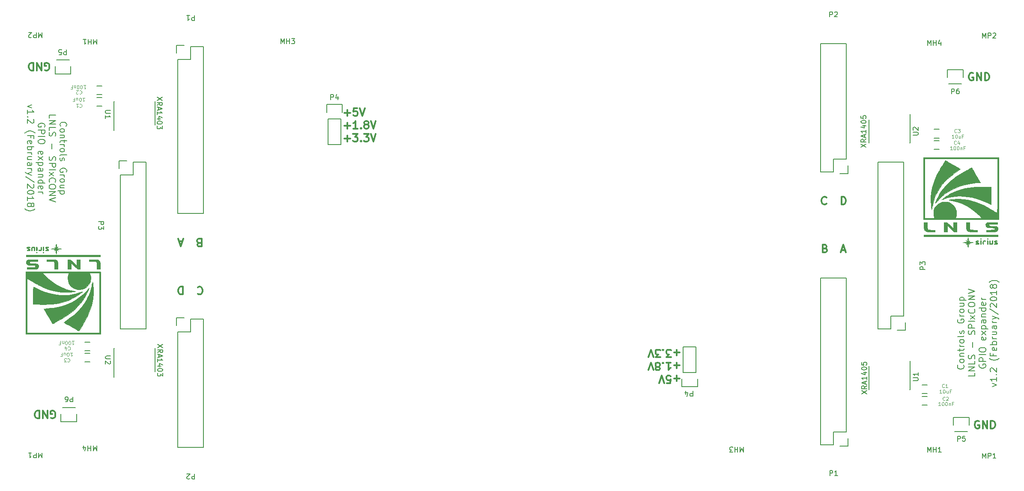
<source format=gto>
G04 #@! TF.FileFunction,Legend,Top*
%FSLAX46Y46*%
G04 Gerber Fmt 4.6, Leading zero omitted, Abs format (unit mm)*
G04 Created by KiCad (PCBNEW 4.0.5+dfsg1-4) date Tue Feb 27 09:26:50 2018*
%MOMM*%
%LPD*%
G01*
G04 APERTURE LIST*
%ADD10C,0.150000*%
%ADD11C,0.100000*%
%ADD12C,0.200000*%
%ADD13C,0.300000*%
%ADD14C,0.304800*%
%ADD15C,0.010000*%
G04 APERTURE END LIST*
D10*
D11*
X-3861840Y-97863493D02*
X-3461840Y-97863493D01*
X-3661840Y-97863493D02*
X-3661840Y-98563493D01*
X-3595174Y-98463493D01*
X-3528507Y-98396827D01*
X-3461840Y-98363493D01*
X-4295174Y-98563493D02*
X-4361841Y-98563493D01*
X-4428507Y-98530160D01*
X-4461841Y-98496827D01*
X-4495174Y-98430160D01*
X-4528507Y-98296827D01*
X-4528507Y-98130160D01*
X-4495174Y-97996827D01*
X-4461841Y-97930160D01*
X-4428507Y-97896827D01*
X-4361841Y-97863493D01*
X-4295174Y-97863493D01*
X-4228507Y-97896827D01*
X-4195174Y-97930160D01*
X-4161841Y-97996827D01*
X-4128507Y-98130160D01*
X-4128507Y-98296827D01*
X-4161841Y-98430160D01*
X-4195174Y-98496827D01*
X-4228507Y-98530160D01*
X-4295174Y-98563493D01*
X-5128508Y-98330160D02*
X-5128508Y-97863493D01*
X-4828508Y-98330160D02*
X-4828508Y-97963493D01*
X-4861841Y-97896827D01*
X-4928508Y-97863493D01*
X-5028508Y-97863493D01*
X-5095174Y-97896827D01*
X-5128508Y-97930160D01*
X-5695174Y-98230160D02*
X-5461841Y-98230160D01*
X-5461841Y-97863493D02*
X-5461841Y-98563493D01*
X-5795174Y-98563493D01*
X-3533586Y-95567333D02*
X-3133586Y-95567333D01*
X-3333586Y-95567333D02*
X-3333586Y-96267333D01*
X-3266920Y-96167333D01*
X-3200253Y-96100667D01*
X-3133586Y-96067333D01*
X-3966920Y-96267333D02*
X-4033587Y-96267333D01*
X-4100253Y-96234000D01*
X-4133587Y-96200667D01*
X-4166920Y-96134000D01*
X-4200253Y-96000667D01*
X-4200253Y-95834000D01*
X-4166920Y-95700667D01*
X-4133587Y-95634000D01*
X-4100253Y-95600667D01*
X-4033587Y-95567333D01*
X-3966920Y-95567333D01*
X-3900253Y-95600667D01*
X-3866920Y-95634000D01*
X-3833587Y-95700667D01*
X-3800253Y-95834000D01*
X-3800253Y-96000667D01*
X-3833587Y-96134000D01*
X-3866920Y-96200667D01*
X-3900253Y-96234000D01*
X-3966920Y-96267333D01*
X-4633587Y-96267333D02*
X-4700254Y-96267333D01*
X-4766920Y-96234000D01*
X-4800254Y-96200667D01*
X-4833587Y-96134000D01*
X-4866920Y-96000667D01*
X-4866920Y-95834000D01*
X-4833587Y-95700667D01*
X-4800254Y-95634000D01*
X-4766920Y-95600667D01*
X-4700254Y-95567333D01*
X-4633587Y-95567333D01*
X-4566920Y-95600667D01*
X-4533587Y-95634000D01*
X-4500254Y-95700667D01*
X-4466920Y-95834000D01*
X-4466920Y-96000667D01*
X-4500254Y-96134000D01*
X-4533587Y-96200667D01*
X-4566920Y-96234000D01*
X-4633587Y-96267333D01*
X-5166921Y-96034000D02*
X-5166921Y-95567333D01*
X-5166921Y-95967333D02*
X-5200254Y-96000667D01*
X-5266921Y-96034000D01*
X-5366921Y-96034000D01*
X-5433587Y-96000667D01*
X-5466921Y-95934000D01*
X-5466921Y-95567333D01*
X-6033587Y-95934000D02*
X-5800254Y-95934000D01*
X-5800254Y-95567333D02*
X-5800254Y-96267333D01*
X-6133587Y-96267333D01*
X-4411354Y-99063000D02*
X-4378020Y-99029667D01*
X-4278020Y-98996333D01*
X-4211354Y-98996333D01*
X-4111354Y-99029667D01*
X-4044687Y-99096333D01*
X-4011354Y-99163000D01*
X-3978020Y-99296333D01*
X-3978020Y-99396333D01*
X-4011354Y-99529667D01*
X-4044687Y-99596333D01*
X-4111354Y-99663000D01*
X-4211354Y-99696333D01*
X-4278020Y-99696333D01*
X-4378020Y-99663000D01*
X-4411354Y-99629667D01*
X-4644687Y-99696333D02*
X-5078020Y-99696333D01*
X-4844687Y-99429667D01*
X-4944687Y-99429667D01*
X-5011354Y-99396333D01*
X-5044687Y-99363000D01*
X-5078020Y-99296333D01*
X-5078020Y-99129667D01*
X-5044687Y-99063000D01*
X-5011354Y-99029667D01*
X-4944687Y-98996333D01*
X-4744687Y-98996333D01*
X-4678020Y-99029667D01*
X-4644687Y-99063000D01*
X-4307214Y-96710960D02*
X-4273880Y-96677627D01*
X-4173880Y-96644293D01*
X-4107214Y-96644293D01*
X-4007214Y-96677627D01*
X-3940547Y-96744293D01*
X-3907214Y-96810960D01*
X-3873880Y-96944293D01*
X-3873880Y-97044293D01*
X-3907214Y-97177627D01*
X-3940547Y-97244293D01*
X-4007214Y-97310960D01*
X-4107214Y-97344293D01*
X-4173880Y-97344293D01*
X-4273880Y-97310960D01*
X-4307214Y-97277627D01*
X-4907214Y-97110960D02*
X-4907214Y-96644293D01*
X-4740547Y-97377627D02*
X-4573880Y-96877627D01*
X-5007214Y-96877627D01*
X-2056774Y-46010020D02*
X-2023440Y-45976687D01*
X-1923440Y-45943353D01*
X-1856774Y-45943353D01*
X-1756774Y-45976687D01*
X-1690107Y-46043353D01*
X-1656774Y-46110020D01*
X-1623440Y-46243353D01*
X-1623440Y-46343353D01*
X-1656774Y-46476687D01*
X-1690107Y-46543353D01*
X-1756774Y-46610020D01*
X-1856774Y-46643353D01*
X-1923440Y-46643353D01*
X-2023440Y-46610020D01*
X-2056774Y-46576687D01*
X-2323440Y-46576687D02*
X-2356774Y-46610020D01*
X-2423440Y-46643353D01*
X-2590107Y-46643353D01*
X-2656774Y-46610020D01*
X-2690107Y-46576687D01*
X-2723440Y-46510020D01*
X-2723440Y-46443353D01*
X-2690107Y-46343353D01*
X-2290107Y-45943353D01*
X-2723440Y-45943353D01*
X-2026294Y-48659240D02*
X-1992960Y-48625907D01*
X-1892960Y-48592573D01*
X-1826294Y-48592573D01*
X-1726294Y-48625907D01*
X-1659627Y-48692573D01*
X-1626294Y-48759240D01*
X-1592960Y-48892573D01*
X-1592960Y-48992573D01*
X-1626294Y-49125907D01*
X-1659627Y-49192573D01*
X-1726294Y-49259240D01*
X-1826294Y-49292573D01*
X-1892960Y-49292573D01*
X-1992960Y-49259240D01*
X-2026294Y-49225907D01*
X-2692960Y-48592573D02*
X-2292960Y-48592573D01*
X-2492960Y-48592573D02*
X-2492960Y-49292573D01*
X-2426294Y-49192573D01*
X-2359627Y-49125907D01*
X-2292960Y-49092573D01*
D10*
X1390013Y-35794959D02*
X1390013Y-36794959D01*
X1056679Y-36080673D01*
X723346Y-36794959D01*
X723346Y-35794959D01*
X247156Y-35794959D02*
X247156Y-36794959D01*
X247156Y-36318769D02*
X-324273Y-36318769D01*
X-324273Y-35794959D02*
X-324273Y-36794959D01*
X-1324273Y-35794959D02*
X-752844Y-35794959D01*
X-1038558Y-35794959D02*
X-1038558Y-36794959D01*
X-943320Y-36652102D01*
X-848082Y-36556864D01*
X-752844Y-36509245D01*
X1349373Y-116246919D02*
X1349373Y-117246919D01*
X1016039Y-116532633D01*
X682706Y-117246919D01*
X682706Y-116246919D01*
X206516Y-116246919D02*
X206516Y-117246919D01*
X206516Y-116770729D02*
X-364913Y-116770729D01*
X-364913Y-116246919D02*
X-364913Y-117246919D01*
X-1269675Y-116913586D02*
X-1269675Y-116246919D01*
X-1031579Y-117294538D02*
X-793484Y-116580252D01*
X-1412532Y-116580252D01*
X20698215Y-121852699D02*
X20698215Y-122852699D01*
X20317262Y-122852699D01*
X20222024Y-122805080D01*
X20174405Y-122757461D01*
X20126786Y-122662223D01*
X20126786Y-122519366D01*
X20174405Y-122424128D01*
X20222024Y-122376509D01*
X20317262Y-122328890D01*
X20698215Y-122328890D01*
X19745834Y-122757461D02*
X19698215Y-122805080D01*
X19602977Y-122852699D01*
X19364881Y-122852699D01*
X19269643Y-122805080D01*
X19222024Y-122757461D01*
X19174405Y-122662223D01*
X19174405Y-122566985D01*
X19222024Y-122424128D01*
X19793453Y-121852699D01*
X19174405Y-121852699D01*
X20665195Y-31070559D02*
X20665195Y-32070559D01*
X20284242Y-32070559D01*
X20189004Y-32022940D01*
X20141385Y-31975321D01*
X20093766Y-31880083D01*
X20093766Y-31737226D01*
X20141385Y-31641988D01*
X20189004Y-31594369D01*
X20284242Y-31546750D01*
X20665195Y-31546750D01*
X19141385Y-31070559D02*
X19712814Y-31070559D01*
X19427100Y-31070559D02*
X19427100Y-32070559D01*
X19522338Y-31927702D01*
X19617576Y-31832464D01*
X19712814Y-31784845D01*
X4099339Y-98510455D02*
X3289815Y-98510455D01*
X3194577Y-98558074D01*
X3146958Y-98605693D01*
X3099339Y-98700931D01*
X3099339Y-98891408D01*
X3146958Y-98986646D01*
X3194577Y-99034265D01*
X3289815Y-99081884D01*
X4099339Y-99081884D01*
X4004101Y-99510455D02*
X4051720Y-99558074D01*
X4099339Y-99653312D01*
X4099339Y-99891408D01*
X4051720Y-99986646D01*
X4004101Y-100034265D01*
X3908863Y-100081884D01*
X3813625Y-100081884D01*
X3670768Y-100034265D01*
X3099339Y-99462836D01*
X3099339Y-100081884D01*
X4079019Y-49894855D02*
X3269495Y-49894855D01*
X3174257Y-49942474D01*
X3126638Y-49990093D01*
X3079019Y-50085331D01*
X3079019Y-50275808D01*
X3126638Y-50371046D01*
X3174257Y-50418665D01*
X3269495Y-50466284D01*
X4079019Y-50466284D01*
X3079019Y-51466284D02*
X3079019Y-50894855D01*
X3079019Y-51180569D02*
X4079019Y-51180569D01*
X3936162Y-51085331D01*
X3840924Y-50990093D01*
X3793305Y-50894855D01*
X14388879Y-96217453D02*
X13388879Y-96884120D01*
X14388879Y-96884120D02*
X13388879Y-96217453D01*
X13388879Y-97836501D02*
X13865070Y-97503167D01*
X13388879Y-97265072D02*
X14388879Y-97265072D01*
X14388879Y-97646025D01*
X14341260Y-97741263D01*
X14293641Y-97788882D01*
X14198403Y-97836501D01*
X14055546Y-97836501D01*
X13960308Y-97788882D01*
X13912689Y-97741263D01*
X13865070Y-97646025D01*
X13865070Y-97265072D01*
X13674593Y-98217453D02*
X13674593Y-98693644D01*
X13388879Y-98122215D02*
X14388879Y-98455548D01*
X13388879Y-98788882D01*
X13388879Y-99646025D02*
X13388879Y-99074596D01*
X13388879Y-99360310D02*
X14388879Y-99360310D01*
X14246022Y-99265072D01*
X14150784Y-99169834D01*
X14103165Y-99074596D01*
X14055546Y-100503168D02*
X13388879Y-100503168D01*
X14436498Y-100265072D02*
X13722212Y-100026977D01*
X13722212Y-100646025D01*
X14388879Y-101217453D02*
X14388879Y-101312692D01*
X14341260Y-101407930D01*
X14293641Y-101455549D01*
X14198403Y-101503168D01*
X14007927Y-101550787D01*
X13769831Y-101550787D01*
X13579355Y-101503168D01*
X13484117Y-101455549D01*
X13436498Y-101407930D01*
X13388879Y-101312692D01*
X13388879Y-101217453D01*
X13436498Y-101122215D01*
X13484117Y-101074596D01*
X13579355Y-101026977D01*
X13769831Y-100979358D01*
X14007927Y-100979358D01*
X14198403Y-101026977D01*
X14293641Y-101074596D01*
X14341260Y-101122215D01*
X14388879Y-101217453D01*
X14388879Y-101884120D02*
X14388879Y-102503168D01*
X14007927Y-102169834D01*
X14007927Y-102312692D01*
X13960308Y-102407930D01*
X13912689Y-102455549D01*
X13817450Y-102503168D01*
X13579355Y-102503168D01*
X13484117Y-102455549D01*
X13436498Y-102407930D01*
X13388879Y-102312692D01*
X13388879Y-102026977D01*
X13436498Y-101931739D01*
X13484117Y-101884120D01*
X14297439Y-47284353D02*
X13297439Y-47951020D01*
X14297439Y-47951020D02*
X13297439Y-47284353D01*
X13297439Y-48903401D02*
X13773630Y-48570067D01*
X13297439Y-48331972D02*
X14297439Y-48331972D01*
X14297439Y-48712925D01*
X14249820Y-48808163D01*
X14202201Y-48855782D01*
X14106963Y-48903401D01*
X13964106Y-48903401D01*
X13868868Y-48855782D01*
X13821249Y-48808163D01*
X13773630Y-48712925D01*
X13773630Y-48331972D01*
X13583153Y-49284353D02*
X13583153Y-49760544D01*
X13297439Y-49189115D02*
X14297439Y-49522448D01*
X13297439Y-49855782D01*
X13297439Y-50712925D02*
X13297439Y-50141496D01*
X13297439Y-50427210D02*
X14297439Y-50427210D01*
X14154582Y-50331972D01*
X14059344Y-50236734D01*
X14011725Y-50141496D01*
X13964106Y-51570068D02*
X13297439Y-51570068D01*
X14345058Y-51331972D02*
X13630772Y-51093877D01*
X13630772Y-51712925D01*
X14297439Y-52284353D02*
X14297439Y-52379592D01*
X14249820Y-52474830D01*
X14202201Y-52522449D01*
X14106963Y-52570068D01*
X13916487Y-52617687D01*
X13678391Y-52617687D01*
X13487915Y-52570068D01*
X13392677Y-52522449D01*
X13345058Y-52474830D01*
X13297439Y-52379592D01*
X13297439Y-52284353D01*
X13345058Y-52189115D01*
X13392677Y-52141496D01*
X13487915Y-52093877D01*
X13678391Y-52046258D01*
X13916487Y-52046258D01*
X14106963Y-52093877D01*
X14202201Y-52141496D01*
X14249820Y-52189115D01*
X14297439Y-52284353D01*
X14297439Y-52951020D02*
X14297439Y-53570068D01*
X13916487Y-53236734D01*
X13916487Y-53379592D01*
X13868868Y-53474830D01*
X13821249Y-53522449D01*
X13726010Y-53570068D01*
X13487915Y-53570068D01*
X13392677Y-53522449D01*
X13345058Y-53474830D01*
X13297439Y-53379592D01*
X13297439Y-53093877D01*
X13345058Y-52998639D01*
X13392677Y-52951020D01*
D11*
X-1217106Y-44924813D02*
X-817106Y-44924813D01*
X-1017106Y-44924813D02*
X-1017106Y-45624813D01*
X-950440Y-45524813D01*
X-883773Y-45458147D01*
X-817106Y-45424813D01*
X-1650440Y-45624813D02*
X-1717107Y-45624813D01*
X-1783773Y-45591480D01*
X-1817107Y-45558147D01*
X-1850440Y-45491480D01*
X-1883773Y-45358147D01*
X-1883773Y-45191480D01*
X-1850440Y-45058147D01*
X-1817107Y-44991480D01*
X-1783773Y-44958147D01*
X-1717107Y-44924813D01*
X-1650440Y-44924813D01*
X-1583773Y-44958147D01*
X-1550440Y-44991480D01*
X-1517107Y-45058147D01*
X-1483773Y-45191480D01*
X-1483773Y-45358147D01*
X-1517107Y-45491480D01*
X-1550440Y-45558147D01*
X-1583773Y-45591480D01*
X-1650440Y-45624813D01*
X-2317107Y-45624813D02*
X-2383774Y-45624813D01*
X-2450440Y-45591480D01*
X-2483774Y-45558147D01*
X-2517107Y-45491480D01*
X-2550440Y-45358147D01*
X-2550440Y-45191480D01*
X-2517107Y-45058147D01*
X-2483774Y-44991480D01*
X-2450440Y-44958147D01*
X-2383774Y-44924813D01*
X-2317107Y-44924813D01*
X-2250440Y-44958147D01*
X-2217107Y-44991480D01*
X-2183774Y-45058147D01*
X-2150440Y-45191480D01*
X-2150440Y-45358147D01*
X-2183774Y-45491480D01*
X-2217107Y-45558147D01*
X-2250440Y-45591480D01*
X-2317107Y-45624813D01*
X-2850441Y-45391480D02*
X-2850441Y-44924813D01*
X-2850441Y-45324813D02*
X-2883774Y-45358147D01*
X-2950441Y-45391480D01*
X-3050441Y-45391480D01*
X-3117107Y-45358147D01*
X-3150441Y-45291480D01*
X-3150441Y-44924813D01*
X-3717107Y-45291480D02*
X-3483774Y-45291480D01*
X-3483774Y-44924813D02*
X-3483774Y-45624813D01*
X-3817107Y-45624813D01*
X-1438680Y-47398773D02*
X-1038680Y-47398773D01*
X-1238680Y-47398773D02*
X-1238680Y-48098773D01*
X-1172014Y-47998773D01*
X-1105347Y-47932107D01*
X-1038680Y-47898773D01*
X-1872014Y-48098773D02*
X-1938681Y-48098773D01*
X-2005347Y-48065440D01*
X-2038681Y-48032107D01*
X-2072014Y-47965440D01*
X-2105347Y-47832107D01*
X-2105347Y-47665440D01*
X-2072014Y-47532107D01*
X-2038681Y-47465440D01*
X-2005347Y-47432107D01*
X-1938681Y-47398773D01*
X-1872014Y-47398773D01*
X-1805347Y-47432107D01*
X-1772014Y-47465440D01*
X-1738681Y-47532107D01*
X-1705347Y-47665440D01*
X-1705347Y-47832107D01*
X-1738681Y-47965440D01*
X-1772014Y-48032107D01*
X-1805347Y-48065440D01*
X-1872014Y-48098773D01*
X-2705348Y-47865440D02*
X-2705348Y-47398773D01*
X-2405348Y-47865440D02*
X-2405348Y-47498773D01*
X-2438681Y-47432107D01*
X-2505348Y-47398773D01*
X-2605348Y-47398773D01*
X-2672014Y-47432107D01*
X-2705348Y-47465440D01*
X-3272014Y-47765440D02*
X-3038681Y-47765440D01*
X-3038681Y-47398773D02*
X-3038681Y-48098773D01*
X-3372014Y-48098773D01*
D10*
X-9459276Y-117676939D02*
X-9459276Y-118676939D01*
X-9792610Y-117962653D01*
X-10125943Y-118676939D01*
X-10125943Y-117676939D01*
X-10602133Y-117676939D02*
X-10602133Y-118676939D01*
X-10983086Y-118676939D01*
X-11078324Y-118629320D01*
X-11125943Y-118581701D01*
X-11173562Y-118486463D01*
X-11173562Y-118343606D01*
X-11125943Y-118248368D01*
X-11078324Y-118200749D01*
X-10983086Y-118153130D01*
X-10602133Y-118153130D01*
X-12125943Y-117676939D02*
X-11554514Y-117676939D01*
X-11840228Y-117676939D02*
X-11840228Y-118676939D01*
X-11744990Y-118534082D01*
X-11649752Y-118438844D01*
X-11554514Y-118391225D01*
X-9461816Y-34476699D02*
X-9461816Y-35476699D01*
X-9795150Y-34762413D01*
X-10128483Y-35476699D01*
X-10128483Y-34476699D01*
X-10604673Y-34476699D02*
X-10604673Y-35476699D01*
X-10985626Y-35476699D01*
X-11080864Y-35429080D01*
X-11128483Y-35381461D01*
X-11176102Y-35286223D01*
X-11176102Y-35143366D01*
X-11128483Y-35048128D01*
X-11080864Y-35000509D01*
X-10985626Y-34952890D01*
X-10604673Y-34952890D01*
X-11557054Y-35381461D02*
X-11604673Y-35429080D01*
X-11699911Y-35476699D01*
X-11938007Y-35476699D01*
X-12033245Y-35429080D01*
X-12080864Y-35381461D01*
X-12128483Y-35286223D01*
X-12128483Y-35190985D01*
X-12080864Y-35048128D01*
X-11509435Y-34476699D01*
X-12128483Y-34476699D01*
X1715039Y-71940465D02*
X2715039Y-71940465D01*
X2715039Y-72321418D01*
X2667420Y-72416656D01*
X2619801Y-72464275D01*
X2524563Y-72511894D01*
X2381706Y-72511894D01*
X2286468Y-72464275D01*
X2238849Y-72416656D01*
X2191230Y-72321418D01*
X2191230Y-71940465D01*
X2715039Y-72845227D02*
X2715039Y-73464275D01*
X2334087Y-73130941D01*
X2334087Y-73273799D01*
X2286468Y-73369037D01*
X2238849Y-73416656D01*
X2143610Y-73464275D01*
X1905515Y-73464275D01*
X1810277Y-73416656D01*
X1762658Y-73369037D01*
X1715039Y-73273799D01*
X1715039Y-72988084D01*
X1762658Y-72892846D01*
X1810277Y-72845227D01*
X129212973Y-116528859D02*
X129212973Y-117528859D01*
X128879639Y-116814573D01*
X128546306Y-117528859D01*
X128546306Y-116528859D01*
X128070116Y-116528859D02*
X128070116Y-117528859D01*
X128070116Y-117052669D02*
X127498687Y-117052669D01*
X127498687Y-116528859D02*
X127498687Y-117528859D01*
X127117735Y-117528859D02*
X126498687Y-117528859D01*
X126832021Y-117147907D01*
X126689163Y-117147907D01*
X126593925Y-117100288D01*
X126546306Y-117052669D01*
X126498687Y-116957430D01*
X126498687Y-116719335D01*
X126546306Y-116624097D01*
X126593925Y-116576478D01*
X126689163Y-116528859D01*
X126974878Y-116528859D01*
X127070116Y-116576478D01*
X127117735Y-116624097D01*
X-4638285Y-37844739D02*
X-4638285Y-38844739D01*
X-5019238Y-38844739D01*
X-5114476Y-38797120D01*
X-5162095Y-38749501D01*
X-5209714Y-38654263D01*
X-5209714Y-38511406D01*
X-5162095Y-38416168D01*
X-5114476Y-38368549D01*
X-5019238Y-38320930D01*
X-4638285Y-38320930D01*
X-6114476Y-38844739D02*
X-5638285Y-38844739D01*
X-5590666Y-38368549D01*
X-5638285Y-38416168D01*
X-5733523Y-38463787D01*
X-5971619Y-38463787D01*
X-6066857Y-38416168D01*
X-6114476Y-38368549D01*
X-6162095Y-38273310D01*
X-6162095Y-38035215D01*
X-6114476Y-37939977D01*
X-6066857Y-37892358D01*
X-5971619Y-37844739D01*
X-5733523Y-37844739D01*
X-5638285Y-37892358D01*
X-5590666Y-37939977D01*
X-3360665Y-106582219D02*
X-3360665Y-107582219D01*
X-3741618Y-107582219D01*
X-3836856Y-107534600D01*
X-3884475Y-107486981D01*
X-3932094Y-107391743D01*
X-3932094Y-107248886D01*
X-3884475Y-107153648D01*
X-3836856Y-107106029D01*
X-3741618Y-107058410D01*
X-3360665Y-107058410D01*
X-4789237Y-107582219D02*
X-4598760Y-107582219D01*
X-4503522Y-107534600D01*
X-4455903Y-107486981D01*
X-4360665Y-107344124D01*
X-4313046Y-107153648D01*
X-4313046Y-106772695D01*
X-4360665Y-106677457D01*
X-4408284Y-106629838D01*
X-4503522Y-106582219D01*
X-4693999Y-106582219D01*
X-4789237Y-106629838D01*
X-4836856Y-106677457D01*
X-4884475Y-106772695D01*
X-4884475Y-107010790D01*
X-4836856Y-107106029D01*
X-4789237Y-107153648D01*
X-4693999Y-107201267D01*
X-4503522Y-107201267D01*
X-4408284Y-107153648D01*
X-4360665Y-107106029D01*
X-4313046Y-107010790D01*
X119199415Y-105456999D02*
X119199415Y-106456999D01*
X118818462Y-106456999D01*
X118723224Y-106409380D01*
X118675605Y-106361761D01*
X118627986Y-106266523D01*
X118627986Y-106123666D01*
X118675605Y-106028428D01*
X118723224Y-105980809D01*
X118818462Y-105933190D01*
X119199415Y-105933190D01*
X117770843Y-106123666D02*
X117770843Y-105456999D01*
X118008939Y-106504618D02*
X118247034Y-105790332D01*
X117627986Y-105790332D01*
D12*
X-5772886Y-53031816D02*
X-5834790Y-52969911D01*
X-5896695Y-52784197D01*
X-5896695Y-52660387D01*
X-5834790Y-52474673D01*
X-5710981Y-52350864D01*
X-5587171Y-52288959D01*
X-5339552Y-52227054D01*
X-5153838Y-52227054D01*
X-4906219Y-52288959D01*
X-4782410Y-52350864D01*
X-4658600Y-52474673D01*
X-4596695Y-52660387D01*
X-4596695Y-52784197D01*
X-4658600Y-52969911D01*
X-4720505Y-53031816D01*
X-5896695Y-53774673D02*
X-5834790Y-53650864D01*
X-5772886Y-53588959D01*
X-5649076Y-53527054D01*
X-5277648Y-53527054D01*
X-5153838Y-53588959D01*
X-5091933Y-53650864D01*
X-5030029Y-53774673D01*
X-5030029Y-53960387D01*
X-5091933Y-54084197D01*
X-5153838Y-54146102D01*
X-5277648Y-54208006D01*
X-5649076Y-54208006D01*
X-5772886Y-54146102D01*
X-5834790Y-54084197D01*
X-5896695Y-53960387D01*
X-5896695Y-53774673D01*
X-5030029Y-54765149D02*
X-5896695Y-54765149D01*
X-5153838Y-54765149D02*
X-5091933Y-54827054D01*
X-5030029Y-54950863D01*
X-5030029Y-55136577D01*
X-5091933Y-55260387D01*
X-5215743Y-55322292D01*
X-5896695Y-55322292D01*
X-5030029Y-55755625D02*
X-5030029Y-56250863D01*
X-4596695Y-55941339D02*
X-5710981Y-55941339D01*
X-5834790Y-56003244D01*
X-5896695Y-56127053D01*
X-5896695Y-56250863D01*
X-5896695Y-56684196D02*
X-5030029Y-56684196D01*
X-5277648Y-56684196D02*
X-5153838Y-56746101D01*
X-5091933Y-56808005D01*
X-5030029Y-56931815D01*
X-5030029Y-57055624D01*
X-5896695Y-57674672D02*
X-5834790Y-57550863D01*
X-5772886Y-57488958D01*
X-5649076Y-57427053D01*
X-5277648Y-57427053D01*
X-5153838Y-57488958D01*
X-5091933Y-57550863D01*
X-5030029Y-57674672D01*
X-5030029Y-57860386D01*
X-5091933Y-57984196D01*
X-5153838Y-58046101D01*
X-5277648Y-58108005D01*
X-5649076Y-58108005D01*
X-5772886Y-58046101D01*
X-5834790Y-57984196D01*
X-5896695Y-57860386D01*
X-5896695Y-57674672D01*
X-5896695Y-58850862D02*
X-5834790Y-58727053D01*
X-5710981Y-58665148D01*
X-4596695Y-58665148D01*
X-5834790Y-59284195D02*
X-5896695Y-59408005D01*
X-5896695Y-59655624D01*
X-5834790Y-59779433D01*
X-5710981Y-59841338D01*
X-5649076Y-59841338D01*
X-5525267Y-59779433D01*
X-5463362Y-59655624D01*
X-5463362Y-59469909D01*
X-5401457Y-59346100D01*
X-5277648Y-59284195D01*
X-5215743Y-59284195D01*
X-5091933Y-59346100D01*
X-5030029Y-59469909D01*
X-5030029Y-59655624D01*
X-5091933Y-59779433D01*
X-4658600Y-62069909D02*
X-4596695Y-61946100D01*
X-4596695Y-61760385D01*
X-4658600Y-61574671D01*
X-4782410Y-61450862D01*
X-4906219Y-61388957D01*
X-5153838Y-61327052D01*
X-5339552Y-61327052D01*
X-5587171Y-61388957D01*
X-5710981Y-61450862D01*
X-5834790Y-61574671D01*
X-5896695Y-61760385D01*
X-5896695Y-61884195D01*
X-5834790Y-62069909D01*
X-5772886Y-62131814D01*
X-5339552Y-62131814D01*
X-5339552Y-61884195D01*
X-5896695Y-62688957D02*
X-5030029Y-62688957D01*
X-5277648Y-62688957D02*
X-5153838Y-62750862D01*
X-5091933Y-62812766D01*
X-5030029Y-62936576D01*
X-5030029Y-63060385D01*
X-5896695Y-63679433D02*
X-5834790Y-63555624D01*
X-5772886Y-63493719D01*
X-5649076Y-63431814D01*
X-5277648Y-63431814D01*
X-5153838Y-63493719D01*
X-5091933Y-63555624D01*
X-5030029Y-63679433D01*
X-5030029Y-63865147D01*
X-5091933Y-63988957D01*
X-5153838Y-64050862D01*
X-5277648Y-64112766D01*
X-5649076Y-64112766D01*
X-5772886Y-64050862D01*
X-5834790Y-63988957D01*
X-5896695Y-63865147D01*
X-5896695Y-63679433D01*
X-5030029Y-65227052D02*
X-5896695Y-65227052D01*
X-5030029Y-64669909D02*
X-5710981Y-64669909D01*
X-5834790Y-64731814D01*
X-5896695Y-64855623D01*
X-5896695Y-65041337D01*
X-5834790Y-65165147D01*
X-5772886Y-65227052D01*
X-5030029Y-65846099D02*
X-6330029Y-65846099D01*
X-5091933Y-65846099D02*
X-5030029Y-65969908D01*
X-5030029Y-66217527D01*
X-5091933Y-66341337D01*
X-5153838Y-66403242D01*
X-5277648Y-66465146D01*
X-5649076Y-66465146D01*
X-5772886Y-66403242D01*
X-5834790Y-66341337D01*
X-5896695Y-66217527D01*
X-5896695Y-65969908D01*
X-5834790Y-65846099D01*
X-8046695Y-51453242D02*
X-8046695Y-50834195D01*
X-6746695Y-50834195D01*
X-8046695Y-51886576D02*
X-6746695Y-51886576D01*
X-8046695Y-52629433D01*
X-6746695Y-52629433D01*
X-8046695Y-53867528D02*
X-8046695Y-53248481D01*
X-6746695Y-53248481D01*
X-7984790Y-54238957D02*
X-8046695Y-54424671D01*
X-8046695Y-54734195D01*
X-7984790Y-54858005D01*
X-7922886Y-54919909D01*
X-7799076Y-54981814D01*
X-7675267Y-54981814D01*
X-7551457Y-54919909D01*
X-7489552Y-54858005D01*
X-7427648Y-54734195D01*
X-7365743Y-54486576D01*
X-7303838Y-54362767D01*
X-7241933Y-54300862D01*
X-7118124Y-54238957D01*
X-6994314Y-54238957D01*
X-6870505Y-54300862D01*
X-6808600Y-54362767D01*
X-6746695Y-54486576D01*
X-6746695Y-54796100D01*
X-6808600Y-54981814D01*
X-7551457Y-56529433D02*
X-7551457Y-57519909D01*
X-7984790Y-59067528D02*
X-8046695Y-59253242D01*
X-8046695Y-59562766D01*
X-7984790Y-59686576D01*
X-7922886Y-59748480D01*
X-7799076Y-59810385D01*
X-7675267Y-59810385D01*
X-7551457Y-59748480D01*
X-7489552Y-59686576D01*
X-7427648Y-59562766D01*
X-7365743Y-59315147D01*
X-7303838Y-59191338D01*
X-7241933Y-59129433D01*
X-7118124Y-59067528D01*
X-6994314Y-59067528D01*
X-6870505Y-59129433D01*
X-6808600Y-59191338D01*
X-6746695Y-59315147D01*
X-6746695Y-59624671D01*
X-6808600Y-59810385D01*
X-8046695Y-60367528D02*
X-6746695Y-60367528D01*
X-6746695Y-60862766D01*
X-6808600Y-60986575D01*
X-6870505Y-61048480D01*
X-6994314Y-61110385D01*
X-7180029Y-61110385D01*
X-7303838Y-61048480D01*
X-7365743Y-60986575D01*
X-7427648Y-60862766D01*
X-7427648Y-60367528D01*
X-8046695Y-61667528D02*
X-6746695Y-61667528D01*
X-8046695Y-62162766D02*
X-7180029Y-62843719D01*
X-7180029Y-62162766D02*
X-8046695Y-62843719D01*
X-7922886Y-64081814D02*
X-7984790Y-64019909D01*
X-8046695Y-63834195D01*
X-8046695Y-63710385D01*
X-7984790Y-63524671D01*
X-7860981Y-63400862D01*
X-7737171Y-63338957D01*
X-7489552Y-63277052D01*
X-7303838Y-63277052D01*
X-7056219Y-63338957D01*
X-6932410Y-63400862D01*
X-6808600Y-63524671D01*
X-6746695Y-63710385D01*
X-6746695Y-63834195D01*
X-6808600Y-64019909D01*
X-6870505Y-64081814D01*
X-6746695Y-64886576D02*
X-6746695Y-65134195D01*
X-6808600Y-65258004D01*
X-6932410Y-65381814D01*
X-7180029Y-65443719D01*
X-7613362Y-65443719D01*
X-7860981Y-65381814D01*
X-7984790Y-65258004D01*
X-8046695Y-65134195D01*
X-8046695Y-64886576D01*
X-7984790Y-64762766D01*
X-7860981Y-64638957D01*
X-7613362Y-64577052D01*
X-7180029Y-64577052D01*
X-6932410Y-64638957D01*
X-6808600Y-64762766D01*
X-6746695Y-64886576D01*
X-8046695Y-66000862D02*
X-6746695Y-66000862D01*
X-8046695Y-66743719D01*
X-6746695Y-66743719D01*
X-6746695Y-67177053D02*
X-8046695Y-67610386D01*
X-6746695Y-68043719D01*
X-8958600Y-53155624D02*
X-8896695Y-53031815D01*
X-8896695Y-52846100D01*
X-8958600Y-52660386D01*
X-9082410Y-52536577D01*
X-9206219Y-52474672D01*
X-9453838Y-52412767D01*
X-9639552Y-52412767D01*
X-9887171Y-52474672D01*
X-10010981Y-52536577D01*
X-10134790Y-52660386D01*
X-10196695Y-52846100D01*
X-10196695Y-52969910D01*
X-10134790Y-53155624D01*
X-10072886Y-53217529D01*
X-9639552Y-53217529D01*
X-9639552Y-52969910D01*
X-10196695Y-53774672D02*
X-8896695Y-53774672D01*
X-8896695Y-54269910D01*
X-8958600Y-54393719D01*
X-9020505Y-54455624D01*
X-9144314Y-54517529D01*
X-9330029Y-54517529D01*
X-9453838Y-54455624D01*
X-9515743Y-54393719D01*
X-9577648Y-54269910D01*
X-9577648Y-53774672D01*
X-10196695Y-55074672D02*
X-8896695Y-55074672D01*
X-8896695Y-55941339D02*
X-8896695Y-56188958D01*
X-8958600Y-56312767D01*
X-9082410Y-56436577D01*
X-9330029Y-56498482D01*
X-9763362Y-56498482D01*
X-10010981Y-56436577D01*
X-10134790Y-56312767D01*
X-10196695Y-56188958D01*
X-10196695Y-55941339D01*
X-10134790Y-55817529D01*
X-10010981Y-55693720D01*
X-9763362Y-55631815D01*
X-9330029Y-55631815D01*
X-9082410Y-55693720D01*
X-8958600Y-55817529D01*
X-8896695Y-55941339D01*
X-10134790Y-58541339D02*
X-10196695Y-58417529D01*
X-10196695Y-58169910D01*
X-10134790Y-58046101D01*
X-10010981Y-57984196D01*
X-9515743Y-57984196D01*
X-9391933Y-58046101D01*
X-9330029Y-58169910D01*
X-9330029Y-58417529D01*
X-9391933Y-58541339D01*
X-9515743Y-58603244D01*
X-9639552Y-58603244D01*
X-9763362Y-57984196D01*
X-10196695Y-59036577D02*
X-9330029Y-59717530D01*
X-9330029Y-59036577D02*
X-10196695Y-59717530D01*
X-9330029Y-60212768D02*
X-10630029Y-60212768D01*
X-9391933Y-60212768D02*
X-9330029Y-60336577D01*
X-9330029Y-60584196D01*
X-9391933Y-60708006D01*
X-9453838Y-60769911D01*
X-9577648Y-60831815D01*
X-9949076Y-60831815D01*
X-10072886Y-60769911D01*
X-10134790Y-60708006D01*
X-10196695Y-60584196D01*
X-10196695Y-60336577D01*
X-10134790Y-60212768D01*
X-10196695Y-61946101D02*
X-9515743Y-61946101D01*
X-9391933Y-61884196D01*
X-9330029Y-61760386D01*
X-9330029Y-61512767D01*
X-9391933Y-61388958D01*
X-10134790Y-61946101D02*
X-10196695Y-61822291D01*
X-10196695Y-61512767D01*
X-10134790Y-61388958D01*
X-10010981Y-61327053D01*
X-9887171Y-61327053D01*
X-9763362Y-61388958D01*
X-9701457Y-61512767D01*
X-9701457Y-61822291D01*
X-9639552Y-61946101D01*
X-9330029Y-62565148D02*
X-10196695Y-62565148D01*
X-9453838Y-62565148D02*
X-9391933Y-62627053D01*
X-9330029Y-62750862D01*
X-9330029Y-62936576D01*
X-9391933Y-63060386D01*
X-9515743Y-63122291D01*
X-10196695Y-63122291D01*
X-10196695Y-64298481D02*
X-8896695Y-64298481D01*
X-10134790Y-64298481D02*
X-10196695Y-64174671D01*
X-10196695Y-63927052D01*
X-10134790Y-63803243D01*
X-10072886Y-63741338D01*
X-9949076Y-63679433D01*
X-9577648Y-63679433D01*
X-9453838Y-63741338D01*
X-9391933Y-63803243D01*
X-9330029Y-63927052D01*
X-9330029Y-64174671D01*
X-9391933Y-64298481D01*
X-10134790Y-65412766D02*
X-10196695Y-65288956D01*
X-10196695Y-65041337D01*
X-10134790Y-64917528D01*
X-10010981Y-64855623D01*
X-9515743Y-64855623D01*
X-9391933Y-64917528D01*
X-9330029Y-65041337D01*
X-9330029Y-65288956D01*
X-9391933Y-65412766D01*
X-9515743Y-65474671D01*
X-9639552Y-65474671D01*
X-9763362Y-64855623D01*
X-10196695Y-66031814D02*
X-9330029Y-66031814D01*
X-9577648Y-66031814D02*
X-9453838Y-66093719D01*
X-9391933Y-66155623D01*
X-9330029Y-66279433D01*
X-9330029Y-66403242D01*
X-11480029Y-48791339D02*
X-12346695Y-49100863D01*
X-11480029Y-49410387D01*
X-12346695Y-50586577D02*
X-12346695Y-49843720D01*
X-12346695Y-50215149D02*
X-11046695Y-50215149D01*
X-11232410Y-50091339D01*
X-11356219Y-49967530D01*
X-11418124Y-49843720D01*
X-12222886Y-51143720D02*
X-12284790Y-51205625D01*
X-12346695Y-51143720D01*
X-12284790Y-51081815D01*
X-12222886Y-51143720D01*
X-12346695Y-51143720D01*
X-11170505Y-51700863D02*
X-11108600Y-51762768D01*
X-11046695Y-51886577D01*
X-11046695Y-52196101D01*
X-11108600Y-52319911D01*
X-11170505Y-52381815D01*
X-11294314Y-52443720D01*
X-11418124Y-52443720D01*
X-11603838Y-52381815D01*
X-12346695Y-51638958D01*
X-12346695Y-52443720D01*
X-12841933Y-54362767D02*
X-12780029Y-54300863D01*
X-12594314Y-54177053D01*
X-12470505Y-54115148D01*
X-12284790Y-54053244D01*
X-11975267Y-53991339D01*
X-11727648Y-53991339D01*
X-11418124Y-54053244D01*
X-11232410Y-54115148D01*
X-11108600Y-54177053D01*
X-10922886Y-54300863D01*
X-10860981Y-54362767D01*
X-11665743Y-55291339D02*
X-11665743Y-54858006D01*
X-12346695Y-54858006D02*
X-11046695Y-54858006D01*
X-11046695Y-55477053D01*
X-12284790Y-56467530D02*
X-12346695Y-56343720D01*
X-12346695Y-56096101D01*
X-12284790Y-55972292D01*
X-12160981Y-55910387D01*
X-11665743Y-55910387D01*
X-11541933Y-55972292D01*
X-11480029Y-56096101D01*
X-11480029Y-56343720D01*
X-11541933Y-56467530D01*
X-11665743Y-56529435D01*
X-11789552Y-56529435D01*
X-11913362Y-55910387D01*
X-12346695Y-57086578D02*
X-11046695Y-57086578D01*
X-11541933Y-57086578D02*
X-11480029Y-57210387D01*
X-11480029Y-57458006D01*
X-11541933Y-57581816D01*
X-11603838Y-57643721D01*
X-11727648Y-57705625D01*
X-12099076Y-57705625D01*
X-12222886Y-57643721D01*
X-12284790Y-57581816D01*
X-12346695Y-57458006D01*
X-12346695Y-57210387D01*
X-12284790Y-57086578D01*
X-12346695Y-58262768D02*
X-11480029Y-58262768D01*
X-11727648Y-58262768D02*
X-11603838Y-58324673D01*
X-11541933Y-58386577D01*
X-11480029Y-58510387D01*
X-11480029Y-58634196D01*
X-11480029Y-59624673D02*
X-12346695Y-59624673D01*
X-11480029Y-59067530D02*
X-12160981Y-59067530D01*
X-12284790Y-59129435D01*
X-12346695Y-59253244D01*
X-12346695Y-59438958D01*
X-12284790Y-59562768D01*
X-12222886Y-59624673D01*
X-12346695Y-60800863D02*
X-11665743Y-60800863D01*
X-11541933Y-60738958D01*
X-11480029Y-60615148D01*
X-11480029Y-60367529D01*
X-11541933Y-60243720D01*
X-12284790Y-60800863D02*
X-12346695Y-60677053D01*
X-12346695Y-60367529D01*
X-12284790Y-60243720D01*
X-12160981Y-60181815D01*
X-12037171Y-60181815D01*
X-11913362Y-60243720D01*
X-11851457Y-60367529D01*
X-11851457Y-60677053D01*
X-11789552Y-60800863D01*
X-12346695Y-61419910D02*
X-11480029Y-61419910D01*
X-11727648Y-61419910D02*
X-11603838Y-61481815D01*
X-11541933Y-61543719D01*
X-11480029Y-61667529D01*
X-11480029Y-61791338D01*
X-11480029Y-62100862D02*
X-12346695Y-62410386D01*
X-11480029Y-62719910D02*
X-12346695Y-62410386D01*
X-12656219Y-62286577D01*
X-12718124Y-62224672D01*
X-12780029Y-62100862D01*
X-10984790Y-64143719D02*
X-12656219Y-63029434D01*
X-11170505Y-64515148D02*
X-11108600Y-64577053D01*
X-11046695Y-64700862D01*
X-11046695Y-65010386D01*
X-11108600Y-65134196D01*
X-11170505Y-65196100D01*
X-11294314Y-65258005D01*
X-11418124Y-65258005D01*
X-11603838Y-65196100D01*
X-12346695Y-64453243D01*
X-12346695Y-65258005D01*
X-11046695Y-66062767D02*
X-11046695Y-66186576D01*
X-11108600Y-66310386D01*
X-11170505Y-66372291D01*
X-11294314Y-66434195D01*
X-11541933Y-66496100D01*
X-11851457Y-66496100D01*
X-12099076Y-66434195D01*
X-12222886Y-66372291D01*
X-12284790Y-66310386D01*
X-12346695Y-66186576D01*
X-12346695Y-66062767D01*
X-12284790Y-65938957D01*
X-12222886Y-65877053D01*
X-12099076Y-65815148D01*
X-11851457Y-65753243D01*
X-11541933Y-65753243D01*
X-11294314Y-65815148D01*
X-11170505Y-65877053D01*
X-11108600Y-65938957D01*
X-11046695Y-66062767D01*
X-12346695Y-67734195D02*
X-12346695Y-66991338D01*
X-12346695Y-67362767D02*
X-11046695Y-67362767D01*
X-11232410Y-67238957D01*
X-11356219Y-67115148D01*
X-11418124Y-66991338D01*
X-11603838Y-68477052D02*
X-11541933Y-68353243D01*
X-11480029Y-68291338D01*
X-11356219Y-68229433D01*
X-11294314Y-68229433D01*
X-11170505Y-68291338D01*
X-11108600Y-68353243D01*
X-11046695Y-68477052D01*
X-11046695Y-68724671D01*
X-11108600Y-68848481D01*
X-11170505Y-68910385D01*
X-11294314Y-68972290D01*
X-11356219Y-68972290D01*
X-11480029Y-68910385D01*
X-11541933Y-68848481D01*
X-11603838Y-68724671D01*
X-11603838Y-68477052D01*
X-11665743Y-68353243D01*
X-11727648Y-68291338D01*
X-11851457Y-68229433D01*
X-12099076Y-68229433D01*
X-12222886Y-68291338D01*
X-12284790Y-68353243D01*
X-12346695Y-68477052D01*
X-12346695Y-68724671D01*
X-12284790Y-68848481D01*
X-12222886Y-68910385D01*
X-12099076Y-68972290D01*
X-11851457Y-68972290D01*
X-11727648Y-68910385D01*
X-11665743Y-68848481D01*
X-11603838Y-68724671D01*
X-12841933Y-69405623D02*
X-12780029Y-69467528D01*
X-12594314Y-69591338D01*
X-12470505Y-69653242D01*
X-12284790Y-69715147D01*
X-11975267Y-69777052D01*
X-11727648Y-69777052D01*
X-11418124Y-69715147D01*
X-11232410Y-69653242D01*
X-11108600Y-69591338D01*
X-10922886Y-69467528D01*
X-10860981Y-69405623D01*
D13*
X116613257Y-102940657D02*
X115470400Y-102940657D01*
X116041829Y-102369229D02*
X116041829Y-103512086D01*
X114041828Y-103869229D02*
X114756114Y-103869229D01*
X114827543Y-103154943D01*
X114756114Y-103226371D01*
X114613257Y-103297800D01*
X114256114Y-103297800D01*
X114113257Y-103226371D01*
X114041828Y-103154943D01*
X113970400Y-103012086D01*
X113970400Y-102654943D01*
X114041828Y-102512086D01*
X114113257Y-102440657D01*
X114256114Y-102369229D01*
X114613257Y-102369229D01*
X114756114Y-102440657D01*
X114827543Y-102512086D01*
X113541829Y-103869229D02*
X113041829Y-102369229D01*
X112541829Y-103869229D01*
X116613257Y-100390657D02*
X115470400Y-100390657D01*
X116041829Y-99819229D02*
X116041829Y-100962086D01*
X113970400Y-99819229D02*
X114827543Y-99819229D01*
X114398971Y-99819229D02*
X114398971Y-101319229D01*
X114541828Y-101104943D01*
X114684686Y-100962086D01*
X114827543Y-100890657D01*
X113327543Y-99962086D02*
X113256115Y-99890657D01*
X113327543Y-99819229D01*
X113398972Y-99890657D01*
X113327543Y-99962086D01*
X113327543Y-99819229D01*
X112398971Y-100676371D02*
X112541829Y-100747800D01*
X112613257Y-100819229D01*
X112684686Y-100962086D01*
X112684686Y-101033514D01*
X112613257Y-101176371D01*
X112541829Y-101247800D01*
X112398971Y-101319229D01*
X112113257Y-101319229D01*
X111970400Y-101247800D01*
X111898971Y-101176371D01*
X111827543Y-101033514D01*
X111827543Y-100962086D01*
X111898971Y-100819229D01*
X111970400Y-100747800D01*
X112113257Y-100676371D01*
X112398971Y-100676371D01*
X112541829Y-100604943D01*
X112613257Y-100533514D01*
X112684686Y-100390657D01*
X112684686Y-100104943D01*
X112613257Y-99962086D01*
X112541829Y-99890657D01*
X112398971Y-99819229D01*
X112113257Y-99819229D01*
X111970400Y-99890657D01*
X111898971Y-99962086D01*
X111827543Y-100104943D01*
X111827543Y-100390657D01*
X111898971Y-100533514D01*
X111970400Y-100604943D01*
X112113257Y-100676371D01*
X111398972Y-101319229D02*
X110898972Y-99819229D01*
X110398972Y-101319229D01*
X116613257Y-97840657D02*
X115470400Y-97840657D01*
X116041829Y-97269229D02*
X116041829Y-98412086D01*
X114898971Y-98769229D02*
X113970400Y-98769229D01*
X114470400Y-98197800D01*
X114256114Y-98197800D01*
X114113257Y-98126371D01*
X114041828Y-98054943D01*
X113970400Y-97912086D01*
X113970400Y-97554943D01*
X114041828Y-97412086D01*
X114113257Y-97340657D01*
X114256114Y-97269229D01*
X114684686Y-97269229D01*
X114827543Y-97340657D01*
X114898971Y-97412086D01*
X113327543Y-97412086D02*
X113256115Y-97340657D01*
X113327543Y-97269229D01*
X113398972Y-97340657D01*
X113327543Y-97412086D01*
X113327543Y-97269229D01*
X112756114Y-98769229D02*
X111827543Y-98769229D01*
X112327543Y-98197800D01*
X112113257Y-98197800D01*
X111970400Y-98126371D01*
X111898971Y-98054943D01*
X111827543Y-97912086D01*
X111827543Y-97554943D01*
X111898971Y-97412086D01*
X111970400Y-97340657D01*
X112113257Y-97269229D01*
X112541829Y-97269229D01*
X112684686Y-97340657D01*
X112756114Y-97412086D01*
X111398972Y-98769229D02*
X110898972Y-97269229D01*
X110398972Y-98769229D01*
D14*
X21581729Y-76130057D02*
X21364015Y-76057486D01*
X21291443Y-75984914D01*
X21218872Y-75839771D01*
X21218872Y-75622057D01*
X21291443Y-75476914D01*
X21364015Y-75404343D01*
X21509157Y-75331771D01*
X22089729Y-75331771D01*
X22089729Y-76855771D01*
X21581729Y-76855771D01*
X21436586Y-76783200D01*
X21364015Y-76710629D01*
X21291443Y-76565486D01*
X21291443Y-76420343D01*
X21364015Y-76275200D01*
X21436586Y-76202629D01*
X21581729Y-76130057D01*
X22089729Y-76130057D01*
X18316014Y-75767200D02*
X17590300Y-75767200D01*
X18461157Y-75331771D02*
X17953157Y-76855771D01*
X17445157Y-75331771D01*
X21327729Y-84951114D02*
X21400300Y-84878543D01*
X21618014Y-84805971D01*
X21763157Y-84805971D01*
X21980872Y-84878543D01*
X22126014Y-85023686D01*
X22198586Y-85168829D01*
X22271157Y-85459114D01*
X22271157Y-85676829D01*
X22198586Y-85967114D01*
X22126014Y-86112257D01*
X21980872Y-86257400D01*
X21763157Y-86329971D01*
X21618014Y-86329971D01*
X21400300Y-86257400D01*
X21327729Y-86184829D01*
X18352300Y-84805971D02*
X18352300Y-86329971D01*
X17989443Y-86329971D01*
X17771728Y-86257400D01*
X17626586Y-86112257D01*
X17554014Y-85967114D01*
X17481443Y-85676829D01*
X17481443Y-85459114D01*
X17554014Y-85168829D01*
X17626586Y-85023686D01*
X17771728Y-84878543D01*
X17989443Y-84805971D01*
X18352300Y-84805971D01*
X-8858358Y-41921700D02*
X-8713215Y-41994271D01*
X-8495501Y-41994271D01*
X-8277786Y-41921700D01*
X-8132644Y-41776557D01*
X-8060072Y-41631414D01*
X-7987501Y-41341129D01*
X-7987501Y-41123414D01*
X-8060072Y-40833129D01*
X-8132644Y-40687986D01*
X-8277786Y-40542843D01*
X-8495501Y-40470271D01*
X-8640644Y-40470271D01*
X-8858358Y-40542843D01*
X-8930929Y-40615414D01*
X-8930929Y-41123414D01*
X-8640644Y-41123414D01*
X-9584072Y-40470271D02*
X-9584072Y-41994271D01*
X-10454929Y-40470271D01*
X-10454929Y-41994271D01*
X-11180643Y-40470271D02*
X-11180643Y-41994271D01*
X-11543500Y-41994271D01*
X-11761215Y-41921700D01*
X-11906357Y-41776557D01*
X-11978929Y-41631414D01*
X-12051500Y-41341129D01*
X-12051500Y-41123414D01*
X-11978929Y-40833129D01*
X-11906357Y-40687986D01*
X-11761215Y-40542843D01*
X-11543500Y-40470271D01*
X-11180643Y-40470271D01*
X-7677258Y-110806500D02*
X-7532115Y-110879071D01*
X-7314401Y-110879071D01*
X-7096686Y-110806500D01*
X-6951544Y-110661357D01*
X-6878972Y-110516214D01*
X-6806401Y-110225929D01*
X-6806401Y-110008214D01*
X-6878972Y-109717929D01*
X-6951544Y-109572786D01*
X-7096686Y-109427643D01*
X-7314401Y-109355071D01*
X-7459544Y-109355071D01*
X-7677258Y-109427643D01*
X-7749829Y-109500214D01*
X-7749829Y-110008214D01*
X-7459544Y-110008214D01*
X-8402972Y-109355071D02*
X-8402972Y-110879071D01*
X-9273829Y-109355071D01*
X-9273829Y-110879071D01*
X-9999543Y-109355071D02*
X-9999543Y-110879071D01*
X-10362400Y-110879071D01*
X-10580115Y-110806500D01*
X-10725257Y-110661357D01*
X-10797829Y-110516214D01*
X-10870400Y-110225929D01*
X-10870400Y-110008214D01*
X-10797829Y-109717929D01*
X-10725257Y-109572786D01*
X-10580115Y-109427643D01*
X-10362400Y-109355071D01*
X-9999543Y-109355071D01*
X174607658Y-42531300D02*
X174462515Y-42458729D01*
X174244801Y-42458729D01*
X174027086Y-42531300D01*
X173881944Y-42676443D01*
X173809372Y-42821586D01*
X173736801Y-43111871D01*
X173736801Y-43329586D01*
X173809372Y-43619871D01*
X173881944Y-43765014D01*
X174027086Y-43910157D01*
X174244801Y-43982729D01*
X174389944Y-43982729D01*
X174607658Y-43910157D01*
X174680229Y-43837586D01*
X174680229Y-43329586D01*
X174389944Y-43329586D01*
X175333372Y-43982729D02*
X175333372Y-42458729D01*
X176204229Y-43982729D01*
X176204229Y-42458729D01*
X176929943Y-43982729D02*
X176929943Y-42458729D01*
X177292800Y-42458729D01*
X177510515Y-42531300D01*
X177655657Y-42676443D01*
X177728229Y-42821586D01*
X177800800Y-43111871D01*
X177800800Y-43329586D01*
X177728229Y-43619871D01*
X177655657Y-43765014D01*
X177510515Y-43910157D01*
X177292800Y-43982729D01*
X176929943Y-43982729D01*
X175788758Y-111416100D02*
X175643615Y-111343529D01*
X175425901Y-111343529D01*
X175208186Y-111416100D01*
X175063044Y-111561243D01*
X174990472Y-111706386D01*
X174917901Y-111996671D01*
X174917901Y-112214386D01*
X174990472Y-112504671D01*
X175063044Y-112649814D01*
X175208186Y-112794957D01*
X175425901Y-112867529D01*
X175571044Y-112867529D01*
X175788758Y-112794957D01*
X175861329Y-112722386D01*
X175861329Y-112214386D01*
X175571044Y-112214386D01*
X176514472Y-112867529D02*
X176514472Y-111343529D01*
X177385329Y-112867529D01*
X177385329Y-111343529D01*
X178111043Y-112867529D02*
X178111043Y-111343529D01*
X178473900Y-111343529D01*
X178691615Y-111416100D01*
X178836757Y-111561243D01*
X178909329Y-111706386D01*
X178981900Y-111996671D01*
X178981900Y-112214386D01*
X178909329Y-112504671D01*
X178836757Y-112649814D01*
X178691615Y-112794957D01*
X178473900Y-112867529D01*
X178111043Y-112867529D01*
X145602671Y-68386686D02*
X145530100Y-68459257D01*
X145312386Y-68531829D01*
X145167243Y-68531829D01*
X144949528Y-68459257D01*
X144804386Y-68314114D01*
X144731814Y-68168971D01*
X144659243Y-67878686D01*
X144659243Y-67660971D01*
X144731814Y-67370686D01*
X144804386Y-67225543D01*
X144949528Y-67080400D01*
X145167243Y-67007829D01*
X145312386Y-67007829D01*
X145530100Y-67080400D01*
X145602671Y-67152971D01*
X148578100Y-68531829D02*
X148578100Y-67007829D01*
X148940957Y-67007829D01*
X149158672Y-67080400D01*
X149303814Y-67225543D01*
X149376386Y-67370686D01*
X149448957Y-67660971D01*
X149448957Y-67878686D01*
X149376386Y-68168971D01*
X149303814Y-68314114D01*
X149158672Y-68459257D01*
X148940957Y-68531829D01*
X148578100Y-68531829D01*
X145348671Y-77207743D02*
X145566385Y-77280314D01*
X145638957Y-77352886D01*
X145711528Y-77498029D01*
X145711528Y-77715743D01*
X145638957Y-77860886D01*
X145566385Y-77933457D01*
X145421243Y-78006029D01*
X144840671Y-78006029D01*
X144840671Y-76482029D01*
X145348671Y-76482029D01*
X145493814Y-76554600D01*
X145566385Y-76627171D01*
X145638957Y-76772314D01*
X145638957Y-76917457D01*
X145566385Y-77062600D01*
X145493814Y-77135171D01*
X145348671Y-77207743D01*
X144840671Y-77207743D01*
X148614386Y-77570600D02*
X149340100Y-77570600D01*
X148469243Y-78006029D02*
X148977243Y-76482029D01*
X149485243Y-78006029D01*
D13*
X50317143Y-50397143D02*
X51460000Y-50397143D01*
X50888571Y-50968571D02*
X50888571Y-49825714D01*
X52888572Y-49468571D02*
X52174286Y-49468571D01*
X52102857Y-50182857D01*
X52174286Y-50111429D01*
X52317143Y-50040000D01*
X52674286Y-50040000D01*
X52817143Y-50111429D01*
X52888572Y-50182857D01*
X52960000Y-50325714D01*
X52960000Y-50682857D01*
X52888572Y-50825714D01*
X52817143Y-50897143D01*
X52674286Y-50968571D01*
X52317143Y-50968571D01*
X52174286Y-50897143D01*
X52102857Y-50825714D01*
X53388571Y-49468571D02*
X53888571Y-50968571D01*
X54388571Y-49468571D01*
X50317143Y-52947143D02*
X51460000Y-52947143D01*
X50888571Y-53518571D02*
X50888571Y-52375714D01*
X52960000Y-53518571D02*
X52102857Y-53518571D01*
X52531429Y-53518571D02*
X52531429Y-52018571D01*
X52388572Y-52232857D01*
X52245714Y-52375714D01*
X52102857Y-52447143D01*
X53602857Y-53375714D02*
X53674285Y-53447143D01*
X53602857Y-53518571D01*
X53531428Y-53447143D01*
X53602857Y-53375714D01*
X53602857Y-53518571D01*
X54531429Y-52661429D02*
X54388571Y-52590000D01*
X54317143Y-52518571D01*
X54245714Y-52375714D01*
X54245714Y-52304286D01*
X54317143Y-52161429D01*
X54388571Y-52090000D01*
X54531429Y-52018571D01*
X54817143Y-52018571D01*
X54960000Y-52090000D01*
X55031429Y-52161429D01*
X55102857Y-52304286D01*
X55102857Y-52375714D01*
X55031429Y-52518571D01*
X54960000Y-52590000D01*
X54817143Y-52661429D01*
X54531429Y-52661429D01*
X54388571Y-52732857D01*
X54317143Y-52804286D01*
X54245714Y-52947143D01*
X54245714Y-53232857D01*
X54317143Y-53375714D01*
X54388571Y-53447143D01*
X54531429Y-53518571D01*
X54817143Y-53518571D01*
X54960000Y-53447143D01*
X55031429Y-53375714D01*
X55102857Y-53232857D01*
X55102857Y-52947143D01*
X55031429Y-52804286D01*
X54960000Y-52732857D01*
X54817143Y-52661429D01*
X55531428Y-52018571D02*
X56031428Y-53518571D01*
X56531428Y-52018571D01*
X50317143Y-55497143D02*
X51460000Y-55497143D01*
X50888571Y-56068571D02*
X50888571Y-54925714D01*
X52031429Y-54568571D02*
X52960000Y-54568571D01*
X52460000Y-55140000D01*
X52674286Y-55140000D01*
X52817143Y-55211429D01*
X52888572Y-55282857D01*
X52960000Y-55425714D01*
X52960000Y-55782857D01*
X52888572Y-55925714D01*
X52817143Y-55997143D01*
X52674286Y-56068571D01*
X52245714Y-56068571D01*
X52102857Y-55997143D01*
X52031429Y-55925714D01*
X53602857Y-55925714D02*
X53674285Y-55997143D01*
X53602857Y-56068571D01*
X53531428Y-55997143D01*
X53602857Y-55925714D01*
X53602857Y-56068571D01*
X54174286Y-54568571D02*
X55102857Y-54568571D01*
X54602857Y-55140000D01*
X54817143Y-55140000D01*
X54960000Y-55211429D01*
X55031429Y-55282857D01*
X55102857Y-55425714D01*
X55102857Y-55782857D01*
X55031429Y-55925714D01*
X54960000Y-55997143D01*
X54817143Y-56068571D01*
X54388571Y-56068571D01*
X54245714Y-55997143D01*
X54174286Y-55925714D01*
X55531428Y-54568571D02*
X56031428Y-56068571D01*
X56531428Y-54568571D01*
D12*
X172703286Y-100305984D02*
X172765190Y-100367889D01*
X172827095Y-100553603D01*
X172827095Y-100677413D01*
X172765190Y-100863127D01*
X172641381Y-100986936D01*
X172517571Y-101048841D01*
X172269952Y-101110746D01*
X172084238Y-101110746D01*
X171836619Y-101048841D01*
X171712810Y-100986936D01*
X171589000Y-100863127D01*
X171527095Y-100677413D01*
X171527095Y-100553603D01*
X171589000Y-100367889D01*
X171650905Y-100305984D01*
X172827095Y-99563127D02*
X172765190Y-99686936D01*
X172703286Y-99748841D01*
X172579476Y-99810746D01*
X172208048Y-99810746D01*
X172084238Y-99748841D01*
X172022333Y-99686936D01*
X171960429Y-99563127D01*
X171960429Y-99377413D01*
X172022333Y-99253603D01*
X172084238Y-99191698D01*
X172208048Y-99129794D01*
X172579476Y-99129794D01*
X172703286Y-99191698D01*
X172765190Y-99253603D01*
X172827095Y-99377413D01*
X172827095Y-99563127D01*
X171960429Y-98572651D02*
X172827095Y-98572651D01*
X172084238Y-98572651D02*
X172022333Y-98510746D01*
X171960429Y-98386937D01*
X171960429Y-98201223D01*
X172022333Y-98077413D01*
X172146143Y-98015508D01*
X172827095Y-98015508D01*
X171960429Y-97582175D02*
X171960429Y-97086937D01*
X171527095Y-97396461D02*
X172641381Y-97396461D01*
X172765190Y-97334556D01*
X172827095Y-97210747D01*
X172827095Y-97086937D01*
X172827095Y-96653604D02*
X171960429Y-96653604D01*
X172208048Y-96653604D02*
X172084238Y-96591699D01*
X172022333Y-96529795D01*
X171960429Y-96405985D01*
X171960429Y-96282176D01*
X172827095Y-95663128D02*
X172765190Y-95786937D01*
X172703286Y-95848842D01*
X172579476Y-95910747D01*
X172208048Y-95910747D01*
X172084238Y-95848842D01*
X172022333Y-95786937D01*
X171960429Y-95663128D01*
X171960429Y-95477414D01*
X172022333Y-95353604D01*
X172084238Y-95291699D01*
X172208048Y-95229795D01*
X172579476Y-95229795D01*
X172703286Y-95291699D01*
X172765190Y-95353604D01*
X172827095Y-95477414D01*
X172827095Y-95663128D01*
X172827095Y-94486938D02*
X172765190Y-94610747D01*
X172641381Y-94672652D01*
X171527095Y-94672652D01*
X172765190Y-94053605D02*
X172827095Y-93929795D01*
X172827095Y-93682176D01*
X172765190Y-93558367D01*
X172641381Y-93496462D01*
X172579476Y-93496462D01*
X172455667Y-93558367D01*
X172393762Y-93682176D01*
X172393762Y-93867891D01*
X172331857Y-93991700D01*
X172208048Y-94053605D01*
X172146143Y-94053605D01*
X172022333Y-93991700D01*
X171960429Y-93867891D01*
X171960429Y-93682176D01*
X172022333Y-93558367D01*
X171589000Y-91267891D02*
X171527095Y-91391700D01*
X171527095Y-91577415D01*
X171589000Y-91763129D01*
X171712810Y-91886938D01*
X171836619Y-91948843D01*
X172084238Y-92010748D01*
X172269952Y-92010748D01*
X172517571Y-91948843D01*
X172641381Y-91886938D01*
X172765190Y-91763129D01*
X172827095Y-91577415D01*
X172827095Y-91453605D01*
X172765190Y-91267891D01*
X172703286Y-91205986D01*
X172269952Y-91205986D01*
X172269952Y-91453605D01*
X172827095Y-90648843D02*
X171960429Y-90648843D01*
X172208048Y-90648843D02*
X172084238Y-90586938D01*
X172022333Y-90525034D01*
X171960429Y-90401224D01*
X171960429Y-90277415D01*
X172827095Y-89658367D02*
X172765190Y-89782176D01*
X172703286Y-89844081D01*
X172579476Y-89905986D01*
X172208048Y-89905986D01*
X172084238Y-89844081D01*
X172022333Y-89782176D01*
X171960429Y-89658367D01*
X171960429Y-89472653D01*
X172022333Y-89348843D01*
X172084238Y-89286938D01*
X172208048Y-89225034D01*
X172579476Y-89225034D01*
X172703286Y-89286938D01*
X172765190Y-89348843D01*
X172827095Y-89472653D01*
X172827095Y-89658367D01*
X171960429Y-88110748D02*
X172827095Y-88110748D01*
X171960429Y-88667891D02*
X172641381Y-88667891D01*
X172765190Y-88605986D01*
X172827095Y-88482177D01*
X172827095Y-88296463D01*
X172765190Y-88172653D01*
X172703286Y-88110748D01*
X171960429Y-87491701D02*
X173260429Y-87491701D01*
X172022333Y-87491701D02*
X171960429Y-87367892D01*
X171960429Y-87120273D01*
X172022333Y-86996463D01*
X172084238Y-86934558D01*
X172208048Y-86872654D01*
X172579476Y-86872654D01*
X172703286Y-86934558D01*
X172765190Y-86996463D01*
X172827095Y-87120273D01*
X172827095Y-87367892D01*
X172765190Y-87491701D01*
X174977095Y-101884558D02*
X174977095Y-102503605D01*
X173677095Y-102503605D01*
X174977095Y-101451224D02*
X173677095Y-101451224D01*
X174977095Y-100708367D01*
X173677095Y-100708367D01*
X174977095Y-99470272D02*
X174977095Y-100089319D01*
X173677095Y-100089319D01*
X174915190Y-99098843D02*
X174977095Y-98913129D01*
X174977095Y-98603605D01*
X174915190Y-98479795D01*
X174853286Y-98417891D01*
X174729476Y-98355986D01*
X174605667Y-98355986D01*
X174481857Y-98417891D01*
X174419952Y-98479795D01*
X174358048Y-98603605D01*
X174296143Y-98851224D01*
X174234238Y-98975033D01*
X174172333Y-99036938D01*
X174048524Y-99098843D01*
X173924714Y-99098843D01*
X173800905Y-99036938D01*
X173739000Y-98975033D01*
X173677095Y-98851224D01*
X173677095Y-98541700D01*
X173739000Y-98355986D01*
X174481857Y-96808367D02*
X174481857Y-95817891D01*
X174915190Y-94270272D02*
X174977095Y-94084558D01*
X174977095Y-93775034D01*
X174915190Y-93651224D01*
X174853286Y-93589320D01*
X174729476Y-93527415D01*
X174605667Y-93527415D01*
X174481857Y-93589320D01*
X174419952Y-93651224D01*
X174358048Y-93775034D01*
X174296143Y-94022653D01*
X174234238Y-94146462D01*
X174172333Y-94208367D01*
X174048524Y-94270272D01*
X173924714Y-94270272D01*
X173800905Y-94208367D01*
X173739000Y-94146462D01*
X173677095Y-94022653D01*
X173677095Y-93713129D01*
X173739000Y-93527415D01*
X174977095Y-92970272D02*
X173677095Y-92970272D01*
X173677095Y-92475034D01*
X173739000Y-92351225D01*
X173800905Y-92289320D01*
X173924714Y-92227415D01*
X174110429Y-92227415D01*
X174234238Y-92289320D01*
X174296143Y-92351225D01*
X174358048Y-92475034D01*
X174358048Y-92970272D01*
X174977095Y-91670272D02*
X173677095Y-91670272D01*
X174977095Y-91175034D02*
X174110429Y-90494081D01*
X174110429Y-91175034D02*
X174977095Y-90494081D01*
X174853286Y-89255986D02*
X174915190Y-89317891D01*
X174977095Y-89503605D01*
X174977095Y-89627415D01*
X174915190Y-89813129D01*
X174791381Y-89936938D01*
X174667571Y-89998843D01*
X174419952Y-90060748D01*
X174234238Y-90060748D01*
X173986619Y-89998843D01*
X173862810Y-89936938D01*
X173739000Y-89813129D01*
X173677095Y-89627415D01*
X173677095Y-89503605D01*
X173739000Y-89317891D01*
X173800905Y-89255986D01*
X173677095Y-88451224D02*
X173677095Y-88203605D01*
X173739000Y-88079796D01*
X173862810Y-87955986D01*
X174110429Y-87894081D01*
X174543762Y-87894081D01*
X174791381Y-87955986D01*
X174915190Y-88079796D01*
X174977095Y-88203605D01*
X174977095Y-88451224D01*
X174915190Y-88575034D01*
X174791381Y-88698843D01*
X174543762Y-88760748D01*
X174110429Y-88760748D01*
X173862810Y-88698843D01*
X173739000Y-88575034D01*
X173677095Y-88451224D01*
X174977095Y-87336938D02*
X173677095Y-87336938D01*
X174977095Y-86594081D01*
X173677095Y-86594081D01*
X173677095Y-86160747D02*
X174977095Y-85727414D01*
X173677095Y-85294081D01*
X175889000Y-100182176D02*
X175827095Y-100305985D01*
X175827095Y-100491700D01*
X175889000Y-100677414D01*
X176012810Y-100801223D01*
X176136619Y-100863128D01*
X176384238Y-100925033D01*
X176569952Y-100925033D01*
X176817571Y-100863128D01*
X176941381Y-100801223D01*
X177065190Y-100677414D01*
X177127095Y-100491700D01*
X177127095Y-100367890D01*
X177065190Y-100182176D01*
X177003286Y-100120271D01*
X176569952Y-100120271D01*
X176569952Y-100367890D01*
X177127095Y-99563128D02*
X175827095Y-99563128D01*
X175827095Y-99067890D01*
X175889000Y-98944081D01*
X175950905Y-98882176D01*
X176074714Y-98820271D01*
X176260429Y-98820271D01*
X176384238Y-98882176D01*
X176446143Y-98944081D01*
X176508048Y-99067890D01*
X176508048Y-99563128D01*
X177127095Y-98263128D02*
X175827095Y-98263128D01*
X175827095Y-97396461D02*
X175827095Y-97148842D01*
X175889000Y-97025033D01*
X176012810Y-96901223D01*
X176260429Y-96839318D01*
X176693762Y-96839318D01*
X176941381Y-96901223D01*
X177065190Y-97025033D01*
X177127095Y-97148842D01*
X177127095Y-97396461D01*
X177065190Y-97520271D01*
X176941381Y-97644080D01*
X176693762Y-97705985D01*
X176260429Y-97705985D01*
X176012810Y-97644080D01*
X175889000Y-97520271D01*
X175827095Y-97396461D01*
X177065190Y-94796461D02*
X177127095Y-94920271D01*
X177127095Y-95167890D01*
X177065190Y-95291699D01*
X176941381Y-95353604D01*
X176446143Y-95353604D01*
X176322333Y-95291699D01*
X176260429Y-95167890D01*
X176260429Y-94920271D01*
X176322333Y-94796461D01*
X176446143Y-94734556D01*
X176569952Y-94734556D01*
X176693762Y-95353604D01*
X177127095Y-94301223D02*
X176260429Y-93620270D01*
X176260429Y-94301223D02*
X177127095Y-93620270D01*
X176260429Y-93125032D02*
X177560429Y-93125032D01*
X176322333Y-93125032D02*
X176260429Y-93001223D01*
X176260429Y-92753604D01*
X176322333Y-92629794D01*
X176384238Y-92567889D01*
X176508048Y-92505985D01*
X176879476Y-92505985D01*
X177003286Y-92567889D01*
X177065190Y-92629794D01*
X177127095Y-92753604D01*
X177127095Y-93001223D01*
X177065190Y-93125032D01*
X177127095Y-91391699D02*
X176446143Y-91391699D01*
X176322333Y-91453604D01*
X176260429Y-91577414D01*
X176260429Y-91825033D01*
X176322333Y-91948842D01*
X177065190Y-91391699D02*
X177127095Y-91515509D01*
X177127095Y-91825033D01*
X177065190Y-91948842D01*
X176941381Y-92010747D01*
X176817571Y-92010747D01*
X176693762Y-91948842D01*
X176631857Y-91825033D01*
X176631857Y-91515509D01*
X176569952Y-91391699D01*
X176260429Y-90772652D02*
X177127095Y-90772652D01*
X176384238Y-90772652D02*
X176322333Y-90710747D01*
X176260429Y-90586938D01*
X176260429Y-90401224D01*
X176322333Y-90277414D01*
X176446143Y-90215509D01*
X177127095Y-90215509D01*
X177127095Y-89039319D02*
X175827095Y-89039319D01*
X177065190Y-89039319D02*
X177127095Y-89163129D01*
X177127095Y-89410748D01*
X177065190Y-89534557D01*
X177003286Y-89596462D01*
X176879476Y-89658367D01*
X176508048Y-89658367D01*
X176384238Y-89596462D01*
X176322333Y-89534557D01*
X176260429Y-89410748D01*
X176260429Y-89163129D01*
X176322333Y-89039319D01*
X177065190Y-87925034D02*
X177127095Y-88048844D01*
X177127095Y-88296463D01*
X177065190Y-88420272D01*
X176941381Y-88482177D01*
X176446143Y-88482177D01*
X176322333Y-88420272D01*
X176260429Y-88296463D01*
X176260429Y-88048844D01*
X176322333Y-87925034D01*
X176446143Y-87863129D01*
X176569952Y-87863129D01*
X176693762Y-88482177D01*
X177127095Y-87305986D02*
X176260429Y-87305986D01*
X176508048Y-87305986D02*
X176384238Y-87244081D01*
X176322333Y-87182177D01*
X176260429Y-87058367D01*
X176260429Y-86934558D01*
X178410429Y-104546461D02*
X179277095Y-104236937D01*
X178410429Y-103927413D01*
X179277095Y-102751223D02*
X179277095Y-103494080D01*
X179277095Y-103122651D02*
X177977095Y-103122651D01*
X178162810Y-103246461D01*
X178286619Y-103370270D01*
X178348524Y-103494080D01*
X179153286Y-102194080D02*
X179215190Y-102132175D01*
X179277095Y-102194080D01*
X179215190Y-102255985D01*
X179153286Y-102194080D01*
X179277095Y-102194080D01*
X178100905Y-101636937D02*
X178039000Y-101575032D01*
X177977095Y-101451223D01*
X177977095Y-101141699D01*
X178039000Y-101017889D01*
X178100905Y-100955985D01*
X178224714Y-100894080D01*
X178348524Y-100894080D01*
X178534238Y-100955985D01*
X179277095Y-101698842D01*
X179277095Y-100894080D01*
X179772333Y-98975033D02*
X179710429Y-99036937D01*
X179524714Y-99160747D01*
X179400905Y-99222652D01*
X179215190Y-99284556D01*
X178905667Y-99346461D01*
X178658048Y-99346461D01*
X178348524Y-99284556D01*
X178162810Y-99222652D01*
X178039000Y-99160747D01*
X177853286Y-99036937D01*
X177791381Y-98975033D01*
X178596143Y-98046461D02*
X178596143Y-98479794D01*
X179277095Y-98479794D02*
X177977095Y-98479794D01*
X177977095Y-97860747D01*
X179215190Y-96870270D02*
X179277095Y-96994080D01*
X179277095Y-97241699D01*
X179215190Y-97365508D01*
X179091381Y-97427413D01*
X178596143Y-97427413D01*
X178472333Y-97365508D01*
X178410429Y-97241699D01*
X178410429Y-96994080D01*
X178472333Y-96870270D01*
X178596143Y-96808365D01*
X178719952Y-96808365D01*
X178843762Y-97427413D01*
X179277095Y-96251222D02*
X177977095Y-96251222D01*
X178472333Y-96251222D02*
X178410429Y-96127413D01*
X178410429Y-95879794D01*
X178472333Y-95755984D01*
X178534238Y-95694079D01*
X178658048Y-95632175D01*
X179029476Y-95632175D01*
X179153286Y-95694079D01*
X179215190Y-95755984D01*
X179277095Y-95879794D01*
X179277095Y-96127413D01*
X179215190Y-96251222D01*
X179277095Y-95075032D02*
X178410429Y-95075032D01*
X178658048Y-95075032D02*
X178534238Y-95013127D01*
X178472333Y-94951223D01*
X178410429Y-94827413D01*
X178410429Y-94703604D01*
X178410429Y-93713127D02*
X179277095Y-93713127D01*
X178410429Y-94270270D02*
X179091381Y-94270270D01*
X179215190Y-94208365D01*
X179277095Y-94084556D01*
X179277095Y-93898842D01*
X179215190Y-93775032D01*
X179153286Y-93713127D01*
X179277095Y-92536937D02*
X178596143Y-92536937D01*
X178472333Y-92598842D01*
X178410429Y-92722652D01*
X178410429Y-92970271D01*
X178472333Y-93094080D01*
X179215190Y-92536937D02*
X179277095Y-92660747D01*
X179277095Y-92970271D01*
X179215190Y-93094080D01*
X179091381Y-93155985D01*
X178967571Y-93155985D01*
X178843762Y-93094080D01*
X178781857Y-92970271D01*
X178781857Y-92660747D01*
X178719952Y-92536937D01*
X179277095Y-91917890D02*
X178410429Y-91917890D01*
X178658048Y-91917890D02*
X178534238Y-91855985D01*
X178472333Y-91794081D01*
X178410429Y-91670271D01*
X178410429Y-91546462D01*
X178410429Y-91236938D02*
X179277095Y-90927414D01*
X178410429Y-90617890D02*
X179277095Y-90927414D01*
X179586619Y-91051223D01*
X179648524Y-91113128D01*
X179710429Y-91236938D01*
X177915190Y-89194081D02*
X179586619Y-90308366D01*
X178100905Y-88822652D02*
X178039000Y-88760747D01*
X177977095Y-88636938D01*
X177977095Y-88327414D01*
X178039000Y-88203604D01*
X178100905Y-88141700D01*
X178224714Y-88079795D01*
X178348524Y-88079795D01*
X178534238Y-88141700D01*
X179277095Y-88884557D01*
X179277095Y-88079795D01*
X177977095Y-87275033D02*
X177977095Y-87151224D01*
X178039000Y-87027414D01*
X178100905Y-86965509D01*
X178224714Y-86903605D01*
X178472333Y-86841700D01*
X178781857Y-86841700D01*
X179029476Y-86903605D01*
X179153286Y-86965509D01*
X179215190Y-87027414D01*
X179277095Y-87151224D01*
X179277095Y-87275033D01*
X179215190Y-87398843D01*
X179153286Y-87460747D01*
X179029476Y-87522652D01*
X178781857Y-87584557D01*
X178472333Y-87584557D01*
X178224714Y-87522652D01*
X178100905Y-87460747D01*
X178039000Y-87398843D01*
X177977095Y-87275033D01*
X179277095Y-85603605D02*
X179277095Y-86346462D01*
X179277095Y-85975033D02*
X177977095Y-85975033D01*
X178162810Y-86098843D01*
X178286619Y-86222652D01*
X178348524Y-86346462D01*
X178534238Y-84860748D02*
X178472333Y-84984557D01*
X178410429Y-85046462D01*
X178286619Y-85108367D01*
X178224714Y-85108367D01*
X178100905Y-85046462D01*
X178039000Y-84984557D01*
X177977095Y-84860748D01*
X177977095Y-84613129D01*
X178039000Y-84489319D01*
X178100905Y-84427415D01*
X178224714Y-84365510D01*
X178286619Y-84365510D01*
X178410429Y-84427415D01*
X178472333Y-84489319D01*
X178534238Y-84613129D01*
X178534238Y-84860748D01*
X178596143Y-84984557D01*
X178658048Y-85046462D01*
X178781857Y-85108367D01*
X179029476Y-85108367D01*
X179153286Y-85046462D01*
X179215190Y-84984557D01*
X179277095Y-84860748D01*
X179277095Y-84613129D01*
X179215190Y-84489319D01*
X179153286Y-84427415D01*
X179029476Y-84365510D01*
X178781857Y-84365510D01*
X178658048Y-84427415D01*
X178596143Y-84489319D01*
X178534238Y-84613129D01*
X179772333Y-83932177D02*
X179710429Y-83870272D01*
X179524714Y-83746462D01*
X179400905Y-83684558D01*
X179215190Y-83622653D01*
X178905667Y-83560748D01*
X178658048Y-83560748D01*
X178348524Y-83622653D01*
X178162810Y-83684558D01*
X178039000Y-83746462D01*
X177853286Y-83870272D01*
X177791381Y-83932177D01*
D10*
X-969100Y-97470600D02*
X30900Y-97470600D01*
X30900Y-95770600D02*
X-969100Y-95770600D01*
X-969100Y-99680400D02*
X30900Y-99680400D01*
X30900Y-97980400D02*
X-969100Y-97980400D01*
X1393100Y-46772200D02*
X2393100Y-46772200D01*
X2393100Y-45072200D02*
X1393100Y-45072200D01*
X1393100Y-49070900D02*
X2393100Y-49070900D01*
X2393100Y-47370900D02*
X1393100Y-47370900D01*
X22454400Y-37260800D02*
X22454400Y-70280800D01*
X17374400Y-39800800D02*
X17374400Y-70280800D01*
X22454400Y-70280800D02*
X17374400Y-70280800D01*
X22454400Y-37260800D02*
X19914400Y-37260800D01*
X18644400Y-36980800D02*
X17094400Y-36980800D01*
X19914400Y-37260800D02*
X19914400Y-39800800D01*
X19914400Y-39800800D02*
X17374400Y-39800800D01*
X17094400Y-36980800D02*
X17094400Y-38530800D01*
X11101400Y-60170600D02*
X11101400Y-93190600D01*
X6021400Y-62710600D02*
X6021400Y-93190600D01*
X11101400Y-93190600D02*
X6021400Y-93190600D01*
X11101400Y-60170600D02*
X8561400Y-60170600D01*
X7291400Y-59890600D02*
X5741400Y-59890600D01*
X8561400Y-60170600D02*
X8561400Y-62710600D01*
X8561400Y-62710600D02*
X6021400Y-62710600D01*
X5741400Y-59890600D02*
X5741400Y-61440600D01*
X22454400Y-116626800D02*
X22454400Y-91226800D01*
X17374400Y-93766800D02*
X17374400Y-116626800D01*
X22454400Y-116626800D02*
X17374400Y-116626800D01*
X22454400Y-91226800D02*
X19914400Y-91226800D01*
X18644400Y-90946800D02*
X17094400Y-90946800D01*
X19914400Y-91226800D02*
X19914400Y-93766800D01*
X19914400Y-93766800D02*
X17374400Y-93766800D01*
X17094400Y-90946800D02*
X17094400Y-92496800D01*
X4840400Y-48143800D02*
X4865400Y-48143800D01*
X12890400Y-48143800D02*
X12865400Y-48143800D01*
X12890400Y-52793800D02*
X12865400Y-52793800D01*
X4790400Y-53868800D02*
X4790400Y-48143800D01*
X12890400Y-52793800D02*
X12890400Y-48143800D01*
D15*
G36*
X-6677587Y-78273505D02*
X-6683237Y-78252812D01*
X-6701160Y-78162093D01*
X-6721297Y-78023177D01*
X-6739356Y-77865748D01*
X-6739723Y-77862043D01*
X-6755964Y-77718148D01*
X-6772504Y-77605212D01*
X-6786037Y-77545425D01*
X-6787241Y-77542977D01*
X-6824817Y-77544341D01*
X-6891103Y-77590459D01*
X-6899884Y-77598490D01*
X-6980471Y-77656884D01*
X-7019432Y-77655020D01*
X-7007049Y-77603986D01*
X-6954531Y-77536147D01*
X-6899863Y-77464701D01*
X-6885779Y-77417222D01*
X-6888006Y-77413799D01*
X-6935347Y-77399844D01*
X-7042477Y-77382548D01*
X-7191261Y-77364558D01*
X-7295212Y-77354332D01*
X-7503172Y-77334587D01*
X-7636316Y-77318854D01*
X-7697786Y-77305648D01*
X-7690727Y-77293490D01*
X-7618281Y-77280895D01*
X-7483592Y-77266383D01*
X-7482069Y-77266235D01*
X-7308403Y-77248861D01*
X-7134310Y-77230536D01*
X-7019560Y-77217751D01*
X-6830589Y-77195736D01*
X-6938557Y-77083041D01*
X-7005537Y-76997208D01*
X-7018354Y-76947477D01*
X-6983027Y-76944688D01*
X-6905572Y-76999679D01*
X-6896781Y-77007795D01*
X-6843880Y-77053392D01*
X-6807711Y-77065451D01*
X-6783376Y-77034147D01*
X-6765977Y-76949655D01*
X-6750617Y-76802151D01*
X-6741773Y-76696845D01*
X-6720280Y-76511313D01*
X-6692405Y-76395568D01*
X-6659191Y-76352475D01*
X-6625719Y-76377970D01*
X-6611141Y-76433898D01*
X-6594798Y-76546159D01*
X-6579697Y-76693078D01*
X-6576439Y-76733068D01*
X-6560531Y-76902085D01*
X-6541852Y-77001338D01*
X-6516152Y-77039202D01*
X-6479180Y-77024052D01*
X-6446531Y-76989070D01*
X-6390121Y-76939946D01*
X-6363592Y-76930454D01*
X-6330207Y-76956077D01*
X-6341949Y-77017484D01*
X-6392658Y-77091488D01*
X-6411185Y-77109677D01*
X-6493069Y-77183782D01*
X-6401415Y-77209531D01*
X-6307594Y-77226153D01*
X-6176162Y-77238459D01*
X-6114377Y-77241427D01*
X-5959488Y-77251775D01*
X-5806165Y-77270317D01*
X-5762685Y-77277785D01*
X-5685655Y-77293832D01*
X-5661754Y-77305152D01*
X-5698042Y-77315219D01*
X-5801576Y-77327508D01*
X-5879915Y-77335485D01*
X-6049189Y-77353115D01*
X-6214807Y-77371368D01*
X-6323917Y-77384228D01*
X-6494381Y-77405482D01*
X-6385382Y-77519253D01*
X-6318684Y-77604581D01*
X-6304427Y-77655408D01*
X-6337281Y-77660517D01*
X-6411916Y-77608689D01*
X-6423024Y-77598490D01*
X-6490896Y-77547798D01*
X-6532825Y-77540340D01*
X-6534972Y-77542977D01*
X-6548284Y-77596083D01*
X-6564820Y-77703035D01*
X-6579741Y-77829224D01*
X-6597716Y-77987336D01*
X-6617264Y-78135429D01*
X-6630510Y-78219993D01*
X-6647707Y-78307408D01*
X-6660421Y-78323391D01*
X-6677587Y-78273505D01*
X-6677587Y-78273505D01*
G37*
X-6677587Y-78273505D02*
X-6683237Y-78252812D01*
X-6701160Y-78162093D01*
X-6721297Y-78023177D01*
X-6739356Y-77865748D01*
X-6739723Y-77862043D01*
X-6755964Y-77718148D01*
X-6772504Y-77605212D01*
X-6786037Y-77545425D01*
X-6787241Y-77542977D01*
X-6824817Y-77544341D01*
X-6891103Y-77590459D01*
X-6899884Y-77598490D01*
X-6980471Y-77656884D01*
X-7019432Y-77655020D01*
X-7007049Y-77603986D01*
X-6954531Y-77536147D01*
X-6899863Y-77464701D01*
X-6885779Y-77417222D01*
X-6888006Y-77413799D01*
X-6935347Y-77399844D01*
X-7042477Y-77382548D01*
X-7191261Y-77364558D01*
X-7295212Y-77354332D01*
X-7503172Y-77334587D01*
X-7636316Y-77318854D01*
X-7697786Y-77305648D01*
X-7690727Y-77293490D01*
X-7618281Y-77280895D01*
X-7483592Y-77266383D01*
X-7482069Y-77266235D01*
X-7308403Y-77248861D01*
X-7134310Y-77230536D01*
X-7019560Y-77217751D01*
X-6830589Y-77195736D01*
X-6938557Y-77083041D01*
X-7005537Y-76997208D01*
X-7018354Y-76947477D01*
X-6983027Y-76944688D01*
X-6905572Y-76999679D01*
X-6896781Y-77007795D01*
X-6843880Y-77053392D01*
X-6807711Y-77065451D01*
X-6783376Y-77034147D01*
X-6765977Y-76949655D01*
X-6750617Y-76802151D01*
X-6741773Y-76696845D01*
X-6720280Y-76511313D01*
X-6692405Y-76395568D01*
X-6659191Y-76352475D01*
X-6625719Y-76377970D01*
X-6611141Y-76433898D01*
X-6594798Y-76546159D01*
X-6579697Y-76693078D01*
X-6576439Y-76733068D01*
X-6560531Y-76902085D01*
X-6541852Y-77001338D01*
X-6516152Y-77039202D01*
X-6479180Y-77024052D01*
X-6446531Y-76989070D01*
X-6390121Y-76939946D01*
X-6363592Y-76930454D01*
X-6330207Y-76956077D01*
X-6341949Y-77017484D01*
X-6392658Y-77091488D01*
X-6411185Y-77109677D01*
X-6493069Y-77183782D01*
X-6401415Y-77209531D01*
X-6307594Y-77226153D01*
X-6176162Y-77238459D01*
X-6114377Y-77241427D01*
X-5959488Y-77251775D01*
X-5806165Y-77270317D01*
X-5762685Y-77277785D01*
X-5685655Y-77293832D01*
X-5661754Y-77305152D01*
X-5698042Y-77315219D01*
X-5801576Y-77327508D01*
X-5879915Y-77335485D01*
X-6049189Y-77353115D01*
X-6214807Y-77371368D01*
X-6323917Y-77384228D01*
X-6494381Y-77405482D01*
X-6385382Y-77519253D01*
X-6318684Y-77604581D01*
X-6304427Y-77655408D01*
X-6337281Y-77660517D01*
X-6411916Y-77608689D01*
X-6423024Y-77598490D01*
X-6490896Y-77547798D01*
X-6532825Y-77540340D01*
X-6534972Y-77542977D01*
X-6548284Y-77596083D01*
X-6564820Y-77703035D01*
X-6579741Y-77829224D01*
X-6597716Y-77987336D01*
X-6617264Y-78135429D01*
X-6630510Y-78219993D01*
X-6647707Y-78307408D01*
X-6660421Y-78323391D01*
X-6677587Y-78273505D01*
G36*
X-8640769Y-77670326D02*
X-8715075Y-77658852D01*
X-8746310Y-77632936D01*
X-8752069Y-77594762D01*
X-8743126Y-77550364D01*
X-8704171Y-77526759D01*
X-8617014Y-77517602D01*
X-8527377Y-77516395D01*
X-8302685Y-77516181D01*
X-8566454Y-77357922D01*
X-8709833Y-77265763D01*
X-8793113Y-77194899D01*
X-8827577Y-77134807D01*
X-8830223Y-77111951D01*
X-8815615Y-77025959D01*
X-8763565Y-76971036D01*
X-8661736Y-76941275D01*
X-8497791Y-76930769D01*
X-8451177Y-76930454D01*
X-8303745Y-76932399D01*
X-8218034Y-76941227D01*
X-8177646Y-76961431D01*
X-8166184Y-76997503D01*
X-8165915Y-77008608D01*
X-8174182Y-77051588D01*
X-8210687Y-77075261D01*
X-8292992Y-77085284D01*
X-8410146Y-77087293D01*
X-8654377Y-77087823D01*
X-8410146Y-77232585D01*
X-8277978Y-77316149D01*
X-8202666Y-77380268D01*
X-8170384Y-77438848D01*
X-8165915Y-77478240D01*
X-8181443Y-77574713D01*
X-8236411Y-77634512D01*
X-8343401Y-77664840D01*
X-8505885Y-77672916D01*
X-8640769Y-77670326D01*
X-8640769Y-77670326D01*
G37*
X-8640769Y-77670326D02*
X-8715075Y-77658852D01*
X-8746310Y-77632936D01*
X-8752069Y-77594762D01*
X-8743126Y-77550364D01*
X-8704171Y-77526759D01*
X-8617014Y-77517602D01*
X-8527377Y-77516395D01*
X-8302685Y-77516181D01*
X-8566454Y-77357922D01*
X-8709833Y-77265763D01*
X-8793113Y-77194899D01*
X-8827577Y-77134807D01*
X-8830223Y-77111951D01*
X-8815615Y-77025959D01*
X-8763565Y-76971036D01*
X-8661736Y-76941275D01*
X-8497791Y-76930769D01*
X-8451177Y-76930454D01*
X-8303745Y-76932399D01*
X-8218034Y-76941227D01*
X-8177646Y-76961431D01*
X-8166184Y-76997503D01*
X-8165915Y-77008608D01*
X-8174182Y-77051588D01*
X-8210687Y-77075261D01*
X-8292992Y-77085284D01*
X-8410146Y-77087293D01*
X-8654377Y-77087823D01*
X-8410146Y-77232585D01*
X-8277978Y-77316149D01*
X-8202666Y-77380268D01*
X-8170384Y-77438848D01*
X-8165915Y-77478240D01*
X-8181443Y-77574713D01*
X-8236411Y-77634512D01*
X-8343401Y-77664840D01*
X-8505885Y-77672916D01*
X-8640769Y-77670326D01*
G36*
X-9246711Y-77670338D02*
X-9275254Y-77652845D01*
X-9290935Y-77605796D01*
X-9297607Y-77514554D01*
X-9299121Y-77364479D01*
X-9299146Y-77301685D01*
X-9298468Y-77129707D01*
X-9293864Y-77021244D01*
X-9281483Y-76961656D01*
X-9257472Y-76936304D01*
X-9217978Y-76930548D01*
X-9201454Y-76930454D01*
X-9156196Y-76933032D01*
X-9127653Y-76950526D01*
X-9111972Y-76997574D01*
X-9105301Y-77088816D01*
X-9103786Y-77238891D01*
X-9103761Y-77301685D01*
X-9104440Y-77473663D01*
X-9109043Y-77582126D01*
X-9121424Y-77641714D01*
X-9145436Y-77667067D01*
X-9184929Y-77672822D01*
X-9201454Y-77672916D01*
X-9246711Y-77670338D01*
X-9246711Y-77670338D01*
G37*
X-9246711Y-77670338D02*
X-9275254Y-77652845D01*
X-9290935Y-77605796D01*
X-9297607Y-77514554D01*
X-9299121Y-77364479D01*
X-9299146Y-77301685D01*
X-9298468Y-77129707D01*
X-9293864Y-77021244D01*
X-9281483Y-76961656D01*
X-9257472Y-76936304D01*
X-9217978Y-76930548D01*
X-9201454Y-76930454D01*
X-9156196Y-76933032D01*
X-9127653Y-76950526D01*
X-9111972Y-76997574D01*
X-9105301Y-77088816D01*
X-9103786Y-77238891D01*
X-9103761Y-77301685D01*
X-9104440Y-77473663D01*
X-9109043Y-77582126D01*
X-9121424Y-77641714D01*
X-9145436Y-77667067D01*
X-9184929Y-77672822D01*
X-9201454Y-77672916D01*
X-9246711Y-77670338D01*
G36*
X-10047538Y-77670326D02*
X-10121845Y-77658852D01*
X-10153079Y-77632936D01*
X-10158838Y-77594762D01*
X-10149510Y-77549597D01*
X-10109176Y-77526069D01*
X-10019316Y-77517442D01*
X-9943915Y-77516608D01*
X-9728992Y-77516608D01*
X-9728992Y-77223531D01*
X-9727146Y-77073685D01*
X-9718729Y-76985764D01*
X-9699422Y-76943572D01*
X-9664907Y-76930914D01*
X-9650838Y-76930454D01*
X-9612471Y-76936768D01*
X-9589207Y-76966012D01*
X-9577323Y-77033640D01*
X-9573096Y-77155104D01*
X-9572685Y-77254793D01*
X-9578583Y-77435938D01*
X-9595200Y-77564374D01*
X-9619577Y-77626024D01*
X-9683103Y-77651592D01*
X-9800000Y-77668409D01*
X-9912654Y-77672916D01*
X-10047538Y-77670326D01*
X-10047538Y-77670326D01*
G37*
X-10047538Y-77670326D02*
X-10121845Y-77658852D01*
X-10153079Y-77632936D01*
X-10158838Y-77594762D01*
X-10149510Y-77549597D01*
X-10109176Y-77526069D01*
X-10019316Y-77517442D01*
X-9943915Y-77516608D01*
X-9728992Y-77516608D01*
X-9728992Y-77223531D01*
X-9727146Y-77073685D01*
X-9718729Y-76985764D01*
X-9699422Y-76943572D01*
X-9664907Y-76930914D01*
X-9650838Y-76930454D01*
X-9612471Y-76936768D01*
X-9589207Y-76966012D01*
X-9577323Y-77033640D01*
X-9573096Y-77155104D01*
X-9572685Y-77254793D01*
X-9578583Y-77435938D01*
X-9595200Y-77564374D01*
X-9619577Y-77626024D01*
X-9683103Y-77651592D01*
X-9800000Y-77668409D01*
X-9912654Y-77672916D01*
X-10047538Y-77670326D01*
G36*
X-10575326Y-77670338D02*
X-10603869Y-77652845D01*
X-10619551Y-77605796D01*
X-10626222Y-77514554D01*
X-10627737Y-77364479D01*
X-10627761Y-77301685D01*
X-10627083Y-77129707D01*
X-10622479Y-77021244D01*
X-10610098Y-76961656D01*
X-10586087Y-76936304D01*
X-10546594Y-76930548D01*
X-10530069Y-76930454D01*
X-10484812Y-76933032D01*
X-10456269Y-76950526D01*
X-10440588Y-76997574D01*
X-10433916Y-77088816D01*
X-10432402Y-77238891D01*
X-10432377Y-77301685D01*
X-10433055Y-77473663D01*
X-10437659Y-77582126D01*
X-10450040Y-77641714D01*
X-10474051Y-77667067D01*
X-10513544Y-77672822D01*
X-10530069Y-77672916D01*
X-10575326Y-77670338D01*
X-10575326Y-77670338D01*
G37*
X-10575326Y-77670338D02*
X-10603869Y-77652845D01*
X-10619551Y-77605796D01*
X-10626222Y-77514554D01*
X-10627737Y-77364479D01*
X-10627761Y-77301685D01*
X-10627083Y-77129707D01*
X-10622479Y-77021244D01*
X-10610098Y-76961656D01*
X-10586087Y-76936304D01*
X-10546594Y-76930548D01*
X-10530069Y-76930454D01*
X-10484812Y-76933032D01*
X-10456269Y-76950526D01*
X-10440588Y-76997574D01*
X-10433916Y-77088816D01*
X-10432402Y-77238891D01*
X-10432377Y-77301685D01*
X-10433055Y-77473663D01*
X-10437659Y-77582126D01*
X-10450040Y-77641714D01*
X-10474051Y-77667067D01*
X-10513544Y-77672822D01*
X-10530069Y-77672916D01*
X-10575326Y-77670338D01*
G36*
X-11525821Y-77666602D02*
X-11549085Y-77637358D01*
X-11560969Y-77569730D01*
X-11565196Y-77448267D01*
X-11565608Y-77348577D01*
X-11559709Y-77167432D01*
X-11543092Y-77038996D01*
X-11518715Y-76977347D01*
X-11459623Y-76955199D01*
X-11349820Y-76939441D01*
X-11215408Y-76930992D01*
X-11082489Y-76930774D01*
X-10977163Y-76939704D01*
X-10927351Y-76956506D01*
X-10915692Y-77004894D01*
X-10906729Y-77112011D01*
X-10901823Y-77258444D01*
X-10901300Y-77327736D01*
X-10902652Y-77492983D01*
X-10908976Y-77595098D01*
X-10923667Y-77649089D01*
X-10950124Y-77669964D01*
X-10979454Y-77672916D01*
X-11019413Y-77665994D01*
X-11042858Y-77634430D01*
X-11054110Y-77562029D01*
X-11057485Y-77432595D01*
X-11057608Y-77379839D01*
X-11057608Y-77086762D01*
X-11409300Y-77086762D01*
X-11409300Y-77379839D01*
X-11411146Y-77529686D01*
X-11419563Y-77617607D01*
X-11438870Y-77659798D01*
X-11473386Y-77672456D01*
X-11487454Y-77672916D01*
X-11525821Y-77666602D01*
X-11525821Y-77666602D01*
G37*
X-11525821Y-77666602D02*
X-11549085Y-77637358D01*
X-11560969Y-77569730D01*
X-11565196Y-77448267D01*
X-11565608Y-77348577D01*
X-11559709Y-77167432D01*
X-11543092Y-77038996D01*
X-11518715Y-76977347D01*
X-11459623Y-76955199D01*
X-11349820Y-76939441D01*
X-11215408Y-76930992D01*
X-11082489Y-76930774D01*
X-10977163Y-76939704D01*
X-10927351Y-76956506D01*
X-10915692Y-77004894D01*
X-10906729Y-77112011D01*
X-10901823Y-77258444D01*
X-10901300Y-77327736D01*
X-10902652Y-77492983D01*
X-10908976Y-77595098D01*
X-10923667Y-77649089D01*
X-10950124Y-77669964D01*
X-10979454Y-77672916D01*
X-11019413Y-77665994D01*
X-11042858Y-77634430D01*
X-11054110Y-77562029D01*
X-11057485Y-77432595D01*
X-11057608Y-77379839D01*
X-11057608Y-77086762D01*
X-11409300Y-77086762D01*
X-11409300Y-77379839D01*
X-11411146Y-77529686D01*
X-11419563Y-77617607D01*
X-11438870Y-77659798D01*
X-11473386Y-77672456D01*
X-11487454Y-77672916D01*
X-11525821Y-77666602D01*
G36*
X-12314000Y-77670326D02*
X-12388306Y-77658852D01*
X-12419540Y-77632936D01*
X-12425300Y-77594762D01*
X-12416357Y-77550364D01*
X-12377402Y-77526759D01*
X-12290245Y-77517602D01*
X-12200608Y-77516395D01*
X-11975915Y-77516181D01*
X-12239685Y-77357922D01*
X-12383064Y-77265763D01*
X-12466344Y-77194899D01*
X-12500808Y-77134807D01*
X-12503454Y-77111951D01*
X-12488845Y-77025959D01*
X-12436795Y-76971036D01*
X-12334967Y-76941275D01*
X-12171022Y-76930769D01*
X-12124408Y-76930454D01*
X-11976976Y-76932399D01*
X-11891264Y-76941227D01*
X-11850876Y-76961431D01*
X-11839415Y-76997503D01*
X-11839146Y-77008608D01*
X-11847412Y-77051588D01*
X-11883918Y-77075261D01*
X-11966223Y-77085284D01*
X-12083377Y-77087293D01*
X-12327608Y-77087823D01*
X-12083377Y-77232585D01*
X-11951209Y-77316149D01*
X-11875897Y-77380268D01*
X-11843615Y-77438848D01*
X-11839146Y-77478240D01*
X-11854673Y-77574713D01*
X-11909642Y-77634512D01*
X-12016632Y-77664840D01*
X-12179115Y-77672916D01*
X-12314000Y-77670326D01*
X-12314000Y-77670326D01*
G37*
X-12314000Y-77670326D02*
X-12388306Y-77658852D01*
X-12419540Y-77632936D01*
X-12425300Y-77594762D01*
X-12416357Y-77550364D01*
X-12377402Y-77526759D01*
X-12290245Y-77517602D01*
X-12200608Y-77516395D01*
X-11975915Y-77516181D01*
X-12239685Y-77357922D01*
X-12383064Y-77265763D01*
X-12466344Y-77194899D01*
X-12500808Y-77134807D01*
X-12503454Y-77111951D01*
X-12488845Y-77025959D01*
X-12436795Y-76971036D01*
X-12334967Y-76941275D01*
X-12171022Y-76930769D01*
X-12124408Y-76930454D01*
X-11976976Y-76932399D01*
X-11891264Y-76941227D01*
X-11850876Y-76961431D01*
X-11839415Y-76997503D01*
X-11839146Y-77008608D01*
X-11847412Y-77051588D01*
X-11883918Y-77075261D01*
X-11966223Y-77085284D01*
X-12083377Y-77087293D01*
X-12327608Y-77087823D01*
X-12083377Y-77232585D01*
X-11951209Y-77316149D01*
X-11875897Y-77380268D01*
X-11843615Y-77438848D01*
X-11839146Y-77478240D01*
X-11854673Y-77574713D01*
X-11909642Y-77634512D01*
X-12016632Y-77664840D01*
X-12179115Y-77672916D01*
X-12314000Y-77670326D01*
G36*
X-6290223Y-77731531D02*
X-6270685Y-77711993D01*
X-6251146Y-77731531D01*
X-6270685Y-77751070D01*
X-6290223Y-77731531D01*
X-6290223Y-77731531D01*
G37*
X-6290223Y-77731531D02*
X-6270685Y-77711993D01*
X-6251146Y-77731531D01*
X-6270685Y-77751070D01*
X-6290223Y-77731531D01*
G36*
X-9278060Y-78084445D02*
X-9299146Y-78024608D01*
X-9276250Y-77963323D01*
X-9201454Y-77946454D01*
X-9124847Y-77964771D01*
X-9103761Y-78024608D01*
X-9126658Y-78085894D01*
X-9201454Y-78102762D01*
X-9278060Y-78084445D01*
X-9278060Y-78084445D01*
G37*
X-9278060Y-78084445D02*
X-9299146Y-78024608D01*
X-9276250Y-77963323D01*
X-9201454Y-77946454D01*
X-9124847Y-77964771D01*
X-9103761Y-78024608D01*
X-9126658Y-78085894D01*
X-9201454Y-78102762D01*
X-9278060Y-78084445D01*
G36*
X-10606676Y-78084445D02*
X-10627761Y-78024608D01*
X-10604865Y-77963323D01*
X-10530069Y-77946454D01*
X-10453462Y-77964771D01*
X-10432377Y-78024608D01*
X-10455273Y-78085894D01*
X-10530069Y-78102762D01*
X-10606676Y-78084445D01*
X-10606676Y-78084445D01*
G37*
X-10606676Y-78084445D02*
X-10627761Y-78024608D01*
X-10604865Y-77963323D01*
X-10530069Y-77946454D01*
X-10453462Y-77964771D01*
X-10432377Y-78024608D01*
X-10455273Y-78085894D01*
X-10530069Y-78102762D01*
X-10606676Y-78084445D01*
G36*
X-12620685Y-78493531D02*
X2033162Y-78493531D01*
X2033162Y-78806147D01*
X-12620685Y-78806147D01*
X-12620685Y-78493531D01*
X-12620685Y-78493531D01*
G37*
X-12620685Y-78493531D02*
X2033162Y-78493531D01*
X2033162Y-78806147D01*
X-12620685Y-78806147D01*
X-12620685Y-78493531D01*
G36*
X1368854Y-80640986D02*
X1369125Y-80361067D01*
X1363552Y-80149634D01*
X1342556Y-79997107D01*
X1296558Y-79893906D01*
X1215977Y-79830452D01*
X1091235Y-79797165D01*
X912752Y-79784467D01*
X670948Y-79782777D01*
X510938Y-79783070D01*
X-155146Y-79783070D01*
X-155146Y-79431377D01*
X676728Y-79431377D01*
X954595Y-79431818D01*
X1166310Y-79433839D01*
X1323870Y-79438489D01*
X1439276Y-79446817D01*
X1524526Y-79459870D01*
X1591619Y-79478698D01*
X1652555Y-79504348D01*
X1682959Y-79519300D01*
X1832181Y-79621259D01*
X1936632Y-79764930D01*
X1945239Y-79781580D01*
X1977473Y-79851055D01*
X2000734Y-79921248D01*
X2016470Y-80006146D01*
X2026126Y-80119730D01*
X2031149Y-80275985D01*
X2032985Y-80488895D01*
X2033162Y-80631504D01*
X2033162Y-81307070D01*
X1368854Y-81307070D01*
X1368854Y-80640986D01*
X1368854Y-80640986D01*
G37*
X1368854Y-80640986D02*
X1369125Y-80361067D01*
X1363552Y-80149634D01*
X1342556Y-79997107D01*
X1296558Y-79893906D01*
X1215977Y-79830452D01*
X1091235Y-79797165D01*
X912752Y-79784467D01*
X670948Y-79782777D01*
X510938Y-79783070D01*
X-155146Y-79783070D01*
X-155146Y-79431377D01*
X676728Y-79431377D01*
X954595Y-79431818D01*
X1166310Y-79433839D01*
X1323870Y-79438489D01*
X1439276Y-79446817D01*
X1524526Y-79459870D01*
X1591619Y-79478698D01*
X1652555Y-79504348D01*
X1682959Y-79519300D01*
X1832181Y-79621259D01*
X1936632Y-79764930D01*
X1945239Y-79781580D01*
X1977473Y-79851055D01*
X2000734Y-79921248D01*
X2016470Y-80006146D01*
X2026126Y-80119730D01*
X2031149Y-80275985D01*
X2032985Y-80488895D01*
X2033162Y-80631504D01*
X2033162Y-81307070D01*
X1368854Y-81307070D01*
X1368854Y-80640986D01*
G36*
X-4414531Y-79431377D02*
X-3848778Y-79431377D01*
X-3213347Y-80065933D01*
X-2577915Y-80700489D01*
X-2577915Y-79431377D01*
X-1952685Y-79431377D01*
X-1952685Y-81307070D01*
X-2216454Y-81306184D01*
X-2480223Y-81305297D01*
X-3750223Y-80088473D01*
X-3750223Y-81307070D01*
X-4414531Y-81307070D01*
X-4414531Y-79431377D01*
X-4414531Y-79431377D01*
G37*
X-4414531Y-79431377D02*
X-3848778Y-79431377D01*
X-3213347Y-80065933D01*
X-2577915Y-80700489D01*
X-2577915Y-79431377D01*
X-1952685Y-79431377D01*
X-1952685Y-81307070D01*
X-2216454Y-81306184D01*
X-2480223Y-81305297D01*
X-3750223Y-80088473D01*
X-3750223Y-81307070D01*
X-4414531Y-81307070D01*
X-4414531Y-79431377D01*
G36*
X-6993608Y-80640986D02*
X-6993967Y-80398151D01*
X-6996098Y-80220927D01*
X-7001579Y-80096769D01*
X-7011989Y-80013133D01*
X-7028907Y-79957477D01*
X-7053912Y-79917256D01*
X-7088584Y-79879926D01*
X-7089524Y-79878986D01*
X-7126936Y-79844069D01*
X-7166946Y-79818856D01*
X-7222098Y-79801766D01*
X-7304935Y-79791222D01*
X-7428002Y-79785644D01*
X-7603841Y-79783453D01*
X-7844996Y-79783070D01*
X-8517608Y-79783070D01*
X-8517608Y-79431377D01*
X-7685734Y-79431377D01*
X-7407866Y-79431818D01*
X-7196152Y-79433839D01*
X-7038591Y-79438489D01*
X-6923186Y-79446817D01*
X-6837936Y-79459870D01*
X-6770842Y-79478698D01*
X-6709907Y-79504348D01*
X-6679503Y-79519300D01*
X-6530281Y-79621259D01*
X-6425829Y-79764930D01*
X-6417223Y-79781580D01*
X-6384989Y-79851055D01*
X-6361727Y-79921248D01*
X-6345992Y-80006146D01*
X-6336336Y-80119730D01*
X-6331313Y-80275985D01*
X-6329476Y-80488895D01*
X-6329300Y-80631504D01*
X-6329300Y-81307070D01*
X-6993608Y-81307070D01*
X-6993608Y-80640986D01*
X-6993608Y-80640986D01*
G37*
X-6993608Y-80640986D02*
X-6993967Y-80398151D01*
X-6996098Y-80220927D01*
X-7001579Y-80096769D01*
X-7011989Y-80013133D01*
X-7028907Y-79957477D01*
X-7053912Y-79917256D01*
X-7088584Y-79879926D01*
X-7089524Y-79878986D01*
X-7126936Y-79844069D01*
X-7166946Y-79818856D01*
X-7222098Y-79801766D01*
X-7304935Y-79791222D01*
X-7428002Y-79785644D01*
X-7603841Y-79783453D01*
X-7844996Y-79783070D01*
X-8517608Y-79783070D01*
X-8517608Y-79431377D01*
X-7685734Y-79431377D01*
X-7407866Y-79431818D01*
X-7196152Y-79433839D01*
X-7038591Y-79438489D01*
X-6923186Y-79446817D01*
X-6837936Y-79459870D01*
X-6770842Y-79478698D01*
X-6709907Y-79504348D01*
X-6679503Y-79519300D01*
X-6530281Y-79621259D01*
X-6425829Y-79764930D01*
X-6417223Y-79781580D01*
X-6384989Y-79851055D01*
X-6361727Y-79921248D01*
X-6345992Y-80006146D01*
X-6336336Y-80119730D01*
X-6331313Y-80275985D01*
X-6329476Y-80488895D01*
X-6329300Y-80631504D01*
X-6329300Y-81307070D01*
X-6993608Y-81307070D01*
X-6993608Y-80640986D01*
G36*
X-12464377Y-80955377D02*
X-10903102Y-80955377D01*
X-10840808Y-80860306D01*
X-10805742Y-80748938D01*
X-10842625Y-80647568D01*
X-10945387Y-80570759D01*
X-10964835Y-80562738D01*
X-11037485Y-80549628D01*
X-11171743Y-80538522D01*
X-11351070Y-80530314D01*
X-11558929Y-80525897D01*
X-11656075Y-80525385D01*
X-11889638Y-80524282D01*
X-12059430Y-80520059D01*
X-12179817Y-80511146D01*
X-12265164Y-80495971D01*
X-12329840Y-80472965D01*
X-12378805Y-80446376D01*
X-12511180Y-80323258D01*
X-12591849Y-80159302D01*
X-12616422Y-79975872D01*
X-12580508Y-79794333D01*
X-12531982Y-79700925D01*
X-12474885Y-79621869D01*
X-12414962Y-79559946D01*
X-12342269Y-79513076D01*
X-12246861Y-79479179D01*
X-12118793Y-79456178D01*
X-11948123Y-79441991D01*
X-11724904Y-79434540D01*
X-11439193Y-79431745D01*
X-11243223Y-79431438D01*
X-10315146Y-79431377D01*
X-10315146Y-79783070D01*
X-11071090Y-79783070D01*
X-11334821Y-79783679D01*
X-11531486Y-79786150D01*
X-11672166Y-79791448D01*
X-11767943Y-79800538D01*
X-11829899Y-79814385D01*
X-11869116Y-79833953D01*
X-11891705Y-79854531D01*
X-11949808Y-79964467D01*
X-11937401Y-80073346D01*
X-11869528Y-80152085D01*
X-11820030Y-80176192D01*
X-11743362Y-80193285D01*
X-11627511Y-80204399D01*
X-11460461Y-80210572D01*
X-11230199Y-80212838D01*
X-11164203Y-80212916D01*
X-10892327Y-80215318D01*
X-10686323Y-80224680D01*
X-10533999Y-80244231D01*
X-10423162Y-80277203D01*
X-10341618Y-80326827D01*
X-10277176Y-80396334D01*
X-10235410Y-80459044D01*
X-10174007Y-80624028D01*
X-10162404Y-80813041D01*
X-10200766Y-80991524D01*
X-10232525Y-81056197D01*
X-10282171Y-81129144D01*
X-10338241Y-81186485D01*
X-10410281Y-81230079D01*
X-10507840Y-81261782D01*
X-10640466Y-81283450D01*
X-10817706Y-81296940D01*
X-11049108Y-81304108D01*
X-11344221Y-81306812D01*
X-11522667Y-81307070D01*
X-12464377Y-81307070D01*
X-12464377Y-80955377D01*
X-12464377Y-80955377D01*
G37*
X-12464377Y-80955377D02*
X-10903102Y-80955377D01*
X-10840808Y-80860306D01*
X-10805742Y-80748938D01*
X-10842625Y-80647568D01*
X-10945387Y-80570759D01*
X-10964835Y-80562738D01*
X-11037485Y-80549628D01*
X-11171743Y-80538522D01*
X-11351070Y-80530314D01*
X-11558929Y-80525897D01*
X-11656075Y-80525385D01*
X-11889638Y-80524282D01*
X-12059430Y-80520059D01*
X-12179817Y-80511146D01*
X-12265164Y-80495971D01*
X-12329840Y-80472965D01*
X-12378805Y-80446376D01*
X-12511180Y-80323258D01*
X-12591849Y-80159302D01*
X-12616422Y-79975872D01*
X-12580508Y-79794333D01*
X-12531982Y-79700925D01*
X-12474885Y-79621869D01*
X-12414962Y-79559946D01*
X-12342269Y-79513076D01*
X-12246861Y-79479179D01*
X-12118793Y-79456178D01*
X-11948123Y-79441991D01*
X-11724904Y-79434540D01*
X-11439193Y-79431745D01*
X-11243223Y-79431438D01*
X-10315146Y-79431377D01*
X-10315146Y-79783070D01*
X-11071090Y-79783070D01*
X-11334821Y-79783679D01*
X-11531486Y-79786150D01*
X-11672166Y-79791448D01*
X-11767943Y-79800538D01*
X-11829899Y-79814385D01*
X-11869116Y-79833953D01*
X-11891705Y-79854531D01*
X-11949808Y-79964467D01*
X-11937401Y-80073346D01*
X-11869528Y-80152085D01*
X-11820030Y-80176192D01*
X-11743362Y-80193285D01*
X-11627511Y-80204399D01*
X-11460461Y-80210572D01*
X-11230199Y-80212838D01*
X-11164203Y-80212916D01*
X-10892327Y-80215318D01*
X-10686323Y-80224680D01*
X-10533999Y-80244231D01*
X-10423162Y-80277203D01*
X-10341618Y-80326827D01*
X-10277176Y-80396334D01*
X-10235410Y-80459044D01*
X-10174007Y-80624028D01*
X-10162404Y-80813041D01*
X-10200766Y-80991524D01*
X-10232525Y-81056197D01*
X-10282171Y-81129144D01*
X-10338241Y-81186485D01*
X-10410281Y-81230079D01*
X-10507840Y-81261782D01*
X-10640466Y-81283450D01*
X-10817706Y-81296940D01*
X-11049108Y-81304108D01*
X-11344221Y-81306812D01*
X-11522667Y-81307070D01*
X-12464377Y-81307070D01*
X-12464377Y-80955377D01*
G36*
X-12718377Y-81834608D02*
X-5302343Y-81824738D01*
X-4376427Y-81823597D01*
X-3525854Y-81822751D01*
X-2747815Y-81822214D01*
X-2039501Y-81822002D01*
X-1398100Y-81822130D01*
X-820804Y-81822611D01*
X-304804Y-81823461D01*
X152712Y-81824695D01*
X554553Y-81826327D01*
X903527Y-81828372D01*
X1202446Y-81830845D01*
X1454119Y-81833761D01*
X1661355Y-81837134D01*
X1826965Y-81840980D01*
X1953758Y-81845312D01*
X2044543Y-81850146D01*
X2102131Y-81855497D01*
X2129332Y-81861379D01*
X2132308Y-81863815D01*
X2134332Y-81907749D01*
X2136168Y-82025609D01*
X2137811Y-82213170D01*
X2139255Y-82466204D01*
X2140494Y-82780485D01*
X2141522Y-83151787D01*
X2142333Y-83575881D01*
X2142922Y-84048543D01*
X2143282Y-84565544D01*
X2143408Y-85122658D01*
X2143293Y-85715660D01*
X2142933Y-86340321D01*
X2142320Y-86992415D01*
X2141449Y-87667716D01*
X2140890Y-88028300D01*
X2131271Y-93889839D01*
X1876854Y-93889839D01*
X1876854Y-82088608D01*
X919469Y-82088608D01*
X655239Y-82089042D01*
X418946Y-82090261D01*
X221159Y-82092142D01*
X72449Y-82094563D01*
X-16617Y-82097400D01*
X-37915Y-82099732D01*
X-25589Y-82139236D01*
X6574Y-82231339D01*
X47201Y-82343963D01*
X110966Y-82587446D01*
X147291Y-82875691D01*
X155445Y-83180012D01*
X134697Y-83471723D01*
X84316Y-83722137D01*
X82479Y-83728251D01*
X-73815Y-84116202D01*
X-290480Y-84462459D01*
X-559967Y-84761326D01*
X-874726Y-85007105D01*
X-1227208Y-85194100D01*
X-1609863Y-85316615D01*
X-2015142Y-85368952D01*
X-2093889Y-85370492D01*
X-2408478Y-85355546D01*
X-2684621Y-85304056D01*
X-2956557Y-85208197D01*
X-3105454Y-85139311D01*
X-3468915Y-84919085D01*
X-3777593Y-84647199D01*
X-4027622Y-84330774D01*
X-4215141Y-83976930D01*
X-4336284Y-83592789D01*
X-4387188Y-83185471D01*
X-4370182Y-82808384D01*
X-4340579Y-82628418D01*
X-4299082Y-82447126D01*
X-4256694Y-82309643D01*
X-4214617Y-82197331D01*
X-4186792Y-82119975D01*
X-4180089Y-82098377D01*
X-4218094Y-82096715D01*
X-4327846Y-82095141D01*
X-4502937Y-82093681D01*
X-4736959Y-82092358D01*
X-5023505Y-82091196D01*
X-5356167Y-82090220D01*
X-5728537Y-82089453D01*
X-6134209Y-82088919D01*
X-6566775Y-82088642D01*
X-6785083Y-82088608D01*
X-9390097Y-82088608D01*
X-8905006Y-82580542D01*
X-8224778Y-83225273D01*
X-7530049Y-83793948D01*
X-6818905Y-84287643D01*
X-6089432Y-84707436D01*
X-5339717Y-85054403D01*
X-4567845Y-85329623D01*
X-3771903Y-85534172D01*
X-3593915Y-85569694D01*
X-3375615Y-85611684D01*
X-3181737Y-85650141D01*
X-3026403Y-85682172D01*
X-2923737Y-85704882D01*
X-2890531Y-85713774D01*
X-2888318Y-85731074D01*
X-2955347Y-85752470D01*
X-3082887Y-85776725D01*
X-3262209Y-85802604D01*
X-3484581Y-85828869D01*
X-3741274Y-85854284D01*
X-4023557Y-85877614D01*
X-4073344Y-85881275D01*
X-4920864Y-85904189D01*
X-5779854Y-85852775D01*
X-6643290Y-85728644D01*
X-7504150Y-85533402D01*
X-8355410Y-85268657D01*
X-9190048Y-84936019D01*
X-10001040Y-84537094D01*
X-10042665Y-84514440D01*
X-10213341Y-84419729D01*
X-10435808Y-84294216D01*
X-10694528Y-84146783D01*
X-10973962Y-83986314D01*
X-11258574Y-83821691D01*
X-11475732Y-83695201D01*
X-11721417Y-83552048D01*
X-11944871Y-83422716D01*
X-12137297Y-83312226D01*
X-12289898Y-83225601D01*
X-12393876Y-83167862D01*
X-12440436Y-83144031D01*
X-12441828Y-83143685D01*
X-12444520Y-83182018D01*
X-12447119Y-83294044D01*
X-12449608Y-83475300D01*
X-12451969Y-83721326D01*
X-12454181Y-84027658D01*
X-12456227Y-84389837D01*
X-12458088Y-84803401D01*
X-12459744Y-85263887D01*
X-12461178Y-85766834D01*
X-12462371Y-86307781D01*
X-12463304Y-86882267D01*
X-12463957Y-87485828D01*
X-12464314Y-88114005D01*
X-12464377Y-88516762D01*
X-12464377Y-93889839D01*
X1876854Y-93889839D01*
X2131271Y-93889839D01*
X2130854Y-94143839D01*
X-12718377Y-94143839D01*
X-12718377Y-81834608D01*
X-12718377Y-81834608D01*
G37*
X-12718377Y-81834608D02*
X-5302343Y-81824738D01*
X-4376427Y-81823597D01*
X-3525854Y-81822751D01*
X-2747815Y-81822214D01*
X-2039501Y-81822002D01*
X-1398100Y-81822130D01*
X-820804Y-81822611D01*
X-304804Y-81823461D01*
X152712Y-81824695D01*
X554553Y-81826327D01*
X903527Y-81828372D01*
X1202446Y-81830845D01*
X1454119Y-81833761D01*
X1661355Y-81837134D01*
X1826965Y-81840980D01*
X1953758Y-81845312D01*
X2044543Y-81850146D01*
X2102131Y-81855497D01*
X2129332Y-81861379D01*
X2132308Y-81863815D01*
X2134332Y-81907749D01*
X2136168Y-82025609D01*
X2137811Y-82213170D01*
X2139255Y-82466204D01*
X2140494Y-82780485D01*
X2141522Y-83151787D01*
X2142333Y-83575881D01*
X2142922Y-84048543D01*
X2143282Y-84565544D01*
X2143408Y-85122658D01*
X2143293Y-85715660D01*
X2142933Y-86340321D01*
X2142320Y-86992415D01*
X2141449Y-87667716D01*
X2140890Y-88028300D01*
X2131271Y-93889839D01*
X1876854Y-93889839D01*
X1876854Y-82088608D01*
X919469Y-82088608D01*
X655239Y-82089042D01*
X418946Y-82090261D01*
X221159Y-82092142D01*
X72449Y-82094563D01*
X-16617Y-82097400D01*
X-37915Y-82099732D01*
X-25589Y-82139236D01*
X6574Y-82231339D01*
X47201Y-82343963D01*
X110966Y-82587446D01*
X147291Y-82875691D01*
X155445Y-83180012D01*
X134697Y-83471723D01*
X84316Y-83722137D01*
X82479Y-83728251D01*
X-73815Y-84116202D01*
X-290480Y-84462459D01*
X-559967Y-84761326D01*
X-874726Y-85007105D01*
X-1227208Y-85194100D01*
X-1609863Y-85316615D01*
X-2015142Y-85368952D01*
X-2093889Y-85370492D01*
X-2408478Y-85355546D01*
X-2684621Y-85304056D01*
X-2956557Y-85208197D01*
X-3105454Y-85139311D01*
X-3468915Y-84919085D01*
X-3777593Y-84647199D01*
X-4027622Y-84330774D01*
X-4215141Y-83976930D01*
X-4336284Y-83592789D01*
X-4387188Y-83185471D01*
X-4370182Y-82808384D01*
X-4340579Y-82628418D01*
X-4299082Y-82447126D01*
X-4256694Y-82309643D01*
X-4214617Y-82197331D01*
X-4186792Y-82119975D01*
X-4180089Y-82098377D01*
X-4218094Y-82096715D01*
X-4327846Y-82095141D01*
X-4502937Y-82093681D01*
X-4736959Y-82092358D01*
X-5023505Y-82091196D01*
X-5356167Y-82090220D01*
X-5728537Y-82089453D01*
X-6134209Y-82088919D01*
X-6566775Y-82088642D01*
X-6785083Y-82088608D01*
X-9390097Y-82088608D01*
X-8905006Y-82580542D01*
X-8224778Y-83225273D01*
X-7530049Y-83793948D01*
X-6818905Y-84287643D01*
X-6089432Y-84707436D01*
X-5339717Y-85054403D01*
X-4567845Y-85329623D01*
X-3771903Y-85534172D01*
X-3593915Y-85569694D01*
X-3375615Y-85611684D01*
X-3181737Y-85650141D01*
X-3026403Y-85682172D01*
X-2923737Y-85704882D01*
X-2890531Y-85713774D01*
X-2888318Y-85731074D01*
X-2955347Y-85752470D01*
X-3082887Y-85776725D01*
X-3262209Y-85802604D01*
X-3484581Y-85828869D01*
X-3741274Y-85854284D01*
X-4023557Y-85877614D01*
X-4073344Y-85881275D01*
X-4920864Y-85904189D01*
X-5779854Y-85852775D01*
X-6643290Y-85728644D01*
X-7504150Y-85533402D01*
X-8355410Y-85268657D01*
X-9190048Y-84936019D01*
X-10001040Y-84537094D01*
X-10042665Y-84514440D01*
X-10213341Y-84419729D01*
X-10435808Y-84294216D01*
X-10694528Y-84146783D01*
X-10973962Y-83986314D01*
X-11258574Y-83821691D01*
X-11475732Y-83695201D01*
X-11721417Y-83552048D01*
X-11944871Y-83422716D01*
X-12137297Y-83312226D01*
X-12289898Y-83225601D01*
X-12393876Y-83167862D01*
X-12440436Y-83144031D01*
X-12441828Y-83143685D01*
X-12444520Y-83182018D01*
X-12447119Y-83294044D01*
X-12449608Y-83475300D01*
X-12451969Y-83721326D01*
X-12454181Y-84027658D01*
X-12456227Y-84389837D01*
X-12458088Y-84803401D01*
X-12459744Y-85263887D01*
X-12461178Y-85766834D01*
X-12462371Y-86307781D01*
X-12463304Y-86882267D01*
X-12463957Y-87485828D01*
X-12464314Y-88114005D01*
X-12464377Y-88516762D01*
X-12464377Y-93889839D01*
X1876854Y-93889839D01*
X2131271Y-93889839D01*
X2130854Y-94143839D01*
X-12718377Y-94143839D01*
X-12718377Y-81834608D01*
G36*
X-2283453Y-93501503D02*
X-2355033Y-93459298D01*
X-2484363Y-93384132D01*
X-2661334Y-93281809D01*
X-2875835Y-93158136D01*
X-3117757Y-93018920D01*
X-3376989Y-92869965D01*
X-3643422Y-92717079D01*
X-3906946Y-92566067D01*
X-4157450Y-92422735D01*
X-4384825Y-92292891D01*
X-4578961Y-92182340D01*
X-4697772Y-92114956D01*
X-4858197Y-92022378D01*
X-4990366Y-91942616D01*
X-5081213Y-91883807D01*
X-5117671Y-91854092D01*
X-5117849Y-91853294D01*
X-5087402Y-91823558D01*
X-5004071Y-91759327D01*
X-4879950Y-91669532D01*
X-4727133Y-91563106D01*
X-4697838Y-91543096D01*
X-3926831Y-90991073D01*
X-3229178Y-90433983D01*
X-2600079Y-89866684D01*
X-2034735Y-89284032D01*
X-1528346Y-88680883D01*
X-1076112Y-88052096D01*
X-673234Y-87392525D01*
X-469686Y-87012300D01*
X-254426Y-86569450D01*
X-75090Y-86150042D01*
X75760Y-85732176D01*
X205561Y-85293953D01*
X321752Y-84813474D01*
X392256Y-84474432D01*
X446560Y-84205846D01*
X488753Y-84012058D01*
X519437Y-83890755D01*
X539213Y-83839623D01*
X548683Y-83856348D01*
X549478Y-83869865D01*
X555373Y-83921625D01*
X570266Y-84032364D01*
X591643Y-84183759D01*
X607995Y-84296454D01*
X629636Y-84475720D01*
X650957Y-84708266D01*
X670030Y-84969235D01*
X684924Y-85233770D01*
X689904Y-85351531D01*
X684225Y-86249371D01*
X600741Y-87144105D01*
X439782Y-88034441D01*
X201676Y-88919084D01*
X-113247Y-89796741D01*
X-504660Y-90666119D01*
X-806065Y-91237129D01*
X-904107Y-91410584D01*
X-1032710Y-91635343D01*
X-1182653Y-91895441D01*
X-1344710Y-92174913D01*
X-1509660Y-92457794D01*
X-1623306Y-92651673D01*
X-2164837Y-93573235D01*
X-2283453Y-93501503D01*
X-2283453Y-93501503D01*
G37*
X-2283453Y-93501503D02*
X-2355033Y-93459298D01*
X-2484363Y-93384132D01*
X-2661334Y-93281809D01*
X-2875835Y-93158136D01*
X-3117757Y-93018920D01*
X-3376989Y-92869965D01*
X-3643422Y-92717079D01*
X-3906946Y-92566067D01*
X-4157450Y-92422735D01*
X-4384825Y-92292891D01*
X-4578961Y-92182340D01*
X-4697772Y-92114956D01*
X-4858197Y-92022378D01*
X-4990366Y-91942616D01*
X-5081213Y-91883807D01*
X-5117671Y-91854092D01*
X-5117849Y-91853294D01*
X-5087402Y-91823558D01*
X-5004071Y-91759327D01*
X-4879950Y-91669532D01*
X-4727133Y-91563106D01*
X-4697838Y-91543096D01*
X-3926831Y-90991073D01*
X-3229178Y-90433983D01*
X-2600079Y-89866684D01*
X-2034735Y-89284032D01*
X-1528346Y-88680883D01*
X-1076112Y-88052096D01*
X-673234Y-87392525D01*
X-469686Y-87012300D01*
X-254426Y-86569450D01*
X-75090Y-86150042D01*
X75760Y-85732176D01*
X205561Y-85293953D01*
X321752Y-84813474D01*
X392256Y-84474432D01*
X446560Y-84205846D01*
X488753Y-84012058D01*
X519437Y-83890755D01*
X539213Y-83839623D01*
X548683Y-83856348D01*
X549478Y-83869865D01*
X555373Y-83921625D01*
X570266Y-84032364D01*
X591643Y-84183759D01*
X607995Y-84296454D01*
X629636Y-84475720D01*
X650957Y-84708266D01*
X670030Y-84969235D01*
X684924Y-85233770D01*
X689904Y-85351531D01*
X684225Y-86249371D01*
X600741Y-87144105D01*
X439782Y-88034441D01*
X201676Y-88919084D01*
X-113247Y-89796741D01*
X-504660Y-90666119D01*
X-806065Y-91237129D01*
X-904107Y-91410584D01*
X-1032710Y-91635343D01*
X-1182653Y-91895441D01*
X-1344710Y-92174913D01*
X-1509660Y-92457794D01*
X-1623306Y-92651673D01*
X-2164837Y-93573235D01*
X-2283453Y-93501503D01*
G36*
X-9817747Y-88286966D02*
X-10026365Y-88282514D01*
X-11213915Y-88253785D01*
X-11213915Y-86538889D01*
X-11213270Y-86181421D01*
X-11211425Y-85849343D01*
X-11208514Y-85550531D01*
X-11204673Y-85292861D01*
X-11200037Y-85084210D01*
X-11194740Y-84932455D01*
X-11188917Y-84845473D01*
X-11184608Y-84827342D01*
X-11140268Y-84845285D01*
X-11040789Y-84891760D01*
X-10900671Y-84959829D01*
X-10734416Y-85042551D01*
X-10725454Y-85047060D01*
X-9875949Y-85446423D01*
X-9048148Y-85776967D01*
X-8232388Y-86041459D01*
X-7419008Y-86242664D01*
X-6598344Y-86383347D01*
X-5769281Y-86465720D01*
X-4970847Y-86485417D01*
X-4187476Y-86437598D01*
X-3408585Y-86320714D01*
X-2623588Y-86133218D01*
X-1891979Y-85898844D01*
X-1728548Y-85842927D01*
X-1591275Y-85800585D01*
X-1497402Y-85776866D01*
X-1466200Y-85774206D01*
X-1470391Y-85802664D01*
X-1532855Y-85865554D01*
X-1644917Y-85956987D01*
X-1797901Y-86071075D01*
X-1983130Y-86201929D01*
X-2191929Y-86343660D01*
X-2415622Y-86490380D01*
X-2645531Y-86636200D01*
X-2872983Y-86775230D01*
X-3089300Y-86901584D01*
X-3285806Y-87009371D01*
X-3286802Y-87009895D01*
X-3849836Y-87288284D01*
X-4410707Y-87529001D01*
X-4977731Y-87733615D01*
X-5559223Y-87903698D01*
X-6163502Y-88040819D01*
X-6798882Y-88146549D01*
X-7473680Y-88222458D01*
X-8196213Y-88270117D01*
X-8974797Y-88291096D01*
X-9817747Y-88286966D01*
X-9817747Y-88286966D01*
G37*
X-9817747Y-88286966D02*
X-10026365Y-88282514D01*
X-11213915Y-88253785D01*
X-11213915Y-86538889D01*
X-11213270Y-86181421D01*
X-11211425Y-85849343D01*
X-11208514Y-85550531D01*
X-11204673Y-85292861D01*
X-11200037Y-85084210D01*
X-11194740Y-84932455D01*
X-11188917Y-84845473D01*
X-11184608Y-84827342D01*
X-11140268Y-84845285D01*
X-11040789Y-84891760D01*
X-10900671Y-84959829D01*
X-10734416Y-85042551D01*
X-10725454Y-85047060D01*
X-9875949Y-85446423D01*
X-9048148Y-85776967D01*
X-8232388Y-86041459D01*
X-7419008Y-86242664D01*
X-6598344Y-86383347D01*
X-5769281Y-86465720D01*
X-4970847Y-86485417D01*
X-4187476Y-86437598D01*
X-3408585Y-86320714D01*
X-2623588Y-86133218D01*
X-1891979Y-85898844D01*
X-1728548Y-85842927D01*
X-1591275Y-85800585D01*
X-1497402Y-85776866D01*
X-1466200Y-85774206D01*
X-1470391Y-85802664D01*
X-1532855Y-85865554D01*
X-1644917Y-85956987D01*
X-1797901Y-86071075D01*
X-1983130Y-86201929D01*
X-2191929Y-86343660D01*
X-2415622Y-86490380D01*
X-2645531Y-86636200D01*
X-2872983Y-86775230D01*
X-3089300Y-86901584D01*
X-3285806Y-87009371D01*
X-3286802Y-87009895D01*
X-3849836Y-87288284D01*
X-4410707Y-87529001D01*
X-4977731Y-87733615D01*
X-5559223Y-87903698D01*
X-6163502Y-88040819D01*
X-6798882Y-88146549D01*
X-7473680Y-88222458D01*
X-8196213Y-88270117D01*
X-8974797Y-88291096D01*
X-9817747Y-88286966D01*
G36*
X-7480459Y-91964659D02*
X-7529989Y-91882434D01*
X-7609221Y-91748159D01*
X-7713203Y-91570423D01*
X-7836983Y-91357815D01*
X-7975611Y-91118923D01*
X-8124133Y-90862338D01*
X-8277599Y-90596648D01*
X-8431056Y-90330442D01*
X-8579554Y-90072309D01*
X-8718141Y-89830839D01*
X-8841864Y-89614621D01*
X-8945772Y-89432243D01*
X-9024914Y-89292295D01*
X-9074338Y-89203366D01*
X-9089295Y-89173981D01*
X-9050343Y-89168550D01*
X-8945756Y-89157717D01*
X-8787779Y-89142649D01*
X-8588653Y-89124513D01*
X-8360724Y-89104487D01*
X-7782528Y-89048552D01*
X-7267420Y-88985416D01*
X-6800484Y-88912765D01*
X-6366806Y-88828286D01*
X-5961785Y-88732329D01*
X-5077622Y-88472877D01*
X-4252274Y-88164729D01*
X-3481429Y-87805264D01*
X-2760776Y-87391863D01*
X-2086005Y-86921905D01*
X-1452802Y-86392772D01*
X-856858Y-85801843D01*
X-526522Y-85429685D01*
X-391332Y-85270360D01*
X-298810Y-85162188D01*
X-240892Y-85096873D01*
X-209509Y-85066122D01*
X-196597Y-85061639D01*
X-194089Y-85075130D01*
X-194223Y-85087969D01*
X-209911Y-85146881D01*
X-252799Y-85261950D01*
X-316626Y-85418702D01*
X-395130Y-85602667D01*
X-482047Y-85799373D01*
X-571115Y-85994348D01*
X-656073Y-86173120D01*
X-714106Y-86289377D01*
X-1101184Y-86984136D01*
X-1522147Y-87623292D01*
X-1991314Y-88226909D01*
X-2499138Y-88790300D01*
X-2814942Y-89109650D01*
X-3125197Y-89403302D01*
X-3439583Y-89678405D01*
X-3767779Y-89942109D01*
X-4119465Y-90201563D01*
X-4504319Y-90463915D01*
X-4932022Y-90736316D01*
X-5412252Y-91025914D01*
X-5938531Y-91330652D01*
X-6159110Y-91455937D01*
X-6390845Y-91586783D01*
X-6620637Y-91715869D01*
X-6835388Y-91835876D01*
X-7021996Y-91939486D01*
X-7167363Y-92019377D01*
X-7258389Y-92068231D01*
X-7260597Y-92069375D01*
X-7378013Y-92130093D01*
X-7480459Y-91964659D01*
X-7480459Y-91964659D01*
G37*
X-7480459Y-91964659D02*
X-7529989Y-91882434D01*
X-7609221Y-91748159D01*
X-7713203Y-91570423D01*
X-7836983Y-91357815D01*
X-7975611Y-91118923D01*
X-8124133Y-90862338D01*
X-8277599Y-90596648D01*
X-8431056Y-90330442D01*
X-8579554Y-90072309D01*
X-8718141Y-89830839D01*
X-8841864Y-89614621D01*
X-8945772Y-89432243D01*
X-9024914Y-89292295D01*
X-9074338Y-89203366D01*
X-9089295Y-89173981D01*
X-9050343Y-89168550D01*
X-8945756Y-89157717D01*
X-8787779Y-89142649D01*
X-8588653Y-89124513D01*
X-8360724Y-89104487D01*
X-7782528Y-89048552D01*
X-7267420Y-88985416D01*
X-6800484Y-88912765D01*
X-6366806Y-88828286D01*
X-5961785Y-88732329D01*
X-5077622Y-88472877D01*
X-4252274Y-88164729D01*
X-3481429Y-87805264D01*
X-2760776Y-87391863D01*
X-2086005Y-86921905D01*
X-1452802Y-86392772D01*
X-856858Y-85801843D01*
X-526522Y-85429685D01*
X-391332Y-85270360D01*
X-298810Y-85162188D01*
X-240892Y-85096873D01*
X-209509Y-85066122D01*
X-196597Y-85061639D01*
X-194089Y-85075130D01*
X-194223Y-85087969D01*
X-209911Y-85146881D01*
X-252799Y-85261950D01*
X-316626Y-85418702D01*
X-395130Y-85602667D01*
X-482047Y-85799373D01*
X-571115Y-85994348D01*
X-656073Y-86173120D01*
X-714106Y-86289377D01*
X-1101184Y-86984136D01*
X-1522147Y-87623292D01*
X-1991314Y-88226909D01*
X-2499138Y-88790300D01*
X-2814942Y-89109650D01*
X-3125197Y-89403302D01*
X-3439583Y-89678405D01*
X-3767779Y-89942109D01*
X-4119465Y-90201563D01*
X-4504319Y-90463915D01*
X-4932022Y-90736316D01*
X-5412252Y-91025914D01*
X-5938531Y-91330652D01*
X-6159110Y-91455937D01*
X-6390845Y-91586783D01*
X-6620637Y-91715869D01*
X-6835388Y-91835876D01*
X-7021996Y-91939486D01*
X-7167363Y-92019377D01*
X-7258389Y-92068231D01*
X-7260597Y-92069375D01*
X-7378013Y-92130093D01*
X-7480459Y-91964659D01*
D10*
X-6870500Y-42684300D02*
X-6870500Y-41134300D01*
X-3770500Y-41134300D02*
X-3770500Y-42684300D01*
X-3770500Y-42684300D02*
X-6870500Y-42684300D01*
X-4050500Y-39864300D02*
X-6590500Y-39864300D01*
X-5702100Y-111518300D02*
X-5702100Y-109968300D01*
X-2602100Y-109968300D02*
X-2602100Y-111518300D01*
X-2602100Y-111518300D02*
X-5702100Y-111518300D01*
X-2882100Y-108698300D02*
X-5422100Y-108698300D01*
X119840400Y-101777800D02*
X119840400Y-96697800D01*
X119840400Y-96697800D02*
X117300400Y-96697800D01*
X117300400Y-96697800D02*
X117300400Y-101777800D01*
X117020400Y-104597800D02*
X117020400Y-103047800D01*
X117300400Y-101777800D02*
X119840400Y-101777800D01*
X120120400Y-103047800D02*
X120120400Y-104597800D01*
X120120400Y-104597800D02*
X117020400Y-104597800D01*
X4840400Y-96975300D02*
X4865400Y-96975300D01*
X12890400Y-96975300D02*
X12865400Y-96975300D01*
X12890400Y-101625300D02*
X12865400Y-101625300D01*
X4790400Y-102700300D02*
X4790400Y-96975300D01*
X12890400Y-101625300D02*
X12890400Y-96975300D01*
X162090000Y-56362500D02*
X162065000Y-56362500D01*
X154040000Y-56362500D02*
X154065000Y-56362500D01*
X154040000Y-51712500D02*
X154065000Y-51712500D01*
X162140000Y-50637500D02*
X162140000Y-56362500D01*
X154040000Y-51712500D02*
X154040000Y-56362500D01*
X47090000Y-51560000D02*
X47090000Y-56640000D01*
X47090000Y-56640000D02*
X49630000Y-56640000D01*
X49630000Y-56640000D02*
X49630000Y-51560000D01*
X49910000Y-48740000D02*
X49910000Y-50290000D01*
X49630000Y-51560000D02*
X47090000Y-51560000D01*
X46810000Y-50290000D02*
X46810000Y-48740000D01*
X46810000Y-48740000D02*
X49910000Y-48740000D01*
X172632500Y-41819500D02*
X172632500Y-43369500D01*
X169532500Y-43369500D02*
X169532500Y-41819500D01*
X169532500Y-41819500D02*
X172632500Y-41819500D01*
X169812500Y-44639500D02*
X172352500Y-44639500D01*
X173800900Y-110653500D02*
X173800900Y-112203500D01*
X170700900Y-112203500D02*
X170700900Y-110653500D01*
X170700900Y-110653500D02*
X173800900Y-110653500D01*
X170980900Y-113473500D02*
X173520900Y-113473500D01*
D15*
G36*
X173607987Y-75064295D02*
X173613637Y-75084988D01*
X173631560Y-75175707D01*
X173651697Y-75314623D01*
X173669756Y-75472052D01*
X173670123Y-75475757D01*
X173686364Y-75619652D01*
X173702904Y-75732588D01*
X173716437Y-75792375D01*
X173717641Y-75794823D01*
X173755217Y-75793459D01*
X173821503Y-75747341D01*
X173830284Y-75739310D01*
X173910871Y-75680916D01*
X173949832Y-75682780D01*
X173937449Y-75733814D01*
X173884931Y-75801653D01*
X173830263Y-75873099D01*
X173816179Y-75920578D01*
X173818406Y-75924001D01*
X173865747Y-75937956D01*
X173972877Y-75955252D01*
X174121661Y-75973242D01*
X174225612Y-75983468D01*
X174433572Y-76003213D01*
X174566716Y-76018946D01*
X174628186Y-76032152D01*
X174621127Y-76044310D01*
X174548681Y-76056905D01*
X174413992Y-76071417D01*
X174412469Y-76071565D01*
X174238803Y-76088939D01*
X174064710Y-76107264D01*
X173949960Y-76120049D01*
X173760989Y-76142064D01*
X173868957Y-76254759D01*
X173935937Y-76340592D01*
X173948754Y-76390323D01*
X173913427Y-76393112D01*
X173835972Y-76338121D01*
X173827181Y-76330005D01*
X173774280Y-76284408D01*
X173738111Y-76272349D01*
X173713776Y-76303653D01*
X173696377Y-76388145D01*
X173681017Y-76535649D01*
X173672173Y-76640955D01*
X173650680Y-76826487D01*
X173622805Y-76942232D01*
X173589591Y-76985325D01*
X173556119Y-76959830D01*
X173541541Y-76903902D01*
X173525198Y-76791641D01*
X173510097Y-76644722D01*
X173506839Y-76604732D01*
X173490931Y-76435715D01*
X173472252Y-76336462D01*
X173446552Y-76298598D01*
X173409580Y-76313748D01*
X173376931Y-76348730D01*
X173320521Y-76397854D01*
X173293992Y-76407346D01*
X173260607Y-76381723D01*
X173272349Y-76320316D01*
X173323058Y-76246312D01*
X173341585Y-76228123D01*
X173423469Y-76154018D01*
X173331815Y-76128269D01*
X173237994Y-76111647D01*
X173106562Y-76099341D01*
X173044777Y-76096373D01*
X172889888Y-76086025D01*
X172736565Y-76067483D01*
X172693085Y-76060015D01*
X172616055Y-76043968D01*
X172592154Y-76032648D01*
X172628442Y-76022581D01*
X172731976Y-76010292D01*
X172810315Y-76002315D01*
X172979589Y-75984685D01*
X173145207Y-75966432D01*
X173254317Y-75953572D01*
X173424781Y-75932318D01*
X173315782Y-75818547D01*
X173249084Y-75733219D01*
X173234827Y-75682392D01*
X173267681Y-75677283D01*
X173342316Y-75729111D01*
X173353424Y-75739310D01*
X173421296Y-75790002D01*
X173463225Y-75797460D01*
X173465372Y-75794823D01*
X173478684Y-75741717D01*
X173495220Y-75634765D01*
X173510141Y-75508576D01*
X173528116Y-75350464D01*
X173547664Y-75202371D01*
X173560910Y-75117807D01*
X173578107Y-75030392D01*
X173590821Y-75014409D01*
X173607987Y-75064295D01*
X173607987Y-75064295D01*
G37*
X173607987Y-75064295D02*
X173613637Y-75084988D01*
X173631560Y-75175707D01*
X173651697Y-75314623D01*
X173669756Y-75472052D01*
X173670123Y-75475757D01*
X173686364Y-75619652D01*
X173702904Y-75732588D01*
X173716437Y-75792375D01*
X173717641Y-75794823D01*
X173755217Y-75793459D01*
X173821503Y-75747341D01*
X173830284Y-75739310D01*
X173910871Y-75680916D01*
X173949832Y-75682780D01*
X173937449Y-75733814D01*
X173884931Y-75801653D01*
X173830263Y-75873099D01*
X173816179Y-75920578D01*
X173818406Y-75924001D01*
X173865747Y-75937956D01*
X173972877Y-75955252D01*
X174121661Y-75973242D01*
X174225612Y-75983468D01*
X174433572Y-76003213D01*
X174566716Y-76018946D01*
X174628186Y-76032152D01*
X174621127Y-76044310D01*
X174548681Y-76056905D01*
X174413992Y-76071417D01*
X174412469Y-76071565D01*
X174238803Y-76088939D01*
X174064710Y-76107264D01*
X173949960Y-76120049D01*
X173760989Y-76142064D01*
X173868957Y-76254759D01*
X173935937Y-76340592D01*
X173948754Y-76390323D01*
X173913427Y-76393112D01*
X173835972Y-76338121D01*
X173827181Y-76330005D01*
X173774280Y-76284408D01*
X173738111Y-76272349D01*
X173713776Y-76303653D01*
X173696377Y-76388145D01*
X173681017Y-76535649D01*
X173672173Y-76640955D01*
X173650680Y-76826487D01*
X173622805Y-76942232D01*
X173589591Y-76985325D01*
X173556119Y-76959830D01*
X173541541Y-76903902D01*
X173525198Y-76791641D01*
X173510097Y-76644722D01*
X173506839Y-76604732D01*
X173490931Y-76435715D01*
X173472252Y-76336462D01*
X173446552Y-76298598D01*
X173409580Y-76313748D01*
X173376931Y-76348730D01*
X173320521Y-76397854D01*
X173293992Y-76407346D01*
X173260607Y-76381723D01*
X173272349Y-76320316D01*
X173323058Y-76246312D01*
X173341585Y-76228123D01*
X173423469Y-76154018D01*
X173331815Y-76128269D01*
X173237994Y-76111647D01*
X173106562Y-76099341D01*
X173044777Y-76096373D01*
X172889888Y-76086025D01*
X172736565Y-76067483D01*
X172693085Y-76060015D01*
X172616055Y-76043968D01*
X172592154Y-76032648D01*
X172628442Y-76022581D01*
X172731976Y-76010292D01*
X172810315Y-76002315D01*
X172979589Y-75984685D01*
X173145207Y-75966432D01*
X173254317Y-75953572D01*
X173424781Y-75932318D01*
X173315782Y-75818547D01*
X173249084Y-75733219D01*
X173234827Y-75682392D01*
X173267681Y-75677283D01*
X173342316Y-75729111D01*
X173353424Y-75739310D01*
X173421296Y-75790002D01*
X173463225Y-75797460D01*
X173465372Y-75794823D01*
X173478684Y-75741717D01*
X173495220Y-75634765D01*
X173510141Y-75508576D01*
X173528116Y-75350464D01*
X173547664Y-75202371D01*
X173560910Y-75117807D01*
X173578107Y-75030392D01*
X173590821Y-75014409D01*
X173607987Y-75064295D01*
G36*
X175571169Y-75667474D02*
X175645475Y-75678948D01*
X175676710Y-75704864D01*
X175682469Y-75743038D01*
X175673526Y-75787436D01*
X175634571Y-75811041D01*
X175547414Y-75820198D01*
X175457777Y-75821405D01*
X175233085Y-75821619D01*
X175496854Y-75979878D01*
X175640233Y-76072037D01*
X175723513Y-76142901D01*
X175757977Y-76202993D01*
X175760623Y-76225849D01*
X175746015Y-76311841D01*
X175693965Y-76366764D01*
X175592136Y-76396525D01*
X175428191Y-76407031D01*
X175381577Y-76407346D01*
X175234145Y-76405401D01*
X175148434Y-76396573D01*
X175108046Y-76376369D01*
X175096584Y-76340297D01*
X175096315Y-76329192D01*
X175104582Y-76286212D01*
X175141087Y-76262539D01*
X175223392Y-76252516D01*
X175340546Y-76250507D01*
X175584777Y-76249977D01*
X175340546Y-76105215D01*
X175208378Y-76021651D01*
X175133066Y-75957532D01*
X175100784Y-75898952D01*
X175096315Y-75859560D01*
X175111843Y-75763087D01*
X175166811Y-75703288D01*
X175273801Y-75672960D01*
X175436285Y-75664884D01*
X175571169Y-75667474D01*
X175571169Y-75667474D01*
G37*
X175571169Y-75667474D02*
X175645475Y-75678948D01*
X175676710Y-75704864D01*
X175682469Y-75743038D01*
X175673526Y-75787436D01*
X175634571Y-75811041D01*
X175547414Y-75820198D01*
X175457777Y-75821405D01*
X175233085Y-75821619D01*
X175496854Y-75979878D01*
X175640233Y-76072037D01*
X175723513Y-76142901D01*
X175757977Y-76202993D01*
X175760623Y-76225849D01*
X175746015Y-76311841D01*
X175693965Y-76366764D01*
X175592136Y-76396525D01*
X175428191Y-76407031D01*
X175381577Y-76407346D01*
X175234145Y-76405401D01*
X175148434Y-76396573D01*
X175108046Y-76376369D01*
X175096584Y-76340297D01*
X175096315Y-76329192D01*
X175104582Y-76286212D01*
X175141087Y-76262539D01*
X175223392Y-76252516D01*
X175340546Y-76250507D01*
X175584777Y-76249977D01*
X175340546Y-76105215D01*
X175208378Y-76021651D01*
X175133066Y-75957532D01*
X175100784Y-75898952D01*
X175096315Y-75859560D01*
X175111843Y-75763087D01*
X175166811Y-75703288D01*
X175273801Y-75672960D01*
X175436285Y-75664884D01*
X175571169Y-75667474D01*
G36*
X176177111Y-75667462D02*
X176205654Y-75684955D01*
X176221335Y-75732004D01*
X176228007Y-75823246D01*
X176229521Y-75973321D01*
X176229546Y-76036115D01*
X176228868Y-76208093D01*
X176224264Y-76316556D01*
X176211883Y-76376144D01*
X176187872Y-76401496D01*
X176148378Y-76407252D01*
X176131854Y-76407346D01*
X176086596Y-76404768D01*
X176058053Y-76387274D01*
X176042372Y-76340226D01*
X176035701Y-76248984D01*
X176034186Y-76098909D01*
X176034161Y-76036115D01*
X176034840Y-75864137D01*
X176039443Y-75755674D01*
X176051824Y-75696086D01*
X176075836Y-75670733D01*
X176115329Y-75664978D01*
X176131854Y-75664884D01*
X176177111Y-75667462D01*
X176177111Y-75667462D01*
G37*
X176177111Y-75667462D02*
X176205654Y-75684955D01*
X176221335Y-75732004D01*
X176228007Y-75823246D01*
X176229521Y-75973321D01*
X176229546Y-76036115D01*
X176228868Y-76208093D01*
X176224264Y-76316556D01*
X176211883Y-76376144D01*
X176187872Y-76401496D01*
X176148378Y-76407252D01*
X176131854Y-76407346D01*
X176086596Y-76404768D01*
X176058053Y-76387274D01*
X176042372Y-76340226D01*
X176035701Y-76248984D01*
X176034186Y-76098909D01*
X176034161Y-76036115D01*
X176034840Y-75864137D01*
X176039443Y-75755674D01*
X176051824Y-75696086D01*
X176075836Y-75670733D01*
X176115329Y-75664978D01*
X176131854Y-75664884D01*
X176177111Y-75667462D01*
G36*
X176977938Y-75667474D02*
X177052245Y-75678948D01*
X177083479Y-75704864D01*
X177089238Y-75743038D01*
X177079910Y-75788203D01*
X177039576Y-75811731D01*
X176949716Y-75820358D01*
X176874315Y-75821192D01*
X176659392Y-75821192D01*
X176659392Y-76114269D01*
X176657546Y-76264115D01*
X176649129Y-76352036D01*
X176629822Y-76394228D01*
X176595307Y-76406886D01*
X176581238Y-76407346D01*
X176542871Y-76401032D01*
X176519607Y-76371788D01*
X176507723Y-76304160D01*
X176503496Y-76182696D01*
X176503085Y-76083007D01*
X176508983Y-75901862D01*
X176525600Y-75773426D01*
X176549977Y-75711776D01*
X176613503Y-75686208D01*
X176730400Y-75669391D01*
X176843054Y-75664884D01*
X176977938Y-75667474D01*
X176977938Y-75667474D01*
G37*
X176977938Y-75667474D02*
X177052245Y-75678948D01*
X177083479Y-75704864D01*
X177089238Y-75743038D01*
X177079910Y-75788203D01*
X177039576Y-75811731D01*
X176949716Y-75820358D01*
X176874315Y-75821192D01*
X176659392Y-75821192D01*
X176659392Y-76114269D01*
X176657546Y-76264115D01*
X176649129Y-76352036D01*
X176629822Y-76394228D01*
X176595307Y-76406886D01*
X176581238Y-76407346D01*
X176542871Y-76401032D01*
X176519607Y-76371788D01*
X176507723Y-76304160D01*
X176503496Y-76182696D01*
X176503085Y-76083007D01*
X176508983Y-75901862D01*
X176525600Y-75773426D01*
X176549977Y-75711776D01*
X176613503Y-75686208D01*
X176730400Y-75669391D01*
X176843054Y-75664884D01*
X176977938Y-75667474D01*
G36*
X177505726Y-75667462D02*
X177534269Y-75684955D01*
X177549951Y-75732004D01*
X177556622Y-75823246D01*
X177558137Y-75973321D01*
X177558161Y-76036115D01*
X177557483Y-76208093D01*
X177552879Y-76316556D01*
X177540498Y-76376144D01*
X177516487Y-76401496D01*
X177476994Y-76407252D01*
X177460469Y-76407346D01*
X177415212Y-76404768D01*
X177386669Y-76387274D01*
X177370988Y-76340226D01*
X177364316Y-76248984D01*
X177362802Y-76098909D01*
X177362777Y-76036115D01*
X177363455Y-75864137D01*
X177368059Y-75755674D01*
X177380440Y-75696086D01*
X177404451Y-75670733D01*
X177443944Y-75664978D01*
X177460469Y-75664884D01*
X177505726Y-75667462D01*
X177505726Y-75667462D01*
G37*
X177505726Y-75667462D02*
X177534269Y-75684955D01*
X177549951Y-75732004D01*
X177556622Y-75823246D01*
X177558137Y-75973321D01*
X177558161Y-76036115D01*
X177557483Y-76208093D01*
X177552879Y-76316556D01*
X177540498Y-76376144D01*
X177516487Y-76401496D01*
X177476994Y-76407252D01*
X177460469Y-76407346D01*
X177415212Y-76404768D01*
X177386669Y-76387274D01*
X177370988Y-76340226D01*
X177364316Y-76248984D01*
X177362802Y-76098909D01*
X177362777Y-76036115D01*
X177363455Y-75864137D01*
X177368059Y-75755674D01*
X177380440Y-75696086D01*
X177404451Y-75670733D01*
X177443944Y-75664978D01*
X177460469Y-75664884D01*
X177505726Y-75667462D01*
G36*
X178456221Y-75671198D02*
X178479485Y-75700442D01*
X178491369Y-75768070D01*
X178495596Y-75889533D01*
X178496008Y-75989223D01*
X178490109Y-76170368D01*
X178473492Y-76298804D01*
X178449115Y-76360453D01*
X178390023Y-76382601D01*
X178280220Y-76398359D01*
X178145808Y-76406808D01*
X178012889Y-76407026D01*
X177907563Y-76398096D01*
X177857751Y-76381294D01*
X177846092Y-76332906D01*
X177837129Y-76225789D01*
X177832223Y-76079356D01*
X177831700Y-76010064D01*
X177833052Y-75844817D01*
X177839376Y-75742702D01*
X177854067Y-75688711D01*
X177880524Y-75667836D01*
X177909854Y-75664884D01*
X177949813Y-75671806D01*
X177973258Y-75703370D01*
X177984510Y-75775771D01*
X177987885Y-75905205D01*
X177988008Y-75957961D01*
X177988008Y-76251038D01*
X178339700Y-76251038D01*
X178339700Y-75957961D01*
X178341546Y-75808114D01*
X178349963Y-75720193D01*
X178369270Y-75678002D01*
X178403786Y-75665344D01*
X178417854Y-75664884D01*
X178456221Y-75671198D01*
X178456221Y-75671198D01*
G37*
X178456221Y-75671198D02*
X178479485Y-75700442D01*
X178491369Y-75768070D01*
X178495596Y-75889533D01*
X178496008Y-75989223D01*
X178490109Y-76170368D01*
X178473492Y-76298804D01*
X178449115Y-76360453D01*
X178390023Y-76382601D01*
X178280220Y-76398359D01*
X178145808Y-76406808D01*
X178012889Y-76407026D01*
X177907563Y-76398096D01*
X177857751Y-76381294D01*
X177846092Y-76332906D01*
X177837129Y-76225789D01*
X177832223Y-76079356D01*
X177831700Y-76010064D01*
X177833052Y-75844817D01*
X177839376Y-75742702D01*
X177854067Y-75688711D01*
X177880524Y-75667836D01*
X177909854Y-75664884D01*
X177949813Y-75671806D01*
X177973258Y-75703370D01*
X177984510Y-75775771D01*
X177987885Y-75905205D01*
X177988008Y-75957961D01*
X177988008Y-76251038D01*
X178339700Y-76251038D01*
X178339700Y-75957961D01*
X178341546Y-75808114D01*
X178349963Y-75720193D01*
X178369270Y-75678002D01*
X178403786Y-75665344D01*
X178417854Y-75664884D01*
X178456221Y-75671198D01*
G36*
X179244400Y-75667474D02*
X179318706Y-75678948D01*
X179349940Y-75704864D01*
X179355700Y-75743038D01*
X179346757Y-75787436D01*
X179307802Y-75811041D01*
X179220645Y-75820198D01*
X179131008Y-75821405D01*
X178906315Y-75821619D01*
X179170085Y-75979878D01*
X179313464Y-76072037D01*
X179396744Y-76142901D01*
X179431208Y-76202993D01*
X179433854Y-76225849D01*
X179419245Y-76311841D01*
X179367195Y-76366764D01*
X179265367Y-76396525D01*
X179101422Y-76407031D01*
X179054808Y-76407346D01*
X178907376Y-76405401D01*
X178821664Y-76396573D01*
X178781276Y-76376369D01*
X178769815Y-76340297D01*
X178769546Y-76329192D01*
X178777812Y-76286212D01*
X178814318Y-76262539D01*
X178896623Y-76252516D01*
X179013777Y-76250507D01*
X179258008Y-76249977D01*
X179013777Y-76105215D01*
X178881609Y-76021651D01*
X178806297Y-75957532D01*
X178774015Y-75898952D01*
X178769546Y-75859560D01*
X178785073Y-75763087D01*
X178840042Y-75703288D01*
X178947032Y-75672960D01*
X179109515Y-75664884D01*
X179244400Y-75667474D01*
X179244400Y-75667474D01*
G37*
X179244400Y-75667474D02*
X179318706Y-75678948D01*
X179349940Y-75704864D01*
X179355700Y-75743038D01*
X179346757Y-75787436D01*
X179307802Y-75811041D01*
X179220645Y-75820198D01*
X179131008Y-75821405D01*
X178906315Y-75821619D01*
X179170085Y-75979878D01*
X179313464Y-76072037D01*
X179396744Y-76142901D01*
X179431208Y-76202993D01*
X179433854Y-76225849D01*
X179419245Y-76311841D01*
X179367195Y-76366764D01*
X179265367Y-76396525D01*
X179101422Y-76407031D01*
X179054808Y-76407346D01*
X178907376Y-76405401D01*
X178821664Y-76396573D01*
X178781276Y-76376369D01*
X178769815Y-76340297D01*
X178769546Y-76329192D01*
X178777812Y-76286212D01*
X178814318Y-76262539D01*
X178896623Y-76252516D01*
X179013777Y-76250507D01*
X179258008Y-76249977D01*
X179013777Y-76105215D01*
X178881609Y-76021651D01*
X178806297Y-75957532D01*
X178774015Y-75898952D01*
X178769546Y-75859560D01*
X178785073Y-75763087D01*
X178840042Y-75703288D01*
X178947032Y-75672960D01*
X179109515Y-75664884D01*
X179244400Y-75667474D01*
G36*
X173220623Y-75606269D02*
X173201085Y-75625807D01*
X173181546Y-75606269D01*
X173201085Y-75586730D01*
X173220623Y-75606269D01*
X173220623Y-75606269D01*
G37*
X173220623Y-75606269D02*
X173201085Y-75625807D01*
X173181546Y-75606269D01*
X173201085Y-75586730D01*
X173220623Y-75606269D01*
G36*
X176208460Y-75253355D02*
X176229546Y-75313192D01*
X176206650Y-75374477D01*
X176131854Y-75391346D01*
X176055247Y-75373029D01*
X176034161Y-75313192D01*
X176057058Y-75251906D01*
X176131854Y-75235038D01*
X176208460Y-75253355D01*
X176208460Y-75253355D01*
G37*
X176208460Y-75253355D02*
X176229546Y-75313192D01*
X176206650Y-75374477D01*
X176131854Y-75391346D01*
X176055247Y-75373029D01*
X176034161Y-75313192D01*
X176057058Y-75251906D01*
X176131854Y-75235038D01*
X176208460Y-75253355D01*
G36*
X177537076Y-75253355D02*
X177558161Y-75313192D01*
X177535265Y-75374477D01*
X177460469Y-75391346D01*
X177383862Y-75373029D01*
X177362777Y-75313192D01*
X177385673Y-75251906D01*
X177460469Y-75235038D01*
X177537076Y-75253355D01*
X177537076Y-75253355D01*
G37*
X177537076Y-75253355D02*
X177558161Y-75313192D01*
X177535265Y-75374477D01*
X177460469Y-75391346D01*
X177383862Y-75373029D01*
X177362777Y-75313192D01*
X177385673Y-75251906D01*
X177460469Y-75235038D01*
X177537076Y-75253355D01*
G36*
X179551085Y-74844269D02*
X164897238Y-74844269D01*
X164897238Y-74531653D01*
X179551085Y-74531653D01*
X179551085Y-74844269D01*
X179551085Y-74844269D01*
G37*
X179551085Y-74844269D02*
X164897238Y-74844269D01*
X164897238Y-74531653D01*
X179551085Y-74531653D01*
X179551085Y-74844269D01*
G36*
X165561546Y-72696814D02*
X165561275Y-72976733D01*
X165566848Y-73188166D01*
X165587844Y-73340693D01*
X165633842Y-73443894D01*
X165714423Y-73507348D01*
X165839165Y-73540635D01*
X166017648Y-73553333D01*
X166259452Y-73555023D01*
X166419462Y-73554730D01*
X167085546Y-73554730D01*
X167085546Y-73906423D01*
X166253672Y-73906423D01*
X165975805Y-73905982D01*
X165764090Y-73903961D01*
X165606530Y-73899311D01*
X165491124Y-73890983D01*
X165405874Y-73877930D01*
X165338781Y-73859102D01*
X165277845Y-73833452D01*
X165247441Y-73818500D01*
X165098219Y-73716541D01*
X164993768Y-73572870D01*
X164985161Y-73556220D01*
X164952927Y-73486745D01*
X164929666Y-73416552D01*
X164913930Y-73331654D01*
X164904274Y-73218070D01*
X164899251Y-73061815D01*
X164897415Y-72848905D01*
X164897238Y-72706296D01*
X164897238Y-72030730D01*
X165561546Y-72030730D01*
X165561546Y-72696814D01*
X165561546Y-72696814D01*
G37*
X165561546Y-72696814D02*
X165561275Y-72976733D01*
X165566848Y-73188166D01*
X165587844Y-73340693D01*
X165633842Y-73443894D01*
X165714423Y-73507348D01*
X165839165Y-73540635D01*
X166017648Y-73553333D01*
X166259452Y-73555023D01*
X166419462Y-73554730D01*
X167085546Y-73554730D01*
X167085546Y-73906423D01*
X166253672Y-73906423D01*
X165975805Y-73905982D01*
X165764090Y-73903961D01*
X165606530Y-73899311D01*
X165491124Y-73890983D01*
X165405874Y-73877930D01*
X165338781Y-73859102D01*
X165277845Y-73833452D01*
X165247441Y-73818500D01*
X165098219Y-73716541D01*
X164993768Y-73572870D01*
X164985161Y-73556220D01*
X164952927Y-73486745D01*
X164929666Y-73416552D01*
X164913930Y-73331654D01*
X164904274Y-73218070D01*
X164899251Y-73061815D01*
X164897415Y-72848905D01*
X164897238Y-72706296D01*
X164897238Y-72030730D01*
X165561546Y-72030730D01*
X165561546Y-72696814D01*
G36*
X171344931Y-73906423D02*
X170779178Y-73906423D01*
X170143747Y-73271867D01*
X169508315Y-72637311D01*
X169508315Y-73906423D01*
X168883085Y-73906423D01*
X168883085Y-72030730D01*
X169146854Y-72031616D01*
X169410623Y-72032503D01*
X170680623Y-73249327D01*
X170680623Y-72030730D01*
X171344931Y-72030730D01*
X171344931Y-73906423D01*
X171344931Y-73906423D01*
G37*
X171344931Y-73906423D02*
X170779178Y-73906423D01*
X170143747Y-73271867D01*
X169508315Y-72637311D01*
X169508315Y-73906423D01*
X168883085Y-73906423D01*
X168883085Y-72030730D01*
X169146854Y-72031616D01*
X169410623Y-72032503D01*
X170680623Y-73249327D01*
X170680623Y-72030730D01*
X171344931Y-72030730D01*
X171344931Y-73906423D01*
G36*
X173924008Y-72696814D02*
X173924367Y-72939649D01*
X173926498Y-73116873D01*
X173931979Y-73241031D01*
X173942389Y-73324667D01*
X173959307Y-73380323D01*
X173984312Y-73420544D01*
X174018984Y-73457874D01*
X174019924Y-73458814D01*
X174057336Y-73493731D01*
X174097346Y-73518944D01*
X174152498Y-73536034D01*
X174235335Y-73546578D01*
X174358402Y-73552156D01*
X174534241Y-73554347D01*
X174775396Y-73554730D01*
X175448008Y-73554730D01*
X175448008Y-73906423D01*
X174616134Y-73906423D01*
X174338266Y-73905982D01*
X174126552Y-73903961D01*
X173968991Y-73899311D01*
X173853586Y-73890983D01*
X173768336Y-73877930D01*
X173701242Y-73859102D01*
X173640307Y-73833452D01*
X173609903Y-73818500D01*
X173460681Y-73716541D01*
X173356229Y-73572870D01*
X173347623Y-73556220D01*
X173315389Y-73486745D01*
X173292127Y-73416552D01*
X173276392Y-73331654D01*
X173266736Y-73218070D01*
X173261713Y-73061815D01*
X173259876Y-72848905D01*
X173259700Y-72706296D01*
X173259700Y-72030730D01*
X173924008Y-72030730D01*
X173924008Y-72696814D01*
X173924008Y-72696814D01*
G37*
X173924008Y-72696814D02*
X173924367Y-72939649D01*
X173926498Y-73116873D01*
X173931979Y-73241031D01*
X173942389Y-73324667D01*
X173959307Y-73380323D01*
X173984312Y-73420544D01*
X174018984Y-73457874D01*
X174019924Y-73458814D01*
X174057336Y-73493731D01*
X174097346Y-73518944D01*
X174152498Y-73536034D01*
X174235335Y-73546578D01*
X174358402Y-73552156D01*
X174534241Y-73554347D01*
X174775396Y-73554730D01*
X175448008Y-73554730D01*
X175448008Y-73906423D01*
X174616134Y-73906423D01*
X174338266Y-73905982D01*
X174126552Y-73903961D01*
X173968991Y-73899311D01*
X173853586Y-73890983D01*
X173768336Y-73877930D01*
X173701242Y-73859102D01*
X173640307Y-73833452D01*
X173609903Y-73818500D01*
X173460681Y-73716541D01*
X173356229Y-73572870D01*
X173347623Y-73556220D01*
X173315389Y-73486745D01*
X173292127Y-73416552D01*
X173276392Y-73331654D01*
X173266736Y-73218070D01*
X173261713Y-73061815D01*
X173259876Y-72848905D01*
X173259700Y-72706296D01*
X173259700Y-72030730D01*
X173924008Y-72030730D01*
X173924008Y-72696814D01*
G36*
X179394777Y-72382423D02*
X177833502Y-72382423D01*
X177771208Y-72477494D01*
X177736142Y-72588862D01*
X177773025Y-72690232D01*
X177875787Y-72767041D01*
X177895235Y-72775062D01*
X177967885Y-72788172D01*
X178102143Y-72799278D01*
X178281470Y-72807486D01*
X178489329Y-72811903D01*
X178586475Y-72812415D01*
X178820038Y-72813518D01*
X178989830Y-72817741D01*
X179110217Y-72826654D01*
X179195564Y-72841829D01*
X179260240Y-72864835D01*
X179309205Y-72891424D01*
X179441580Y-73014542D01*
X179522249Y-73178498D01*
X179546822Y-73361928D01*
X179510908Y-73543467D01*
X179462382Y-73636875D01*
X179405285Y-73715931D01*
X179345362Y-73777854D01*
X179272669Y-73824724D01*
X179177261Y-73858621D01*
X179049193Y-73881622D01*
X178878523Y-73895809D01*
X178655304Y-73903260D01*
X178369593Y-73906055D01*
X178173623Y-73906362D01*
X177245546Y-73906423D01*
X177245546Y-73554730D01*
X178001490Y-73554730D01*
X178265221Y-73554121D01*
X178461886Y-73551650D01*
X178602566Y-73546352D01*
X178698343Y-73537262D01*
X178760299Y-73523415D01*
X178799516Y-73503847D01*
X178822105Y-73483269D01*
X178880208Y-73373333D01*
X178867801Y-73264454D01*
X178799928Y-73185715D01*
X178750430Y-73161608D01*
X178673762Y-73144515D01*
X178557911Y-73133401D01*
X178390861Y-73127228D01*
X178160599Y-73124962D01*
X178094603Y-73124884D01*
X177822727Y-73122482D01*
X177616723Y-73113120D01*
X177464399Y-73093569D01*
X177353562Y-73060597D01*
X177272018Y-73010973D01*
X177207576Y-72941466D01*
X177165810Y-72878756D01*
X177104407Y-72713772D01*
X177092804Y-72524759D01*
X177131166Y-72346276D01*
X177162925Y-72281603D01*
X177212571Y-72208656D01*
X177268641Y-72151315D01*
X177340681Y-72107721D01*
X177438240Y-72076018D01*
X177570866Y-72054350D01*
X177748106Y-72040860D01*
X177979508Y-72033692D01*
X178274621Y-72030988D01*
X178453067Y-72030730D01*
X179394777Y-72030730D01*
X179394777Y-72382423D01*
X179394777Y-72382423D01*
G37*
X179394777Y-72382423D02*
X177833502Y-72382423D01*
X177771208Y-72477494D01*
X177736142Y-72588862D01*
X177773025Y-72690232D01*
X177875787Y-72767041D01*
X177895235Y-72775062D01*
X177967885Y-72788172D01*
X178102143Y-72799278D01*
X178281470Y-72807486D01*
X178489329Y-72811903D01*
X178586475Y-72812415D01*
X178820038Y-72813518D01*
X178989830Y-72817741D01*
X179110217Y-72826654D01*
X179195564Y-72841829D01*
X179260240Y-72864835D01*
X179309205Y-72891424D01*
X179441580Y-73014542D01*
X179522249Y-73178498D01*
X179546822Y-73361928D01*
X179510908Y-73543467D01*
X179462382Y-73636875D01*
X179405285Y-73715931D01*
X179345362Y-73777854D01*
X179272669Y-73824724D01*
X179177261Y-73858621D01*
X179049193Y-73881622D01*
X178878523Y-73895809D01*
X178655304Y-73903260D01*
X178369593Y-73906055D01*
X178173623Y-73906362D01*
X177245546Y-73906423D01*
X177245546Y-73554730D01*
X178001490Y-73554730D01*
X178265221Y-73554121D01*
X178461886Y-73551650D01*
X178602566Y-73546352D01*
X178698343Y-73537262D01*
X178760299Y-73523415D01*
X178799516Y-73503847D01*
X178822105Y-73483269D01*
X178880208Y-73373333D01*
X178867801Y-73264454D01*
X178799928Y-73185715D01*
X178750430Y-73161608D01*
X178673762Y-73144515D01*
X178557911Y-73133401D01*
X178390861Y-73127228D01*
X178160599Y-73124962D01*
X178094603Y-73124884D01*
X177822727Y-73122482D01*
X177616723Y-73113120D01*
X177464399Y-73093569D01*
X177353562Y-73060597D01*
X177272018Y-73010973D01*
X177207576Y-72941466D01*
X177165810Y-72878756D01*
X177104407Y-72713772D01*
X177092804Y-72524759D01*
X177131166Y-72346276D01*
X177162925Y-72281603D01*
X177212571Y-72208656D01*
X177268641Y-72151315D01*
X177340681Y-72107721D01*
X177438240Y-72076018D01*
X177570866Y-72054350D01*
X177748106Y-72040860D01*
X177979508Y-72033692D01*
X178274621Y-72030988D01*
X178453067Y-72030730D01*
X179394777Y-72030730D01*
X179394777Y-72382423D01*
G36*
X179648777Y-71503192D02*
X172232743Y-71513062D01*
X171306827Y-71514203D01*
X170456254Y-71515049D01*
X169678215Y-71515586D01*
X168969901Y-71515798D01*
X168328500Y-71515670D01*
X167751204Y-71515189D01*
X167235204Y-71514339D01*
X166777688Y-71513105D01*
X166375847Y-71511473D01*
X166026873Y-71509428D01*
X165727954Y-71506955D01*
X165476281Y-71504039D01*
X165269045Y-71500666D01*
X165103435Y-71496820D01*
X164976642Y-71492488D01*
X164885857Y-71487654D01*
X164828269Y-71482303D01*
X164801068Y-71476421D01*
X164798092Y-71473985D01*
X164796068Y-71430051D01*
X164794232Y-71312191D01*
X164792589Y-71124630D01*
X164791145Y-70871596D01*
X164789906Y-70557315D01*
X164788878Y-70186013D01*
X164788067Y-69761919D01*
X164787478Y-69289257D01*
X164787118Y-68772256D01*
X164786992Y-68215142D01*
X164787107Y-67622140D01*
X164787467Y-66997479D01*
X164788080Y-66345385D01*
X164788951Y-65670084D01*
X164789510Y-65309500D01*
X164799129Y-59447961D01*
X165053546Y-59447961D01*
X165053546Y-71249192D01*
X166010931Y-71249192D01*
X166275161Y-71248758D01*
X166511454Y-71247539D01*
X166709241Y-71245658D01*
X166857951Y-71243237D01*
X166947017Y-71240400D01*
X166968315Y-71238068D01*
X166955989Y-71198564D01*
X166923826Y-71106461D01*
X166883199Y-70993837D01*
X166819434Y-70750354D01*
X166783109Y-70462109D01*
X166774955Y-70157788D01*
X166795703Y-69866077D01*
X166846084Y-69615663D01*
X166847921Y-69609549D01*
X167004215Y-69221598D01*
X167220880Y-68875341D01*
X167490367Y-68576474D01*
X167805126Y-68330695D01*
X168157608Y-68143700D01*
X168540263Y-68021185D01*
X168945542Y-67968848D01*
X169024289Y-67967308D01*
X169338878Y-67982254D01*
X169615021Y-68033744D01*
X169886957Y-68129603D01*
X170035854Y-68198489D01*
X170399315Y-68418715D01*
X170707993Y-68690601D01*
X170958022Y-69007026D01*
X171145541Y-69360870D01*
X171266684Y-69745011D01*
X171317588Y-70152329D01*
X171300582Y-70529416D01*
X171270979Y-70709382D01*
X171229482Y-70890674D01*
X171187094Y-71028157D01*
X171145017Y-71140469D01*
X171117192Y-71217825D01*
X171110489Y-71239423D01*
X171148494Y-71241085D01*
X171258246Y-71242659D01*
X171433337Y-71244119D01*
X171667359Y-71245442D01*
X171953905Y-71246604D01*
X172286567Y-71247580D01*
X172658937Y-71248347D01*
X173064609Y-71248881D01*
X173497175Y-71249158D01*
X173715483Y-71249192D01*
X176320497Y-71249192D01*
X175835406Y-70757258D01*
X175155178Y-70112527D01*
X174460449Y-69543852D01*
X173749305Y-69050157D01*
X173019832Y-68630364D01*
X172270117Y-68283397D01*
X171498245Y-68008177D01*
X170702303Y-67803628D01*
X170524315Y-67768106D01*
X170306015Y-67726116D01*
X170112137Y-67687659D01*
X169956803Y-67655628D01*
X169854137Y-67632918D01*
X169820931Y-67624026D01*
X169818718Y-67606726D01*
X169885747Y-67585330D01*
X170013287Y-67561075D01*
X170192609Y-67535196D01*
X170414981Y-67508931D01*
X170671674Y-67483516D01*
X170953957Y-67460186D01*
X171003744Y-67456525D01*
X171851264Y-67433611D01*
X172710254Y-67485025D01*
X173573690Y-67609156D01*
X174434550Y-67804398D01*
X175285810Y-68069143D01*
X176120448Y-68401781D01*
X176931440Y-68800706D01*
X176973065Y-68823360D01*
X177143741Y-68918071D01*
X177366208Y-69043584D01*
X177624928Y-69191017D01*
X177904362Y-69351486D01*
X178188974Y-69516109D01*
X178406132Y-69642599D01*
X178651817Y-69785752D01*
X178875271Y-69915084D01*
X179067697Y-70025574D01*
X179220298Y-70112199D01*
X179324276Y-70169938D01*
X179370836Y-70193769D01*
X179372228Y-70194115D01*
X179374920Y-70155782D01*
X179377519Y-70043756D01*
X179380008Y-69862500D01*
X179382369Y-69616474D01*
X179384581Y-69310142D01*
X179386627Y-68947963D01*
X179388488Y-68534399D01*
X179390144Y-68073913D01*
X179391578Y-67570966D01*
X179392771Y-67030019D01*
X179393704Y-66455533D01*
X179394357Y-65851972D01*
X179394714Y-65223795D01*
X179394777Y-64821038D01*
X179394777Y-59447961D01*
X165053546Y-59447961D01*
X164799129Y-59447961D01*
X164799546Y-59193961D01*
X179648777Y-59193961D01*
X179648777Y-71503192D01*
X179648777Y-71503192D01*
G37*
X179648777Y-71503192D02*
X172232743Y-71513062D01*
X171306827Y-71514203D01*
X170456254Y-71515049D01*
X169678215Y-71515586D01*
X168969901Y-71515798D01*
X168328500Y-71515670D01*
X167751204Y-71515189D01*
X167235204Y-71514339D01*
X166777688Y-71513105D01*
X166375847Y-71511473D01*
X166026873Y-71509428D01*
X165727954Y-71506955D01*
X165476281Y-71504039D01*
X165269045Y-71500666D01*
X165103435Y-71496820D01*
X164976642Y-71492488D01*
X164885857Y-71487654D01*
X164828269Y-71482303D01*
X164801068Y-71476421D01*
X164798092Y-71473985D01*
X164796068Y-71430051D01*
X164794232Y-71312191D01*
X164792589Y-71124630D01*
X164791145Y-70871596D01*
X164789906Y-70557315D01*
X164788878Y-70186013D01*
X164788067Y-69761919D01*
X164787478Y-69289257D01*
X164787118Y-68772256D01*
X164786992Y-68215142D01*
X164787107Y-67622140D01*
X164787467Y-66997479D01*
X164788080Y-66345385D01*
X164788951Y-65670084D01*
X164789510Y-65309500D01*
X164799129Y-59447961D01*
X165053546Y-59447961D01*
X165053546Y-71249192D01*
X166010931Y-71249192D01*
X166275161Y-71248758D01*
X166511454Y-71247539D01*
X166709241Y-71245658D01*
X166857951Y-71243237D01*
X166947017Y-71240400D01*
X166968315Y-71238068D01*
X166955989Y-71198564D01*
X166923826Y-71106461D01*
X166883199Y-70993837D01*
X166819434Y-70750354D01*
X166783109Y-70462109D01*
X166774955Y-70157788D01*
X166795703Y-69866077D01*
X166846084Y-69615663D01*
X166847921Y-69609549D01*
X167004215Y-69221598D01*
X167220880Y-68875341D01*
X167490367Y-68576474D01*
X167805126Y-68330695D01*
X168157608Y-68143700D01*
X168540263Y-68021185D01*
X168945542Y-67968848D01*
X169024289Y-67967308D01*
X169338878Y-67982254D01*
X169615021Y-68033744D01*
X169886957Y-68129603D01*
X170035854Y-68198489D01*
X170399315Y-68418715D01*
X170707993Y-68690601D01*
X170958022Y-69007026D01*
X171145541Y-69360870D01*
X171266684Y-69745011D01*
X171317588Y-70152329D01*
X171300582Y-70529416D01*
X171270979Y-70709382D01*
X171229482Y-70890674D01*
X171187094Y-71028157D01*
X171145017Y-71140469D01*
X171117192Y-71217825D01*
X171110489Y-71239423D01*
X171148494Y-71241085D01*
X171258246Y-71242659D01*
X171433337Y-71244119D01*
X171667359Y-71245442D01*
X171953905Y-71246604D01*
X172286567Y-71247580D01*
X172658937Y-71248347D01*
X173064609Y-71248881D01*
X173497175Y-71249158D01*
X173715483Y-71249192D01*
X176320497Y-71249192D01*
X175835406Y-70757258D01*
X175155178Y-70112527D01*
X174460449Y-69543852D01*
X173749305Y-69050157D01*
X173019832Y-68630364D01*
X172270117Y-68283397D01*
X171498245Y-68008177D01*
X170702303Y-67803628D01*
X170524315Y-67768106D01*
X170306015Y-67726116D01*
X170112137Y-67687659D01*
X169956803Y-67655628D01*
X169854137Y-67632918D01*
X169820931Y-67624026D01*
X169818718Y-67606726D01*
X169885747Y-67585330D01*
X170013287Y-67561075D01*
X170192609Y-67535196D01*
X170414981Y-67508931D01*
X170671674Y-67483516D01*
X170953957Y-67460186D01*
X171003744Y-67456525D01*
X171851264Y-67433611D01*
X172710254Y-67485025D01*
X173573690Y-67609156D01*
X174434550Y-67804398D01*
X175285810Y-68069143D01*
X176120448Y-68401781D01*
X176931440Y-68800706D01*
X176973065Y-68823360D01*
X177143741Y-68918071D01*
X177366208Y-69043584D01*
X177624928Y-69191017D01*
X177904362Y-69351486D01*
X178188974Y-69516109D01*
X178406132Y-69642599D01*
X178651817Y-69785752D01*
X178875271Y-69915084D01*
X179067697Y-70025574D01*
X179220298Y-70112199D01*
X179324276Y-70169938D01*
X179370836Y-70193769D01*
X179372228Y-70194115D01*
X179374920Y-70155782D01*
X179377519Y-70043756D01*
X179380008Y-69862500D01*
X179382369Y-69616474D01*
X179384581Y-69310142D01*
X179386627Y-68947963D01*
X179388488Y-68534399D01*
X179390144Y-68073913D01*
X179391578Y-67570966D01*
X179392771Y-67030019D01*
X179393704Y-66455533D01*
X179394357Y-65851972D01*
X179394714Y-65223795D01*
X179394777Y-64821038D01*
X179394777Y-59447961D01*
X165053546Y-59447961D01*
X164799129Y-59447961D01*
X164799546Y-59193961D01*
X179648777Y-59193961D01*
X179648777Y-71503192D01*
G36*
X169213853Y-59836297D02*
X169285433Y-59878502D01*
X169414763Y-59953668D01*
X169591734Y-60055991D01*
X169806235Y-60179664D01*
X170048157Y-60318880D01*
X170307389Y-60467835D01*
X170573822Y-60620721D01*
X170837346Y-60771733D01*
X171087850Y-60915065D01*
X171315225Y-61044909D01*
X171509361Y-61155460D01*
X171628172Y-61222844D01*
X171788597Y-61315422D01*
X171920766Y-61395184D01*
X172011613Y-61453993D01*
X172048071Y-61483708D01*
X172048249Y-61484506D01*
X172017802Y-61514242D01*
X171934471Y-61578473D01*
X171810350Y-61668268D01*
X171657533Y-61774694D01*
X171628238Y-61794704D01*
X170857231Y-62346727D01*
X170159578Y-62903817D01*
X169530479Y-63471116D01*
X168965135Y-64053768D01*
X168458746Y-64656917D01*
X168006512Y-65285704D01*
X167603634Y-65945275D01*
X167400086Y-66325500D01*
X167184826Y-66768350D01*
X167005490Y-67187758D01*
X166854640Y-67605624D01*
X166724839Y-68043847D01*
X166608648Y-68524326D01*
X166538144Y-68863368D01*
X166483840Y-69131954D01*
X166441647Y-69325742D01*
X166410963Y-69447045D01*
X166391187Y-69498177D01*
X166381717Y-69481452D01*
X166380922Y-69467935D01*
X166375027Y-69416175D01*
X166360134Y-69305436D01*
X166338757Y-69154041D01*
X166322405Y-69041346D01*
X166300764Y-68862080D01*
X166279443Y-68629534D01*
X166260370Y-68368565D01*
X166245476Y-68104030D01*
X166240496Y-67986269D01*
X166246175Y-67088429D01*
X166329659Y-66193695D01*
X166490618Y-65303359D01*
X166728724Y-64418716D01*
X167043647Y-63541059D01*
X167435060Y-62671681D01*
X167736465Y-62100671D01*
X167834507Y-61927216D01*
X167963110Y-61702457D01*
X168113053Y-61442359D01*
X168275110Y-61162887D01*
X168440060Y-60880006D01*
X168553706Y-60686127D01*
X169095237Y-59764565D01*
X169213853Y-59836297D01*
X169213853Y-59836297D01*
G37*
X169213853Y-59836297D02*
X169285433Y-59878502D01*
X169414763Y-59953668D01*
X169591734Y-60055991D01*
X169806235Y-60179664D01*
X170048157Y-60318880D01*
X170307389Y-60467835D01*
X170573822Y-60620721D01*
X170837346Y-60771733D01*
X171087850Y-60915065D01*
X171315225Y-61044909D01*
X171509361Y-61155460D01*
X171628172Y-61222844D01*
X171788597Y-61315422D01*
X171920766Y-61395184D01*
X172011613Y-61453993D01*
X172048071Y-61483708D01*
X172048249Y-61484506D01*
X172017802Y-61514242D01*
X171934471Y-61578473D01*
X171810350Y-61668268D01*
X171657533Y-61774694D01*
X171628238Y-61794704D01*
X170857231Y-62346727D01*
X170159578Y-62903817D01*
X169530479Y-63471116D01*
X168965135Y-64053768D01*
X168458746Y-64656917D01*
X168006512Y-65285704D01*
X167603634Y-65945275D01*
X167400086Y-66325500D01*
X167184826Y-66768350D01*
X167005490Y-67187758D01*
X166854640Y-67605624D01*
X166724839Y-68043847D01*
X166608648Y-68524326D01*
X166538144Y-68863368D01*
X166483840Y-69131954D01*
X166441647Y-69325742D01*
X166410963Y-69447045D01*
X166391187Y-69498177D01*
X166381717Y-69481452D01*
X166380922Y-69467935D01*
X166375027Y-69416175D01*
X166360134Y-69305436D01*
X166338757Y-69154041D01*
X166322405Y-69041346D01*
X166300764Y-68862080D01*
X166279443Y-68629534D01*
X166260370Y-68368565D01*
X166245476Y-68104030D01*
X166240496Y-67986269D01*
X166246175Y-67088429D01*
X166329659Y-66193695D01*
X166490618Y-65303359D01*
X166728724Y-64418716D01*
X167043647Y-63541059D01*
X167435060Y-62671681D01*
X167736465Y-62100671D01*
X167834507Y-61927216D01*
X167963110Y-61702457D01*
X168113053Y-61442359D01*
X168275110Y-61162887D01*
X168440060Y-60880006D01*
X168553706Y-60686127D01*
X169095237Y-59764565D01*
X169213853Y-59836297D01*
G36*
X176748147Y-65050834D02*
X176956765Y-65055286D01*
X178144315Y-65084015D01*
X178144315Y-66798911D01*
X178143670Y-67156379D01*
X178141825Y-67488457D01*
X178138914Y-67787269D01*
X178135073Y-68044939D01*
X178130437Y-68253590D01*
X178125140Y-68405345D01*
X178119317Y-68492327D01*
X178115008Y-68510458D01*
X178070668Y-68492515D01*
X177971189Y-68446040D01*
X177831071Y-68377971D01*
X177664816Y-68295249D01*
X177655854Y-68290740D01*
X176806349Y-67891377D01*
X175978548Y-67560833D01*
X175162788Y-67296341D01*
X174349408Y-67095136D01*
X173528744Y-66954453D01*
X172699681Y-66872080D01*
X171901247Y-66852383D01*
X171117876Y-66900202D01*
X170338985Y-67017086D01*
X169553988Y-67204582D01*
X168822379Y-67438956D01*
X168658948Y-67494873D01*
X168521675Y-67537215D01*
X168427802Y-67560934D01*
X168396600Y-67563594D01*
X168400791Y-67535136D01*
X168463255Y-67472246D01*
X168575317Y-67380813D01*
X168728301Y-67266725D01*
X168913530Y-67135871D01*
X169122329Y-66994140D01*
X169346022Y-66847420D01*
X169575931Y-66701600D01*
X169803383Y-66562570D01*
X170019700Y-66436216D01*
X170216206Y-66328429D01*
X170217202Y-66327905D01*
X170780236Y-66049516D01*
X171341107Y-65808799D01*
X171908131Y-65604185D01*
X172489623Y-65434102D01*
X173093902Y-65296981D01*
X173729282Y-65191251D01*
X174404080Y-65115342D01*
X175126613Y-65067683D01*
X175905197Y-65046704D01*
X176748147Y-65050834D01*
X176748147Y-65050834D01*
G37*
X176748147Y-65050834D02*
X176956765Y-65055286D01*
X178144315Y-65084015D01*
X178144315Y-66798911D01*
X178143670Y-67156379D01*
X178141825Y-67488457D01*
X178138914Y-67787269D01*
X178135073Y-68044939D01*
X178130437Y-68253590D01*
X178125140Y-68405345D01*
X178119317Y-68492327D01*
X178115008Y-68510458D01*
X178070668Y-68492515D01*
X177971189Y-68446040D01*
X177831071Y-68377971D01*
X177664816Y-68295249D01*
X177655854Y-68290740D01*
X176806349Y-67891377D01*
X175978548Y-67560833D01*
X175162788Y-67296341D01*
X174349408Y-67095136D01*
X173528744Y-66954453D01*
X172699681Y-66872080D01*
X171901247Y-66852383D01*
X171117876Y-66900202D01*
X170338985Y-67017086D01*
X169553988Y-67204582D01*
X168822379Y-67438956D01*
X168658948Y-67494873D01*
X168521675Y-67537215D01*
X168427802Y-67560934D01*
X168396600Y-67563594D01*
X168400791Y-67535136D01*
X168463255Y-67472246D01*
X168575317Y-67380813D01*
X168728301Y-67266725D01*
X168913530Y-67135871D01*
X169122329Y-66994140D01*
X169346022Y-66847420D01*
X169575931Y-66701600D01*
X169803383Y-66562570D01*
X170019700Y-66436216D01*
X170216206Y-66328429D01*
X170217202Y-66327905D01*
X170780236Y-66049516D01*
X171341107Y-65808799D01*
X171908131Y-65604185D01*
X172489623Y-65434102D01*
X173093902Y-65296981D01*
X173729282Y-65191251D01*
X174404080Y-65115342D01*
X175126613Y-65067683D01*
X175905197Y-65046704D01*
X176748147Y-65050834D01*
G36*
X174410859Y-61373141D02*
X174460389Y-61455366D01*
X174539621Y-61589641D01*
X174643603Y-61767377D01*
X174767383Y-61979985D01*
X174906011Y-62218877D01*
X175054533Y-62475462D01*
X175207999Y-62741152D01*
X175361456Y-63007358D01*
X175509954Y-63265491D01*
X175648541Y-63506961D01*
X175772264Y-63723179D01*
X175876172Y-63905557D01*
X175955314Y-64045505D01*
X176004738Y-64134434D01*
X176019695Y-64163819D01*
X175980743Y-64169250D01*
X175876156Y-64180083D01*
X175718179Y-64195151D01*
X175519053Y-64213287D01*
X175291124Y-64233313D01*
X174712928Y-64289248D01*
X174197820Y-64352384D01*
X173730884Y-64425035D01*
X173297206Y-64509514D01*
X172892185Y-64605471D01*
X172008022Y-64864923D01*
X171182674Y-65173071D01*
X170411829Y-65532536D01*
X169691176Y-65945937D01*
X169016405Y-66415895D01*
X168383202Y-66945028D01*
X167787258Y-67535957D01*
X167456922Y-67908115D01*
X167321732Y-68067440D01*
X167229210Y-68175612D01*
X167171292Y-68240927D01*
X167139909Y-68271678D01*
X167126997Y-68276161D01*
X167124489Y-68262670D01*
X167124623Y-68249831D01*
X167140311Y-68190919D01*
X167183199Y-68075850D01*
X167247026Y-67919098D01*
X167325530Y-67735133D01*
X167412447Y-67538427D01*
X167501515Y-67343452D01*
X167586473Y-67164680D01*
X167644506Y-67048423D01*
X168031584Y-66353664D01*
X168452547Y-65714508D01*
X168921714Y-65110891D01*
X169429538Y-64547500D01*
X169745342Y-64228150D01*
X170055597Y-63934498D01*
X170369983Y-63659395D01*
X170698179Y-63395691D01*
X171049865Y-63136237D01*
X171434719Y-62873885D01*
X171862422Y-62601484D01*
X172342652Y-62311886D01*
X172868931Y-62007148D01*
X173089510Y-61881863D01*
X173321245Y-61751017D01*
X173551037Y-61621931D01*
X173765788Y-61501924D01*
X173952396Y-61398314D01*
X174097763Y-61318423D01*
X174188789Y-61269569D01*
X174190997Y-61268425D01*
X174308413Y-61207707D01*
X174410859Y-61373141D01*
X174410859Y-61373141D01*
G37*
X174410859Y-61373141D02*
X174460389Y-61455366D01*
X174539621Y-61589641D01*
X174643603Y-61767377D01*
X174767383Y-61979985D01*
X174906011Y-62218877D01*
X175054533Y-62475462D01*
X175207999Y-62741152D01*
X175361456Y-63007358D01*
X175509954Y-63265491D01*
X175648541Y-63506961D01*
X175772264Y-63723179D01*
X175876172Y-63905557D01*
X175955314Y-64045505D01*
X176004738Y-64134434D01*
X176019695Y-64163819D01*
X175980743Y-64169250D01*
X175876156Y-64180083D01*
X175718179Y-64195151D01*
X175519053Y-64213287D01*
X175291124Y-64233313D01*
X174712928Y-64289248D01*
X174197820Y-64352384D01*
X173730884Y-64425035D01*
X173297206Y-64509514D01*
X172892185Y-64605471D01*
X172008022Y-64864923D01*
X171182674Y-65173071D01*
X170411829Y-65532536D01*
X169691176Y-65945937D01*
X169016405Y-66415895D01*
X168383202Y-66945028D01*
X167787258Y-67535957D01*
X167456922Y-67908115D01*
X167321732Y-68067440D01*
X167229210Y-68175612D01*
X167171292Y-68240927D01*
X167139909Y-68271678D01*
X167126997Y-68276161D01*
X167124489Y-68262670D01*
X167124623Y-68249831D01*
X167140311Y-68190919D01*
X167183199Y-68075850D01*
X167247026Y-67919098D01*
X167325530Y-67735133D01*
X167412447Y-67538427D01*
X167501515Y-67343452D01*
X167586473Y-67164680D01*
X167644506Y-67048423D01*
X168031584Y-66353664D01*
X168452547Y-65714508D01*
X168921714Y-65110891D01*
X169429538Y-64547500D01*
X169745342Y-64228150D01*
X170055597Y-63934498D01*
X170369983Y-63659395D01*
X170698179Y-63395691D01*
X171049865Y-63136237D01*
X171434719Y-62873885D01*
X171862422Y-62601484D01*
X172342652Y-62311886D01*
X172868931Y-62007148D01*
X173089510Y-61881863D01*
X173321245Y-61751017D01*
X173551037Y-61621931D01*
X173765788Y-61501924D01*
X173952396Y-61398314D01*
X174097763Y-61318423D01*
X174188789Y-61269569D01*
X174190997Y-61268425D01*
X174308413Y-61207707D01*
X174410859Y-61373141D01*
D10*
X162090000Y-105194000D02*
X162065000Y-105194000D01*
X154040000Y-105194000D02*
X154065000Y-105194000D01*
X154040000Y-100544000D02*
X154065000Y-100544000D01*
X162140000Y-99469000D02*
X162140000Y-105194000D01*
X154040000Y-100544000D02*
X154040000Y-105194000D01*
X144476000Y-36711000D02*
X144476000Y-62111000D01*
X149556000Y-59571000D02*
X149556000Y-36711000D01*
X144476000Y-36711000D02*
X149556000Y-36711000D01*
X144476000Y-62111000D02*
X147016000Y-62111000D01*
X148286000Y-62391000D02*
X149836000Y-62391000D01*
X147016000Y-62111000D02*
X147016000Y-59571000D01*
X147016000Y-59571000D02*
X149556000Y-59571000D01*
X149836000Y-62391000D02*
X149836000Y-60841000D01*
X155829000Y-93167200D02*
X155829000Y-60147200D01*
X160909000Y-90627200D02*
X160909000Y-60147200D01*
X155829000Y-60147200D02*
X160909000Y-60147200D01*
X155829000Y-93167200D02*
X158369000Y-93167200D01*
X159639000Y-93447200D02*
X161189000Y-93447200D01*
X158369000Y-93167200D02*
X158369000Y-90627200D01*
X158369000Y-90627200D02*
X160909000Y-90627200D01*
X161189000Y-93447200D02*
X161189000Y-91897200D01*
X144476000Y-116077000D02*
X144476000Y-83057000D01*
X149556000Y-113537000D02*
X149556000Y-83057000D01*
X144476000Y-83057000D02*
X149556000Y-83057000D01*
X144476000Y-116077000D02*
X147016000Y-116077000D01*
X148286000Y-116357000D02*
X149836000Y-116357000D01*
X147016000Y-116077000D02*
X147016000Y-113537000D01*
X147016000Y-113537000D02*
X149556000Y-113537000D01*
X149836000Y-116357000D02*
X149836000Y-114807000D01*
X165537300Y-104266900D02*
X164537300Y-104266900D01*
X164537300Y-105966900D02*
X165537300Y-105966900D01*
X165537300Y-106565600D02*
X164537300Y-106565600D01*
X164537300Y-108265600D02*
X165537300Y-108265600D01*
X167899500Y-53657400D02*
X166899500Y-53657400D01*
X166899500Y-55357400D02*
X167899500Y-55357400D01*
X167899500Y-55867200D02*
X166899500Y-55867200D01*
X166899500Y-57567200D02*
X167899500Y-57567200D01*
X162737081Y-54799405D02*
X163546605Y-54799405D01*
X163641843Y-54751786D01*
X163689462Y-54704167D01*
X163737081Y-54608929D01*
X163737081Y-54418452D01*
X163689462Y-54323214D01*
X163641843Y-54275595D01*
X163546605Y-54227976D01*
X162737081Y-54227976D01*
X162832319Y-53799405D02*
X162784700Y-53751786D01*
X162737081Y-53656548D01*
X162737081Y-53418452D01*
X162784700Y-53323214D01*
X162832319Y-53275595D01*
X162927557Y-53227976D01*
X163022795Y-53227976D01*
X163165652Y-53275595D01*
X163737081Y-53847024D01*
X163737081Y-53227976D01*
X152450081Y-57204167D02*
X153450081Y-56537500D01*
X152450081Y-56537500D02*
X153450081Y-57204167D01*
X153450081Y-55585119D02*
X152973890Y-55918453D01*
X153450081Y-56156548D02*
X152450081Y-56156548D01*
X152450081Y-55775595D01*
X152497700Y-55680357D01*
X152545319Y-55632738D01*
X152640557Y-55585119D01*
X152783414Y-55585119D01*
X152878652Y-55632738D01*
X152926271Y-55680357D01*
X152973890Y-55775595D01*
X152973890Y-56156548D01*
X153164367Y-55204167D02*
X153164367Y-54727976D01*
X153450081Y-55299405D02*
X152450081Y-54966072D01*
X153450081Y-54632738D01*
X153450081Y-53775595D02*
X153450081Y-54347024D01*
X153450081Y-54061310D02*
X152450081Y-54061310D01*
X152592938Y-54156548D01*
X152688176Y-54251786D01*
X152735795Y-54347024D01*
X152783414Y-52918452D02*
X153450081Y-52918452D01*
X152402462Y-53156548D02*
X153116748Y-53394643D01*
X153116748Y-52775595D01*
X152450081Y-52204167D02*
X152450081Y-52108928D01*
X152497700Y-52013690D01*
X152545319Y-51966071D01*
X152640557Y-51918452D01*
X152831033Y-51870833D01*
X153069129Y-51870833D01*
X153259605Y-51918452D01*
X153354843Y-51966071D01*
X153402462Y-52013690D01*
X153450081Y-52108928D01*
X153450081Y-52204167D01*
X153402462Y-52299405D01*
X153354843Y-52347024D01*
X153259605Y-52394643D01*
X153069129Y-52442262D01*
X152831033Y-52442262D01*
X152640557Y-52394643D01*
X152545319Y-52347024D01*
X152497700Y-52299405D01*
X152450081Y-52204167D01*
X152450081Y-50966071D02*
X152450081Y-51442262D01*
X152926271Y-51489881D01*
X152878652Y-51442262D01*
X152831033Y-51347024D01*
X152831033Y-51108928D01*
X152878652Y-51013690D01*
X152926271Y-50966071D01*
X153021510Y-50918452D01*
X153259605Y-50918452D01*
X153354843Y-50966071D01*
X153402462Y-51013690D01*
X153450081Y-51108928D01*
X153450081Y-51347024D01*
X153402462Y-51442262D01*
X153354843Y-51489881D01*
X47624305Y-47758881D02*
X47624305Y-46758881D01*
X48005258Y-46758881D01*
X48100496Y-46806500D01*
X48148115Y-46854119D01*
X48195734Y-46949357D01*
X48195734Y-47092214D01*
X48148115Y-47187452D01*
X48100496Y-47235071D01*
X48005258Y-47282690D01*
X47624305Y-47282690D01*
X49052877Y-47092214D02*
X49052877Y-47758881D01*
X48814781Y-46711262D02*
X48576686Y-47425548D01*
X49195734Y-47425548D01*
X170344405Y-46628581D02*
X170344405Y-45628581D01*
X170725358Y-45628581D01*
X170820596Y-45676200D01*
X170868215Y-45723819D01*
X170915834Y-45819057D01*
X170915834Y-45961914D01*
X170868215Y-46057152D01*
X170820596Y-46104771D01*
X170725358Y-46152390D01*
X170344405Y-46152390D01*
X171772977Y-45628581D02*
X171582500Y-45628581D01*
X171487262Y-45676200D01*
X171439643Y-45723819D01*
X171344405Y-45866676D01*
X171296786Y-46057152D01*
X171296786Y-46438105D01*
X171344405Y-46533343D01*
X171392024Y-46580962D01*
X171487262Y-46628581D01*
X171677739Y-46628581D01*
X171772977Y-46580962D01*
X171820596Y-46533343D01*
X171868215Y-46438105D01*
X171868215Y-46200010D01*
X171820596Y-46104771D01*
X171772977Y-46057152D01*
X171677739Y-46009533D01*
X171487262Y-46009533D01*
X171392024Y-46057152D01*
X171344405Y-46104771D01*
X171296786Y-46200010D01*
X171538205Y-115386381D02*
X171538205Y-114386381D01*
X171919158Y-114386381D01*
X172014396Y-114434000D01*
X172062015Y-114481619D01*
X172109634Y-114576857D01*
X172109634Y-114719714D01*
X172062015Y-114814952D01*
X172014396Y-114862571D01*
X171919158Y-114910190D01*
X171538205Y-114910190D01*
X173014396Y-114386381D02*
X172538205Y-114386381D01*
X172490586Y-114862571D01*
X172538205Y-114814952D01*
X172633443Y-114767333D01*
X172871539Y-114767333D01*
X172966777Y-114814952D01*
X173014396Y-114862571D01*
X173062015Y-114957810D01*
X173062015Y-115195905D01*
X173014396Y-115291143D01*
X172966777Y-115338762D01*
X172871539Y-115386381D01*
X172633443Y-115386381D01*
X172538205Y-115338762D01*
X172490586Y-115291143D01*
X165608967Y-117558081D02*
X165608967Y-116558081D01*
X165942301Y-117272367D01*
X166275634Y-116558081D01*
X166275634Y-117558081D01*
X166751824Y-117558081D02*
X166751824Y-116558081D01*
X166751824Y-117034271D02*
X167323253Y-117034271D01*
X167323253Y-117558081D02*
X167323253Y-116558081D01*
X168323253Y-117558081D02*
X167751824Y-117558081D01*
X168037538Y-117558081D02*
X168037538Y-116558081D01*
X167942300Y-116700938D01*
X167847062Y-116796176D01*
X167751824Y-116843795D01*
X37758067Y-36697181D02*
X37758067Y-35697181D01*
X38091401Y-36411467D01*
X38424734Y-35697181D01*
X38424734Y-36697181D01*
X38900924Y-36697181D02*
X38900924Y-35697181D01*
X38900924Y-36173371D02*
X39472353Y-36173371D01*
X39472353Y-36697181D02*
X39472353Y-35697181D01*
X39853305Y-35697181D02*
X40472353Y-35697181D01*
X40139019Y-36078133D01*
X40281877Y-36078133D01*
X40377115Y-36125752D01*
X40424734Y-36173371D01*
X40472353Y-36268610D01*
X40472353Y-36506705D01*
X40424734Y-36601943D01*
X40377115Y-36649562D01*
X40281877Y-36697181D01*
X39996162Y-36697181D01*
X39900924Y-36649562D01*
X39853305Y-36601943D01*
X165608967Y-37001981D02*
X165608967Y-36001981D01*
X165942301Y-36716267D01*
X166275634Y-36001981D01*
X166275634Y-37001981D01*
X166751824Y-37001981D02*
X166751824Y-36001981D01*
X166751824Y-36478171D02*
X167323253Y-36478171D01*
X167323253Y-37001981D02*
X167323253Y-36001981D01*
X168228015Y-36335314D02*
X168228015Y-37001981D01*
X167989919Y-35954362D02*
X167751824Y-36668648D01*
X168370872Y-36668648D01*
X176453176Y-118764581D02*
X176453176Y-117764581D01*
X176786510Y-118478867D01*
X177119843Y-117764581D01*
X177119843Y-118764581D01*
X177596033Y-118764581D02*
X177596033Y-117764581D01*
X177976986Y-117764581D01*
X178072224Y-117812200D01*
X178119843Y-117859819D01*
X178167462Y-117955057D01*
X178167462Y-118097914D01*
X178119843Y-118193152D01*
X178072224Y-118240771D01*
X177976986Y-118288390D01*
X177596033Y-118288390D01*
X179119843Y-118764581D02*
X178548414Y-118764581D01*
X178834128Y-118764581D02*
X178834128Y-117764581D01*
X178738890Y-117907438D01*
X178643652Y-118002676D01*
X178548414Y-118050295D01*
X176453176Y-35579581D02*
X176453176Y-34579581D01*
X176786510Y-35293867D01*
X177119843Y-34579581D01*
X177119843Y-35579581D01*
X177596033Y-35579581D02*
X177596033Y-34579581D01*
X177976986Y-34579581D01*
X178072224Y-34627200D01*
X178119843Y-34674819D01*
X178167462Y-34770057D01*
X178167462Y-34912914D01*
X178119843Y-35008152D01*
X178072224Y-35055771D01*
X177976986Y-35103390D01*
X177596033Y-35103390D01*
X178548414Y-34674819D02*
X178596033Y-34627200D01*
X178691271Y-34579581D01*
X178929367Y-34579581D01*
X179024605Y-34627200D01*
X179072224Y-34674819D01*
X179119843Y-34770057D01*
X179119843Y-34865295D01*
X179072224Y-35008152D01*
X178500795Y-35579581D01*
X179119843Y-35579581D01*
X162762481Y-103402305D02*
X163572005Y-103402305D01*
X163667243Y-103354686D01*
X163714862Y-103307067D01*
X163762481Y-103211829D01*
X163762481Y-103021352D01*
X163714862Y-102926114D01*
X163667243Y-102878495D01*
X163572005Y-102830876D01*
X162762481Y-102830876D01*
X163762481Y-101830876D02*
X163762481Y-102402305D01*
X163762481Y-102116591D02*
X162762481Y-102116591D01*
X162905338Y-102211829D01*
X163000576Y-102307067D01*
X163048195Y-102402305D01*
X152567381Y-106035667D02*
X153567381Y-105369000D01*
X152567381Y-105369000D02*
X153567381Y-106035667D01*
X153567381Y-104416619D02*
X153091190Y-104749953D01*
X153567381Y-104988048D02*
X152567381Y-104988048D01*
X152567381Y-104607095D01*
X152615000Y-104511857D01*
X152662619Y-104464238D01*
X152757857Y-104416619D01*
X152900714Y-104416619D01*
X152995952Y-104464238D01*
X153043571Y-104511857D01*
X153091190Y-104607095D01*
X153091190Y-104988048D01*
X153281667Y-104035667D02*
X153281667Y-103559476D01*
X153567381Y-104130905D02*
X152567381Y-103797572D01*
X153567381Y-103464238D01*
X153567381Y-102607095D02*
X153567381Y-103178524D01*
X153567381Y-102892810D02*
X152567381Y-102892810D01*
X152710238Y-102988048D01*
X152805476Y-103083286D01*
X152853095Y-103178524D01*
X152900714Y-101749952D02*
X153567381Y-101749952D01*
X152519762Y-101988048D02*
X153234048Y-102226143D01*
X153234048Y-101607095D01*
X152567381Y-101035667D02*
X152567381Y-100940428D01*
X152615000Y-100845190D01*
X152662619Y-100797571D01*
X152757857Y-100749952D01*
X152948333Y-100702333D01*
X153186429Y-100702333D01*
X153376905Y-100749952D01*
X153472143Y-100797571D01*
X153519762Y-100845190D01*
X153567381Y-100940428D01*
X153567381Y-101035667D01*
X153519762Y-101130905D01*
X153472143Y-101178524D01*
X153376905Y-101226143D01*
X153186429Y-101273762D01*
X152948333Y-101273762D01*
X152757857Y-101226143D01*
X152662619Y-101178524D01*
X152615000Y-101130905D01*
X152567381Y-101035667D01*
X152567381Y-99797571D02*
X152567381Y-100273762D01*
X153043571Y-100321381D01*
X152995952Y-100273762D01*
X152948333Y-100178524D01*
X152948333Y-99940428D01*
X152995952Y-99845190D01*
X153043571Y-99797571D01*
X153138810Y-99749952D01*
X153376905Y-99749952D01*
X153472143Y-99797571D01*
X153519762Y-99845190D01*
X153567381Y-99940428D01*
X153567381Y-100178524D01*
X153519762Y-100273762D01*
X153472143Y-100321381D01*
X146277905Y-31388581D02*
X146277905Y-30388581D01*
X146658858Y-30388581D01*
X146754096Y-30436200D01*
X146801715Y-30483819D01*
X146849334Y-30579057D01*
X146849334Y-30721914D01*
X146801715Y-30817152D01*
X146754096Y-30864771D01*
X146658858Y-30912390D01*
X146277905Y-30912390D01*
X147230286Y-30483819D02*
X147277905Y-30436200D01*
X147373143Y-30388581D01*
X147611239Y-30388581D01*
X147706477Y-30436200D01*
X147754096Y-30483819D01*
X147801715Y-30579057D01*
X147801715Y-30674295D01*
X147754096Y-30817152D01*
X147182667Y-31388581D01*
X147801715Y-31388581D01*
X165134081Y-81369395D02*
X164134081Y-81369395D01*
X164134081Y-80988442D01*
X164181700Y-80893204D01*
X164229319Y-80845585D01*
X164324557Y-80797966D01*
X164467414Y-80797966D01*
X164562652Y-80845585D01*
X164610271Y-80893204D01*
X164657890Y-80988442D01*
X164657890Y-81369395D01*
X164134081Y-80464633D02*
X164134081Y-79845585D01*
X164515033Y-80178919D01*
X164515033Y-80036061D01*
X164562652Y-79940823D01*
X164610271Y-79893204D01*
X164705510Y-79845585D01*
X164943605Y-79845585D01*
X165038843Y-79893204D01*
X165086462Y-79940823D01*
X165134081Y-80036061D01*
X165134081Y-80321776D01*
X165086462Y-80417014D01*
X165038843Y-80464633D01*
X146290605Y-122180881D02*
X146290605Y-121180881D01*
X146671558Y-121180881D01*
X146766796Y-121228500D01*
X146814415Y-121276119D01*
X146862034Y-121371357D01*
X146862034Y-121514214D01*
X146814415Y-121609452D01*
X146766796Y-121657071D01*
X146671558Y-121704690D01*
X146290605Y-121704690D01*
X147814415Y-122180881D02*
X147242986Y-122180881D01*
X147528700Y-122180881D02*
X147528700Y-121180881D01*
X147433462Y-121323738D01*
X147338224Y-121418976D01*
X147242986Y-121466595D01*
D11*
X168921134Y-104681100D02*
X168887800Y-104714433D01*
X168787800Y-104747767D01*
X168721134Y-104747767D01*
X168621134Y-104714433D01*
X168554467Y-104647767D01*
X168521134Y-104581100D01*
X168487800Y-104447767D01*
X168487800Y-104347767D01*
X168521134Y-104214433D01*
X168554467Y-104147767D01*
X168621134Y-104081100D01*
X168721134Y-104047767D01*
X168787800Y-104047767D01*
X168887800Y-104081100D01*
X168921134Y-104114433D01*
X169587800Y-104747767D02*
X169187800Y-104747767D01*
X169387800Y-104747767D02*
X169387800Y-104047767D01*
X169321134Y-104147767D01*
X169254467Y-104214433D01*
X169187800Y-104247767D01*
X168402100Y-105878067D02*
X168002100Y-105878067D01*
X168202100Y-105878067D02*
X168202100Y-105178067D01*
X168135434Y-105278067D01*
X168068767Y-105344733D01*
X168002100Y-105378067D01*
X168835434Y-105178067D02*
X168902101Y-105178067D01*
X168968767Y-105211400D01*
X169002101Y-105244733D01*
X169035434Y-105311400D01*
X169068767Y-105444733D01*
X169068767Y-105611400D01*
X169035434Y-105744733D01*
X169002101Y-105811400D01*
X168968767Y-105844733D01*
X168902101Y-105878067D01*
X168835434Y-105878067D01*
X168768767Y-105844733D01*
X168735434Y-105811400D01*
X168702101Y-105744733D01*
X168668767Y-105611400D01*
X168668767Y-105444733D01*
X168702101Y-105311400D01*
X168735434Y-105244733D01*
X168768767Y-105211400D01*
X168835434Y-105178067D01*
X169668768Y-105411400D02*
X169668768Y-105878067D01*
X169368768Y-105411400D02*
X169368768Y-105778067D01*
X169402101Y-105844733D01*
X169468768Y-105878067D01*
X169568768Y-105878067D01*
X169635434Y-105844733D01*
X169668768Y-105811400D01*
X170235434Y-105511400D02*
X170002101Y-105511400D01*
X170002101Y-105878067D02*
X170002101Y-105178067D01*
X170335434Y-105178067D01*
X169035434Y-107259200D02*
X169002100Y-107292533D01*
X168902100Y-107325867D01*
X168835434Y-107325867D01*
X168735434Y-107292533D01*
X168668767Y-107225867D01*
X168635434Y-107159200D01*
X168602100Y-107025867D01*
X168602100Y-106925867D01*
X168635434Y-106792533D01*
X168668767Y-106725867D01*
X168735434Y-106659200D01*
X168835434Y-106625867D01*
X168902100Y-106625867D01*
X169002100Y-106659200D01*
X169035434Y-106692533D01*
X169302100Y-106692533D02*
X169335434Y-106659200D01*
X169402100Y-106625867D01*
X169568767Y-106625867D01*
X169635434Y-106659200D01*
X169668767Y-106692533D01*
X169702100Y-106759200D01*
X169702100Y-106825867D01*
X169668767Y-106925867D01*
X169268767Y-107325867D01*
X169702100Y-107325867D01*
X168183066Y-108341867D02*
X167783066Y-108341867D01*
X167983066Y-108341867D02*
X167983066Y-107641867D01*
X167916400Y-107741867D01*
X167849733Y-107808533D01*
X167783066Y-107841867D01*
X168616400Y-107641867D02*
X168683067Y-107641867D01*
X168749733Y-107675200D01*
X168783067Y-107708533D01*
X168816400Y-107775200D01*
X168849733Y-107908533D01*
X168849733Y-108075200D01*
X168816400Y-108208533D01*
X168783067Y-108275200D01*
X168749733Y-108308533D01*
X168683067Y-108341867D01*
X168616400Y-108341867D01*
X168549733Y-108308533D01*
X168516400Y-108275200D01*
X168483067Y-108208533D01*
X168449733Y-108075200D01*
X168449733Y-107908533D01*
X168483067Y-107775200D01*
X168516400Y-107708533D01*
X168549733Y-107675200D01*
X168616400Y-107641867D01*
X169283067Y-107641867D02*
X169349734Y-107641867D01*
X169416400Y-107675200D01*
X169449734Y-107708533D01*
X169483067Y-107775200D01*
X169516400Y-107908533D01*
X169516400Y-108075200D01*
X169483067Y-108208533D01*
X169449734Y-108275200D01*
X169416400Y-108308533D01*
X169349734Y-108341867D01*
X169283067Y-108341867D01*
X169216400Y-108308533D01*
X169183067Y-108275200D01*
X169149734Y-108208533D01*
X169116400Y-108075200D01*
X169116400Y-107908533D01*
X169149734Y-107775200D01*
X169183067Y-107708533D01*
X169216400Y-107675200D01*
X169283067Y-107641867D01*
X169816401Y-107875200D02*
X169816401Y-108341867D01*
X169816401Y-107941867D02*
X169849734Y-107908533D01*
X169916401Y-107875200D01*
X170016401Y-107875200D01*
X170083067Y-107908533D01*
X170116401Y-107975200D01*
X170116401Y-108341867D01*
X170683067Y-107975200D02*
X170449734Y-107975200D01*
X170449734Y-108341867D02*
X170449734Y-107641867D01*
X170783067Y-107641867D01*
X171359534Y-54224000D02*
X171326200Y-54257333D01*
X171226200Y-54290667D01*
X171159534Y-54290667D01*
X171059534Y-54257333D01*
X170992867Y-54190667D01*
X170959534Y-54124000D01*
X170926200Y-53990667D01*
X170926200Y-53890667D01*
X170959534Y-53757333D01*
X170992867Y-53690667D01*
X171059534Y-53624000D01*
X171159534Y-53590667D01*
X171226200Y-53590667D01*
X171326200Y-53624000D01*
X171359534Y-53657333D01*
X171592867Y-53590667D02*
X172026200Y-53590667D01*
X171792867Y-53857333D01*
X171892867Y-53857333D01*
X171959534Y-53890667D01*
X171992867Y-53924000D01*
X172026200Y-53990667D01*
X172026200Y-54157333D01*
X171992867Y-54224000D01*
X171959534Y-54257333D01*
X171892867Y-54290667D01*
X171692867Y-54290667D01*
X171626200Y-54257333D01*
X171592867Y-54224000D01*
X170827800Y-55408267D02*
X170427800Y-55408267D01*
X170627800Y-55408267D02*
X170627800Y-54708267D01*
X170561134Y-54808267D01*
X170494467Y-54874933D01*
X170427800Y-54908267D01*
X171261134Y-54708267D02*
X171327801Y-54708267D01*
X171394467Y-54741600D01*
X171427801Y-54774933D01*
X171461134Y-54841600D01*
X171494467Y-54974933D01*
X171494467Y-55141600D01*
X171461134Y-55274933D01*
X171427801Y-55341600D01*
X171394467Y-55374933D01*
X171327801Y-55408267D01*
X171261134Y-55408267D01*
X171194467Y-55374933D01*
X171161134Y-55341600D01*
X171127801Y-55274933D01*
X171094467Y-55141600D01*
X171094467Y-54974933D01*
X171127801Y-54841600D01*
X171161134Y-54774933D01*
X171194467Y-54741600D01*
X171261134Y-54708267D01*
X172094468Y-54941600D02*
X172094468Y-55408267D01*
X171794468Y-54941600D02*
X171794468Y-55308267D01*
X171827801Y-55374933D01*
X171894468Y-55408267D01*
X171994468Y-55408267D01*
X172061134Y-55374933D01*
X172094468Y-55341600D01*
X172661134Y-55041600D02*
X172427801Y-55041600D01*
X172427801Y-55408267D02*
X172427801Y-54708267D01*
X172761134Y-54708267D01*
X171270634Y-56560800D02*
X171237300Y-56594133D01*
X171137300Y-56627467D01*
X171070634Y-56627467D01*
X170970634Y-56594133D01*
X170903967Y-56527467D01*
X170870634Y-56460800D01*
X170837300Y-56327467D01*
X170837300Y-56227467D01*
X170870634Y-56094133D01*
X170903967Y-56027467D01*
X170970634Y-55960800D01*
X171070634Y-55927467D01*
X171137300Y-55927467D01*
X171237300Y-55960800D01*
X171270634Y-55994133D01*
X171870634Y-56160800D02*
X171870634Y-56627467D01*
X171703967Y-55894133D02*
X171537300Y-56394133D01*
X171970634Y-56394133D01*
X170494466Y-57706967D02*
X170094466Y-57706967D01*
X170294466Y-57706967D02*
X170294466Y-57006967D01*
X170227800Y-57106967D01*
X170161133Y-57173633D01*
X170094466Y-57206967D01*
X170927800Y-57006967D02*
X170994467Y-57006967D01*
X171061133Y-57040300D01*
X171094467Y-57073633D01*
X171127800Y-57140300D01*
X171161133Y-57273633D01*
X171161133Y-57440300D01*
X171127800Y-57573633D01*
X171094467Y-57640300D01*
X171061133Y-57673633D01*
X170994467Y-57706967D01*
X170927800Y-57706967D01*
X170861133Y-57673633D01*
X170827800Y-57640300D01*
X170794467Y-57573633D01*
X170761133Y-57440300D01*
X170761133Y-57273633D01*
X170794467Y-57140300D01*
X170827800Y-57073633D01*
X170861133Y-57040300D01*
X170927800Y-57006967D01*
X171594467Y-57006967D02*
X171661134Y-57006967D01*
X171727800Y-57040300D01*
X171761134Y-57073633D01*
X171794467Y-57140300D01*
X171827800Y-57273633D01*
X171827800Y-57440300D01*
X171794467Y-57573633D01*
X171761134Y-57640300D01*
X171727800Y-57673633D01*
X171661134Y-57706967D01*
X171594467Y-57706967D01*
X171527800Y-57673633D01*
X171494467Y-57640300D01*
X171461134Y-57573633D01*
X171427800Y-57440300D01*
X171427800Y-57273633D01*
X171461134Y-57140300D01*
X171494467Y-57073633D01*
X171527800Y-57040300D01*
X171594467Y-57006967D01*
X172127801Y-57240300D02*
X172127801Y-57706967D01*
X172127801Y-57306967D02*
X172161134Y-57273633D01*
X172227801Y-57240300D01*
X172327801Y-57240300D01*
X172394467Y-57273633D01*
X172427801Y-57340300D01*
X172427801Y-57706967D01*
X172994467Y-57340300D02*
X172761134Y-57340300D01*
X172761134Y-57706967D02*
X172761134Y-57006967D01*
X173094467Y-57006967D01*
M02*

</source>
